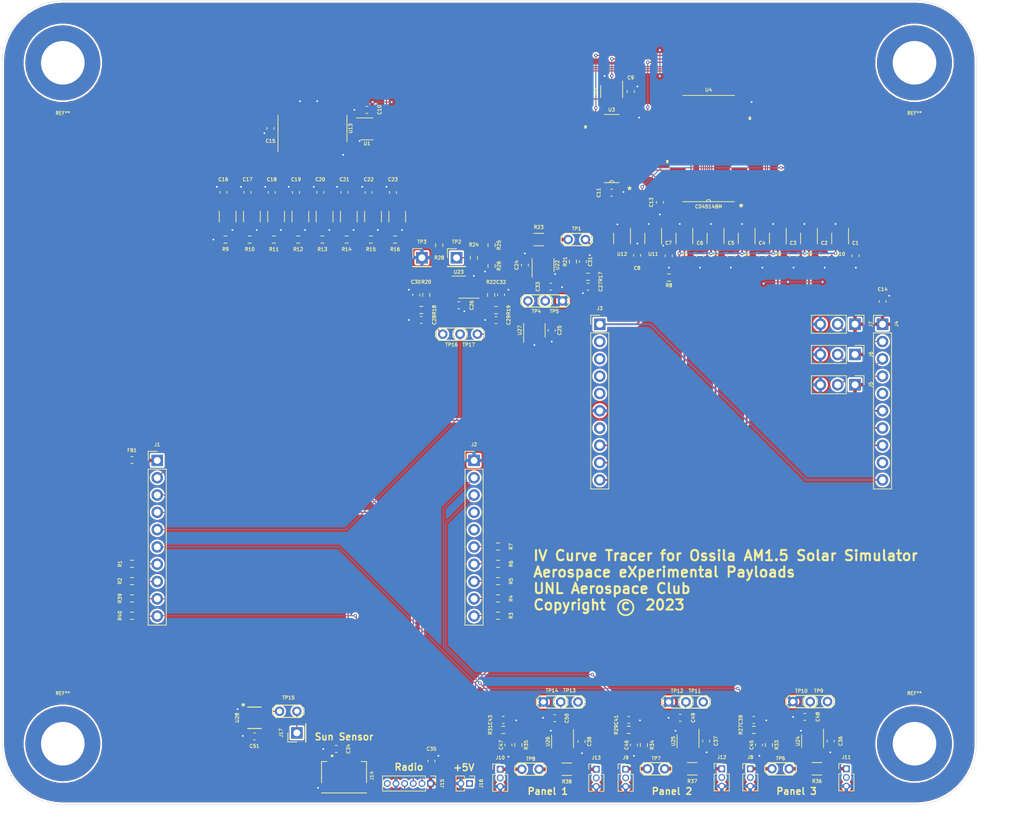
<source format=kicad_pcb>
(kicad_pcb (version 20171130) (host pcbnew "(5.1.10)-1")
  (title_block (title "IV Curve Tracer for Ossila AM1.5 Solar Simulator") (date 2023-07-08) (rev A) (company "Aerospace eXperimental Payloads | UNL Aerospace Club") (comment 1 "Copyright (c) 2023") (comment 2 "Designer: WSA") (comment 3 "Reviewer: WSA") (comment 4 "Approved: WSA"))
  (layers (0 F.Cu signal) (31 B.Cu signal) (34 B.Paste user) (35 F.Paste user) (36 B.SilkS user) (37 F.SilkS user) (38 B.Mask user) (39 F.Mask user) (44 Edge.Cuts user))
  (net 0 "")
  (net 1 GND)
  (net 2 +3V3)
  (net 3 READ_CURRENT)
  (net 4 READ_VOLTAGE)
  (net 5 "Net-(C31-Pad1)")
  (net 6 "Net-(C32-Pad1)")
  (net 7 "Net-(C33-Pad1)")
  (net 8 PANEL_1)
  (net 9 PANEL_2)
  (net 10 PANEL_3)
  (net 11 "Net-(C45-Pad1)")
  (net 12 "Net-(C46-Pad1)")
  (net 13 "Net-(C47-Pad1)")
  (net 14 "Net-(C48-Pad1)")
  (net 15 "Net-(C49-Pad1)")
  (net 16 "Net-(C50-Pad1)")
  (net 17 "Net-(FB1-Pad2)")
  (net 18 SDA)
  (net 19 SCL)
  (net 20 "Net-(J1-Pad8)")
  (net 21 "Net-(J1-Pad7)")
  (net 22 TX)
  (net 23 RX)
  (net 24 "Net-(J2-Pad7)")
  (net 25 "Net-(J2-Pad6)")
  (net 26 "Net-(J2-Pad5)")
  (net 27 "Net-(J2-Pad4)")
  (net 28 "Net-(J3-Pad10)")
  (net 29 "Net-(J3-Pad9)")
  (net 30 "/Perovskite Switches/SDA")
  (net 31 "/Perovskite Switches/SCL")
  (net 32 "Net-(J3-Pad2)")
  (net 33 "Net-(J3-Pad1)")
  (net 34 A0)
  (net 35 A1)
  (net 36 A2)
  (net 37 "Net-(J4-Pad6)")
  (net 38 "Net-(J4-Pad5)")
  (net 39 "Net-(J8-Pad2)")
  (net 40 "Net-(J8-Pad1)")
  (net 41 "Net-(J9-Pad2)")
  (net 42 "Net-(J9-Pad1)")
  (net 43 "Net-(J10-Pad2)")
  (net 44 "Net-(J10-Pad1)")
  (net 45 "Net-(J11-Pad2)")
  (net 46 "Net-(J11-Pad1)")
  (net 47 "Net-(J12-Pad2)")
  (net 48 "Net-(J12-Pad1)")
  (net 49 "Net-(J13-Pad2)")
  (net 50 "Net-(J13-Pad1)")
  (net 51 "Net-(J15-Pad6)")
  (net 52 BUSY)
  (net 53 +5V)
  (net 54 ~LADDER_RESET)
  (net 55 LADDER_CLOCK)
  (net 56 RESET_PANEL_SWITCH)
  (net 57 REVERSE_BIAS)
  (net 58 10-19_CLOCK)
  (net 59 ENABLE_PANEL_SWITCH)
  (net 60 "Net-(R8-Pad2)")
  (net 61 "Net-(R10-Pad2)")
  (net 62 "Net-(R10-Pad1)")
  (net 63 "Net-(R11-Pad1)")
  (net 64 "Net-(R12-Pad1)")
  (net 65 "Net-(R13-Pad1)")
  (net 66 "Net-(R14-Pad1)")
  (net 67 "Net-(R15-Pad1)")
  (net 68 "/Curve Tracer/LADDER_VOLTAGE")
  (net 69 "Net-(R21-Pad2)")
  (net 70 "Net-(R22-Pad2)")
  (net 71 "Net-(R23-Pad2)")
  (net 72 "Net-(R24-Pad2)")
  (net 73 "Net-(R24-Pad1)")
  (net 74 "Net-(R33-Pad2)")
  (net 75 "Net-(R34-Pad2)")
  (net 76 "Net-(R35-Pad2)")
  (net 77 "Net-(R36-Pad2)")
  (net 78 "Net-(R37-Pad2)")
  (net 79 "Net-(R38-Pad2)")
  (net 80 "/Curve Tracer/PANEL_VOLTAGE")
  (net 81 "Net-(TP4-Pad2)")
  (net 82 "Net-(TP9-Pad2)")
  (net 83 "Net-(TP11-Pad2)")
  (net 84 "Net-(TP13-Pad2)")
  (net 85 "/Resistor Ladder/LADDER_LATCH")
  (net 86 "Net-(U1-Pad1)")
  (net 87 "Net-(U2-Pad4)")
  (net 88 "Net-(U2-Pad1)")
  (net 89 "Net-(U3-Pad14)")
  (net 90 "Net-(U3-Pad13)")
  (net 91 "Net-(U3-Pad12)")
  (net 92 "Net-(U3-Pad11)")
  (net 93 "Net-(U3-Pad6)")
  (net 94 "Net-(U3-Pad5)")
  (net 95 "Net-(U3-Pad4)")
  (net 96 "Net-(U3-Pad3)")
  (net 97 "Net-(U3-Pad2)")
  (net 98 "Net-(U3-Pad1)")
  (net 99 "Net-(U4-Pad20)")
  (net 100 "Net-(U4-Pad19)")
  (net 101 "Net-(U4-Pad18)")
  (net 102 "Net-(U4-Pad17)")
  (net 103 "Net-(U4-Pad16)")
  (net 104 "Net-(U4-Pad15)")
  (net 105 "Net-(U4-Pad14)")
  (net 106 "Net-(U4-Pad13)")
  (net 107 "Net-(U4-Pad11)")
  (net 108 "Net-(U4-Pad10)")
  (net 109 "Net-(U4-Pad9)")
  (net 110 "Net-(U4-Pad8)")
  (net 111 "Net-(U4-Pad7)")
  (net 112 "Net-(U10-Pad1)")
  (net 113 "Net-(U4-Pad5)")
  (net 114 "Net-(U4-Pad4)")
  (net 115 "Net-(U10-Pad6)")
  (net 116 "Net-(U13-Pad15)")
  (net 117 "Net-(U13-Pad9)")
  (net 118 "Net-(U13-Pad7)")
  (net 119 "Net-(U13-Pad6)")
  (net 120 "Net-(U13-Pad5)")
  (net 121 "Net-(U13-Pad4)")
  (net 122 "Net-(U13-Pad3)")
  (net 123 "Net-(U13-Pad2)")
  (net 124 "Net-(U13-Pad1)")
  (net 125 "Net-(U14-Pad5)")
  (net 126 "Net-(U15-Pad5)")
  (net 127 "Net-(U16-Pad5)")
  (net 128 "Net-(U17-Pad5)")
  (net 129 "Net-(U18-Pad5)")
  (net 130 "Net-(U19-Pad5)")
  (net 131 "Net-(U20-Pad5)")
  (net 132 "Net-(U21-Pad5)")
  (net 133 "Net-(U22-Pad6)")
  (net 134 "Net-(U24-Pad6)")
  (net 135 "Net-(U25-Pad6)")
  (net 136 "Net-(U26-Pad6)")
  (net 137 "Net-(J2-Pad10)")
  (net 138 "Net-(J2-Pad9)")
  (net 139 "Net-(J2-Pad8)")
  (net 140 "Net-(J4-Pad9)")
  (net 141 "Net-(J4-Pad8)")
  (net 142 "Net-(J4-Pad7)")
  (net 143 "Net-(J17-Pad1)")
  (net 144 "Net-(TP15-Pad1)")
  (net 145 "Net-(C28-Pad1)")
  (net 146 "Net-(C29-Pad1)")
  (net 147 "Net-(C30-Pad1)")
  (net 148 "Net-(R20-Pad2)")
  (net 149 "Net-(R28-Pad1)")
  (net 150 "Net-(J3-Pad8)")
  (net 151 "Net-(J3-Pad7)")
  (net 152 "Net-(J3-Pad5)")
  (module Resistor_SMD:R_0603_1608Metric (layer F.Cu) (at 175.3235 73.787)
    (fp_text reference R8 (at 0 1.143) (layer F.SilkS) (effects (font (size 0.5 0.5) (thickness 0.1))))
    (fp_text value 100)
    (pad 2 smd roundrect (at 0.825 0) (size 0.8 0.95) (layers F.Cu F.Paste F.Mask) (net 60 "Net-(R8-Pad2)"))
    (pad 1 smd roundrect (at -0.825 0) (size 0.8 0.95) (layers F.Cu F.Paste F.Mask) (net 33 "Net-(J3-Pad1)"))
  )
  (module MountingHole:MountingHole_6.4mm_M6_DIN965_Pad (layer F.Cu) (at 86.36 42.24 180)
    (fp_text reference REF** (at 0 -7.4) (layer F.SilkS) (effects (font (size 0.5 0.5) (thickness 0.1))))
    (fp_text value MountingHole_6.4mm_M6_DIN965_Pad)
    (pad 1 thru_hole circle (at 0 0 180) (size 11 11) (drill 6.4) (layers *.Cu *.Mask))
  )
  (module MountingHole:MountingHole_6.4mm_M6_DIN965_Pad (layer F.Cu) (at 211.36 42.24 180)
    (fp_text reference REF** (at 0 -7.4) (layer F.SilkS) (effects (font (size 0.5 0.5) (thickness 0.1))))
    (fp_text value MountingHole_6.4mm_M6_DIN965_Pad)
    (pad 1 thru_hole circle (at 0 0 180) (size 11 11) (drill 6.4) (layers *.Cu *.Mask))
  )
  (module MountingHole:MountingHole_6.4mm_M6_DIN965_Pad (layer F.Cu) (at 211.36 142.24)
    (fp_text reference REF** (at 0 -7.4) (layer F.SilkS) (effects (font (size 0.5 0.5) (thickness 0.1))))
    (fp_text value MountingHole_6.4mm_M6_DIN965_Pad)
    (pad 1 thru_hole circle (at 0 0) (size 11 11) (drill 6.4) (layers *.Cu *.Mask))
  )
  (module MountingHole:MountingHole_6.4mm_M6_DIN965_Pad (layer F.Cu) (at 86.36 142.24)
    (fp_text reference REF** (at 0 -7.4) (layer F.SilkS) (effects (font (size 0.5 0.5) (thickness 0.1))))
    (fp_text value MountingHole_6.4mm_M6_DIN965_Pad)
    (pad 1 thru_hole circle (at 0 0) (size 11 11) (drill 6.4) (layers *.Cu *.Mask))
  )
  (module Capacitor_SMD:C_0603_1608Metric (layer F.Cu) (at 131.0005 49.149 180)
    (fp_text reference C10 (at -1.8415 0 90) (layer F.SilkS) (effects (font (size 0.5 0.5) (thickness 0.1))))
    (fp_text value 0.1u)
    (pad 2 smd roundrect (at 0.775 0 180) (size 0.9 0.95) (layers F.Cu F.Paste F.Mask) (net 1 GND))
    (pad 1 smd roundrect (at -0.775 0 180) (size 0.9 0.95) (layers F.Cu F.Paste F.Mask) (net 2 +3V3))
  )
  (module Package_TO_SOT_SMD:SOT-23-5 (layer F.Cu) (at 166.9161 46.4566 270)
    (fp_text reference U2 (at 0 2.286 90) (layer F.SilkS) (effects (font (size 0.5 0.5) (thickness 0.1))))
    (fp_text value SN74LVC1G14DRL)
    (pad 5 smd rect (at 1.1 -0.95 270) (size 1.06 0.65) (layers F.Cu F.Paste F.Mask) (net 2 +3V3))
    (pad 4 smd rect (at 1.1 0.95 270) (size 1.06 0.65) (layers F.Cu F.Paste F.Mask) (net 87 "Net-(U2-Pad4)"))
    (pad 3 smd rect (at -1.1 0.95 270) (size 1.06 0.65) (layers F.Cu F.Paste F.Mask) (net 1 GND))
    (pad 2 smd rect (at -1.1 0 270) (size 1.06 0.65) (layers F.Cu F.Paste F.Mask) (net 59 ENABLE_PANEL_SWITCH))
    (pad 1 smd rect (at -1.1 -0.95 270) (size 1.06 0.65) (layers F.Cu F.Paste F.Mask) (net 88 "Net-(U2-Pad1)"))
  )
  (module Package_TO_SOT_SMD:SOT-23-5 (layer F.Cu) (at 131.0005 51.943)
    (fp_text reference U1 (at 0 2.159) (layer F.SilkS) (effects (font (size 0.5 0.5) (thickness 0.1))))
    (fp_text value SN74LVC1G14DRL)
    (pad 5 smd rect (at 1.1 -0.95) (size 1.06 0.65) (layers F.Cu F.Paste F.Mask) (net 2 +3V3))
    (pad 4 smd rect (at 1.1 0.95) (size 1.06 0.65) (layers F.Cu F.Paste F.Mask) (net 85 "/Resistor Ladder/LADDER_LATCH"))
    (pad 3 smd rect (at -1.1 0.95) (size 1.06 0.65) (layers F.Cu F.Paste F.Mask) (net 1 GND))
    (pad 2 smd rect (at -1.1 0) (size 1.06 0.65) (layers F.Cu F.Paste F.Mask) (net 55 LADDER_CLOCK))
    (pad 1 smd rect (at -1.1 -0.95) (size 1.06 0.65) (layers F.Cu F.Paste F.Mask) (net 86 "Net-(U1-Pad1)"))
  )
  (module Package_SO:VSSOP-8_3.0x3.0mm_P0.65mm (layer F.Cu) (at 144.4625 75.184 180)
    (fp_text reference U23 (at 0 2.2225) (layer F.SilkS) (effects (font (size 0.5 0.5) (thickness 0.1))))
    (fp_text value OPA2387)
    (pad 8 smd rect (at 2.2 -0.975 90) (size 0.45 1.45) (layers F.Cu F.Paste F.Mask) (net 2 +3V3))
    (pad 7 smd rect (at 2.2 -0.325 90) (size 0.45 1.45) (layers F.Cu F.Paste F.Mask) (net 148 "Net-(R20-Pad2)"))
    (pad 6 smd rect (at 2.2 0.325 90) (size 0.45 1.45) (layers F.Cu F.Paste F.Mask) (net 148 "Net-(R20-Pad2)"))
    (pad 5 smd rect (at 2.2 0.975 90) (size 0.45 1.45) (layers F.Cu F.Paste F.Mask) (net 149 "Net-(R28-Pad1)"))
    (pad 4 smd rect (at -2.2 0.975 90) (size 0.45 1.45) (layers F.Cu F.Paste F.Mask) (net 1 GND))
    (pad 3 smd rect (at -2.2 0.325 90) (size 0.45 1.45) (layers F.Cu F.Paste F.Mask) (net 73 "Net-(R24-Pad1)"))
    (pad 2 smd rect (at -2.2 -0.325 90) (size 0.45 1.45) (layers F.Cu F.Paste F.Mask) (net 70 "Net-(R22-Pad2)"))
    (pad 1 smd rect (at -2.2 -0.975 90) (size 0.45 1.45) (layers F.Cu F.Paste F.Mask) (net 70 "Net-(R22-Pad2)"))
  )
  (module TestPoint:TestPoint_2Pads_Pitch2.54mm_Drill0.8mm (layer F.Cu) (at 147.2057 82.0928 180)
    (fp_text reference TP17 (at 1.27 -1.5494) (layer F.SilkS) (effects (font (size 0.5 0.5) (thickness 0.1))))
    (fp_text value "Current Test")
    (pad 2 thru_hole circle (at 2.54 0 180) (size 1.4 1.4) (drill 0.8) (layers *.Cu *.Mask) (net 4 READ_VOLTAGE))
    (pad 1 thru_hole circle (at 0 0 180) (size 1.4 1.4) (drill 0.8) (layers *.Cu *.Mask) (net 146 "Net-(C29-Pad1)"))
  )
  (module TestPoint:TestPoint_2Pads_Pitch2.54mm_Drill0.8mm (layer F.Cu) (at 142.1257 82.0928)
    (fp_text reference TP16 (at 1.3 1.5494) (layer F.SilkS) (effects (font (size 0.5 0.5) (thickness 0.1))))
    (fp_text value "Current Test")
    (pad 2 thru_hole circle (at 2.54 0) (size 1.4 1.4) (drill 0.8) (layers *.Cu *.Mask) (net 4 READ_VOLTAGE))
    (pad 1 thru_hole circle (at 0 0) (size 1.4 1.4) (drill 0.8) (layers *.Cu *.Mask) (net 145 "Net-(C28-Pad1)"))
  )
  (module Resistor_SMD:R_0603_1608Metric (layer F.Cu) (at 141.605 69.0245 90)
    (fp_text reference R28 (at -1.8415 0 180) (layer F.SilkS) (effects (font (size 0.5 0.5) (thickness 0.1))))
    (fp_text value 470)
    (pad 2 smd roundrect (at 0.825 0 90) (size 0.8 0.95) (layers F.Cu F.Paste F.Mask) (net 68 "/Curve Tracer/LADDER_VOLTAGE"))
    (pad 1 smd roundrect (at -0.825 0 90) (size 0.8 0.95) (layers F.Cu F.Paste F.Mask) (net 149 "Net-(R28-Pad1)"))
  )
  (module Resistor_SMD:R_0603_1608Metric (layer F.Cu) (at 139.7 76.327 90)
    (fp_text reference R20 (at 1.905 0 180) (layer F.SilkS) (effects (font (size 0.5 0.5) (thickness 0.1))))
    (fp_text value 10k)
    (pad 2 smd roundrect (at 0.825 0 90) (size 0.8 0.95) (layers F.Cu F.Paste F.Mask) (net 148 "Net-(R20-Pad2)"))
    (pad 1 smd roundrect (at -0.825 0 90) (size 0.8 0.95) (layers F.Cu F.Paste F.Mask) (net 147 "Net-(C30-Pad1)"))
  )
  (module Resistor_SMD:R_0603_1608Metric (layer F.Cu) (at 138.9761 78.5495 180)
    (fp_text reference R18 (at -1.905 0 90) (layer F.SilkS) (effects (font (size 0.5 0.5) (thickness 0.1))))
    (fp_text value 470)
    (pad 2 smd roundrect (at 0.825 0 180) (size 0.8 0.95) (layers F.Cu F.Paste F.Mask) (net 147 "Net-(C30-Pad1)"))
    (pad 1 smd roundrect (at -0.825 0 180) (size 0.8 0.95) (layers F.Cu F.Paste F.Mask) (net 145 "Net-(C28-Pad1)"))
  )
  (module Capacitor_SMD:C_0603_1608Metric (layer F.Cu) (at 138.2395 76.327 90)
    (fp_text reference C30 (at 1.905 -0.0635 180) (layer F.SilkS) (effects (font (size 0.5 0.5) (thickness 0.1))))
    (fp_text value 10u)
    (pad 2 smd roundrect (at 0.775 0 90) (size 0.9 0.95) (layers F.Cu F.Paste F.Mask) (net 1 GND))
    (pad 1 smd roundrect (at -0.775 0 90) (size 0.9 0.95) (layers F.Cu F.Paste F.Mask) (net 147 "Net-(C30-Pad1)"))
  )
  (module Capacitor_SMD:C_0603_1608Metric (layer F.Cu) (at 138.9761 80.01 180)
    (fp_text reference C28 (at -1.905 0 90) (layer F.SilkS) (effects (font (size 0.5 0.5) (thickness 0.1))))
    (fp_text value 10n)
    (pad 2 smd roundrect (at 0.775 0 180) (size 0.9 0.95) (layers F.Cu F.Paste F.Mask) (net 1 GND))
    (pad 1 smd roundrect (at -0.775 0 180) (size 0.9 0.95) (layers F.Cu F.Paste F.Mask) (net 145 "Net-(C28-Pad1)"))
  )
  (module ul_LT6654AHS6-3-3-TRMPBF:LT6654AHS6-3.3-TRMPBF (layer F.Cu) (at 114.4905 138.43)
    (fp_text reference U28 (at -2.54 0 270) (layer F.SilkS) (effects (font (size 0.5 0.5) (thickness 0.1))))
    (fp_text value LT6654AHS6-3.3 hide)
    (fp_text user * (at -1.651 -1.5875) (layer F.SilkS))
    (pad 6 smd rect (at 1.31445 -0.950001) (size 0.8763 0.508) (layers F.Cu F.Paste F.Mask) (net 144 "Net-(TP15-Pad1)"))
    (pad 5 smd rect (at 1.31445 0) (size 0.8763 0.508) (layers F.Cu F.Paste F.Mask))
    (pad 4 smd rect (at 1.31445 0.950001) (size 0.8763 0.508) (layers F.Cu F.Paste F.Mask) (net 2 +3V3))
    (pad 3 smd rect (at -1.31445 0.950001) (size 0.8763 0.508) (layers F.Cu F.Paste F.Mask))
    (pad 2 smd rect (at -1.31445 0) (size 0.8763 0.508) (layers F.Cu F.Paste F.Mask) (net 1 GND))
    (pad 1 smd rect (at -1.31445 -0.950001) (size 0.8763 0.508) (layers F.Cu F.Paste F.Mask) (net 1 GND))
  )
  (module ul_LT6654AMPS6-1-25-TRMPBF:LT6654AMPS6-1.25-TRMPBF (layer F.Cu) (at 155.575 81.534 90)
    (fp_text reference U27 (at 0 -2.159 90) (layer F.SilkS) (effects (font (size 0.5 0.5) (thickness 0.1))))
    (fp_text value LT6654AMPS6-1.25)
    (pad 6 smd rect (at 1.31445 -0.950001 90) (size 0.8763 0.508) (layers F.Cu F.Paste F.Mask) (net 81 "Net-(TP4-Pad2)"))
    (pad 5 smd rect (at 1.31445 0 90) (size 0.8763 0.508) (layers F.Cu F.Paste F.Mask))
    (pad 4 smd rect (at 1.31445 0.950001 90) (size 0.8763 0.508) (layers F.Cu F.Paste F.Mask) (net 2 +3V3))
    (pad 3 smd rect (at -1.31445 0.950001 90) (size 0.8763 0.508) (layers F.Cu F.Paste F.Mask))
    (pad 2 smd rect (at -1.31445 0 90) (size 0.8763 0.508) (layers F.Cu F.Paste F.Mask) (net 1 GND))
    (pad 1 smd rect (at -1.31445 -0.950001 90) (size 0.8763 0.508) (layers F.Cu F.Paste F.Mask) (net 1 GND))
  )
  (module TestPoint:TestPoint_2Pads_Pitch2.54mm_Drill0.8mm (layer F.Cu) (at 118.1735 137.4775)
    (fp_text reference TP15 (at 1.3 -2) (layer F.SilkS) (effects (font (size 0.5 0.5) (thickness 0.1))))
    (fp_text value "Current Test")
    (pad 2 thru_hole circle (at 2.54 0) (size 1.4 1.4) (drill 0.8) (layers *.Cu *.Mask) (net 143 "Net-(J17-Pad1)"))
    (pad 1 thru_hole circle (at 0 0) (size 1.4 1.4) (drill 0.8) (layers *.Cu *.Mask) (net 144 "Net-(TP15-Pad1)"))
  )
  (module Connector_PinHeader_2.54mm:PinHeader_1x01_P2.54mm_Vertical (layer F.Cu) (at 120.7135 140.6525 90)
    (fp_text reference J17 (at 0 -2.33 90) (layer F.SilkS) (effects (font (size 0.5 0.5) (thickness 0.1))))
    (fp_text value Conn_01x01_Male)
    (pad 1 thru_hole rect (at 0 0 90) (size 1.7 1.7) (drill 1) (layers *.Cu *.Mask) (net 143 "Net-(J17-Pad1)"))
  )
  (module Capacitor_SMD:C_0603_1608Metric (layer F.Cu) (at 114.4905 141.1605 180)
    (fp_text reference C51 (at 0 -1.43) (layer F.SilkS) (effects (font (size 0.5 0.5) (thickness 0.1))))
    (fp_text value 0.1u)
    (pad 2 smd roundrect (at 0.775 0 180) (size 0.9 0.95) (layers F.Cu F.Paste F.Mask) (net 1 GND))
    (pad 1 smd roundrect (at -0.775 0 180) (size 0.9 0.95) (layers F.Cu F.Paste F.Mask) (net 2 +3V3))
  )
  (module ul_INA190A4IDDFR:INA190A4IDDFR (layer F.Cu) (at 159.7025 141.9225 270)
    (fp_text reference U26 (at 0 2.159 90) (layer F.SilkS) (effects (font (size 0.5 0.5) (thickness 0.1))))
    (fp_text value INA190A4IDDFR)
    (pad 8 smd rect (at 1.32715 -0.974999 270) (size 1.0033 0.4572) (layers F.Cu F.Paste F.Mask) (net 50 "Net-(J13-Pad1)"))
    (pad 7 smd rect (at 1.32715 -0.325001 270) (size 1.0033 0.4572) (layers F.Cu F.Paste F.Mask) (net 79 "Net-(R38-Pad2)"))
    (pad 6 smd rect (at 1.32715 0.325001 270) (size 1.0033 0.4572) (layers F.Cu F.Paste F.Mask) (net 136 "Net-(U26-Pad6)"))
    (pad 5 smd rect (at 1.32715 0.974999 270) (size 1.0033 0.4572) (layers F.Cu F.Paste F.Mask) (net 76 "Net-(R35-Pad2)"))
    (pad 4 smd rect (at -1.32715 0.974999 270) (size 1.0033 0.4572) (layers F.Cu F.Paste F.Mask) (net 1 GND))
    (pad 3 smd rect (at -1.32715 0.325001 270) (size 1.0033 0.4572) (layers F.Cu F.Paste F.Mask) (net 16 "Net-(C50-Pad1)"))
    (pad 2 smd rect (at -1.32715 -0.325001 270) (size 1.0033 0.4572) (layers F.Cu F.Paste F.Mask) (net 2 +3V3))
    (pad 1 smd rect (at -1.32715 -0.974999 270) (size 1.0033 0.4572) (layers F.Cu F.Paste F.Mask) (net 2 +3V3))
  )
  (module ul_INA190A4IDDFR:INA190A4IDDFR (layer F.Cu) (at 178.1175 141.859 270)
    (fp_text reference U25 (at 0 2.159 90) (layer F.SilkS) (effects (font (size 0.5 0.5) (thickness 0.1))))
    (fp_text value INA190A4IDDFR)
    (pad 8 smd rect (at 1.32715 -0.974999 270) (size 1.0033 0.4572) (layers F.Cu F.Paste F.Mask) (net 48 "Net-(J12-Pad1)"))
    (pad 7 smd rect (at 1.32715 -0.325001 270) (size 1.0033 0.4572) (layers F.Cu F.Paste F.Mask) (net 78 "Net-(R37-Pad2)"))
    (pad 6 smd rect (at 1.32715 0.325001 270) (size 1.0033 0.4572) (layers F.Cu F.Paste F.Mask) (net 135 "Net-(U25-Pad6)"))
    (pad 5 smd rect (at 1.32715 0.974999 270) (size 1.0033 0.4572) (layers F.Cu F.Paste F.Mask) (net 75 "Net-(R34-Pad2)"))
    (pad 4 smd rect (at -1.32715 0.974999 270) (size 1.0033 0.4572) (layers F.Cu F.Paste F.Mask) (net 1 GND))
    (pad 3 smd rect (at -1.32715 0.325001 270) (size 1.0033 0.4572) (layers F.Cu F.Paste F.Mask) (net 15 "Net-(C49-Pad1)"))
    (pad 2 smd rect (at -1.32715 -0.325001 270) (size 1.0033 0.4572) (layers F.Cu F.Paste F.Mask) (net 2 +3V3))
    (pad 1 smd rect (at -1.32715 -0.974999 270) (size 1.0033 0.4572) (layers F.Cu F.Paste F.Mask) (net 2 +3V3))
  )
  (module ul_INA190A4IDDFR:INA190A4IDDFR (layer F.Cu) (at 196.4055 141.859 270)
    (fp_text reference U24 (at 0 2.159 90) (layer F.SilkS) (effects (font (size 0.5 0.5) (thickness 0.1))))
    (fp_text value INA190A4IDDFR)
    (pad 8 smd rect (at 1.32715 -0.974999 270) (size 1.0033 0.4572) (layers F.Cu F.Paste F.Mask) (net 46 "Net-(J11-Pad1)"))
    (pad 7 smd rect (at 1.32715 -0.325001 270) (size 1.0033 0.4572) (layers F.Cu F.Paste F.Mask) (net 77 "Net-(R36-Pad2)"))
    (pad 6 smd rect (at 1.32715 0.325001 270) (size 1.0033 0.4572) (layers F.Cu F.Paste F.Mask) (net 134 "Net-(U24-Pad6)"))
    (pad 5 smd rect (at 1.32715 0.974999 270) (size 1.0033 0.4572) (layers F.Cu F.Paste F.Mask) (net 74 "Net-(R33-Pad2)"))
    (pad 4 smd rect (at -1.32715 0.974999 270) (size 1.0033 0.4572) (layers F.Cu F.Paste F.Mask) (net 1 GND))
    (pad 3 smd rect (at -1.32715 0.325001 270) (size 1.0033 0.4572) (layers F.Cu F.Paste F.Mask) (net 14 "Net-(C48-Pad1)"))
    (pad 2 smd rect (at -1.32715 -0.325001 270) (size 1.0033 0.4572) (layers F.Cu F.Paste F.Mask) (net 2 +3V3))
    (pad 1 smd rect (at -1.32715 -0.974999 270) (size 1.0033 0.4572) (layers F.Cu F.Paste F.Mask) (net 2 +3V3))
  )
  (module ul_INA190A4IDDFR:INA190A4IDDFR (layer F.Cu) (at 156.845 71.9455 90)
    (fp_text reference U22 (at 0 2.0955 90) (layer F.SilkS) (effects (font (size 0.5 0.5) (thickness 0.1))))
    (fp_text value INA190A4IDDFR)
    (pad 8 smd rect (at 1.32715 -0.974999 90) (size 1.0033 0.4572) (layers F.Cu F.Paste F.Mask) (net 68 "/Curve Tracer/LADDER_VOLTAGE"))
    (pad 7 smd rect (at 1.32715 -0.325001 90) (size 1.0033 0.4572) (layers F.Cu F.Paste F.Mask) (net 71 "Net-(R23-Pad2)"))
    (pad 6 smd rect (at 1.32715 0.325001 90) (size 1.0033 0.4572) (layers F.Cu F.Paste F.Mask) (net 133 "Net-(U22-Pad6)"))
    (pad 5 smd rect (at 1.32715 0.974999 90) (size 1.0033 0.4572) (layers F.Cu F.Paste F.Mask) (net 69 "Net-(R21-Pad2)"))
    (pad 4 smd rect (at -1.32715 0.974999 90) (size 1.0033 0.4572) (layers F.Cu F.Paste F.Mask) (net 1 GND))
    (pad 3 smd rect (at -1.32715 0.325001 90) (size 1.0033 0.4572) (layers F.Cu F.Paste F.Mask) (net 7 "Net-(C33-Pad1)"))
    (pad 2 smd rect (at -1.32715 -0.325001 90) (size 1.0033 0.4572) (layers F.Cu F.Paste F.Mask) (net 2 +3V3))
    (pad 1 smd rect (at -1.32715 -0.974999 90) (size 1.0033 0.4572) (layers F.Cu F.Paste F.Mask) (net 2 +3V3))
  )
  (module ul_ADG841YKSZ-500RL7:ADG841YKSZ-500RL7 (layer F.Cu) (at 135.4455 64.8335 90)
    (fp_text reference U21 hide)
    (fp_text value ADG841YKSZ-500RL7 hide)
    (pad 6 smd rect (at 1.11125 -0.649999 90) (size 0.8763 0.3556) (layers F.Cu F.Paste F.Mask) (net 2 +3V3))
    (pad 5 smd rect (at 1.11125 0 90) (size 0.8763 0.3556) (layers F.Cu F.Paste F.Mask) (net 132 "Net-(U21-Pad5)"))
    (pad 4 smd rect (at 1.11125 0.649999 90) (size 0.8763 0.3556) (layers F.Cu F.Paste F.Mask) (net 118 "Net-(U13-Pad7)"))
    (pad 3 smd rect (at -1.11125 0.649999 90) (size 0.8763 0.3556) (layers F.Cu F.Paste F.Mask) (net 1 GND))
    (pad 2 smd rect (at -1.11125 0 90) (size 0.8763 0.3556) (layers F.Cu F.Paste F.Mask) (net 68 "/Curve Tracer/LADDER_VOLTAGE"))
    (pad 1 smd rect (at -1.11125 -0.649999 90) (size 0.8763 0.3556) (layers F.Cu F.Paste F.Mask) (net 67 "Net-(R15-Pad1)"))
  )
  (module ul_ADG841YKSZ-500RL7:ADG841YKSZ-500RL7 (layer F.Cu) (at 131.8895 64.8335 90)
    (fp_text reference U20 hide)
    (fp_text value ADG841YKSZ-500RL7 hide)
    (pad 6 smd rect (at 1.11125 -0.649999 90) (size 0.8763 0.3556) (layers F.Cu F.Paste F.Mask) (net 2 +3V3))
    (pad 5 smd rect (at 1.11125 0 90) (size 0.8763 0.3556) (layers F.Cu F.Paste F.Mask) (net 131 "Net-(U20-Pad5)"))
    (pad 4 smd rect (at 1.11125 0.649999 90) (size 0.8763 0.3556) (layers F.Cu F.Paste F.Mask) (net 119 "Net-(U13-Pad6)"))
    (pad 3 smd rect (at -1.11125 0.649999 90) (size 0.8763 0.3556) (layers F.Cu F.Paste F.Mask) (net 1 GND))
    (pad 2 smd rect (at -1.11125 0 90) (size 0.8763 0.3556) (layers F.Cu F.Paste F.Mask) (net 67 "Net-(R15-Pad1)"))
    (pad 1 smd rect (at -1.11125 -0.649999 90) (size 0.8763 0.3556) (layers F.Cu F.Paste F.Mask) (net 66 "Net-(R14-Pad1)"))
  )
  (module ul_ADG841YKSZ-500RL7:ADG841YKSZ-500RL7 (layer F.Cu) (at 128.3335 64.8335 90)
    (fp_text reference U19 hide)
    (fp_text value ADG841YKSZ-500RL7 hide)
    (pad 6 smd rect (at 1.11125 -0.649999 90) (size 0.8763 0.3556) (layers F.Cu F.Paste F.Mask) (net 2 +3V3))
    (pad 5 smd rect (at 1.11125 0 90) (size 0.8763 0.3556) (layers F.Cu F.Paste F.Mask) (net 130 "Net-(U19-Pad5)"))
    (pad 4 smd rect (at 1.11125 0.649999 90) (size 0.8763 0.3556) (layers F.Cu F.Paste F.Mask) (net 120 "Net-(U13-Pad5)"))
    (pad 3 smd rect (at -1.11125 0.649999 90) (size 0.8763 0.3556) (layers F.Cu F.Paste F.Mask) (net 1 GND))
    (pad 2 smd rect (at -1.11125 0 90) (size 0.8763 0.3556) (layers F.Cu F.Paste F.Mask) (net 66 "Net-(R14-Pad1)"))
    (pad 1 smd rect (at -1.11125 -0.649999 90) (size 0.8763 0.3556) (layers F.Cu F.Paste F.Mask) (net 65 "Net-(R13-Pad1)"))
  )
  (module ul_ADG841YKSZ-500RL7:ADG841YKSZ-500RL7 (layer F.Cu) (at 124.7775 64.8335 90)
    (fp_text reference U18 hide)
    (fp_text value ADG841YKSZ-500RL7 hide)
    (pad 6 smd rect (at 1.11125 -0.649999 90) (size 0.8763 0.3556) (layers F.Cu F.Paste F.Mask) (net 2 +3V3))
    (pad 5 smd rect (at 1.11125 0 90) (size 0.8763 0.3556) (layers F.Cu F.Paste F.Mask) (net 129 "Net-(U18-Pad5)"))
    (pad 4 smd rect (at 1.11125 0.649999 90) (size 0.8763 0.3556) (layers F.Cu F.Paste F.Mask) (net 121 "Net-(U13-Pad4)"))
    (pad 3 smd rect (at -1.11125 0.649999 90) (size 0.8763 0.3556) (layers F.Cu F.Paste F.Mask) (net 1 GND))
    (pad 2 smd rect (at -1.11125 0 90) (size 0.8763 0.3556) (layers F.Cu F.Paste F.Mask) (net 65 "Net-(R13-Pad1)"))
    (pad 1 smd rect (at -1.11125 -0.649999 90) (size 0.8763 0.3556) (layers F.Cu F.Paste F.Mask) (net 64 "Net-(R12-Pad1)"))
  )
  (module ul_ADG841YKSZ-500RL7:ADG841YKSZ-500RL7 (layer F.Cu) (at 121.2215 64.8335 90)
    (fp_text reference U17 hide)
    (fp_text value ADG841YKSZ-500RL7 hide)
    (pad 6 smd rect (at 1.11125 -0.649999 90) (size 0.8763 0.3556) (layers F.Cu F.Paste F.Mask) (net 2 +3V3))
    (pad 5 smd rect (at 1.11125 0 90) (size 0.8763 0.3556) (layers F.Cu F.Paste F.Mask) (net 128 "Net-(U17-Pad5)"))
    (pad 4 smd rect (at 1.11125 0.649999 90) (size 0.8763 0.3556) (layers F.Cu F.Paste F.Mask) (net 122 "Net-(U13-Pad3)"))
    (pad 3 smd rect (at -1.11125 0.649999 90) (size 0.8763 0.3556) (layers F.Cu F.Paste F.Mask) (net 1 GND))
    (pad 2 smd rect (at -1.11125 0 90) (size 0.8763 0.3556) (layers F.Cu F.Paste F.Mask) (net 64 "Net-(R12-Pad1)"))
    (pad 1 smd rect (at -1.11125 -0.649999 90) (size 0.8763 0.3556) (layers F.Cu F.Paste F.Mask) (net 63 "Net-(R11-Pad1)"))
  )
  (module ul_ADG841YKSZ-500RL7:ADG841YKSZ-500RL7 (layer F.Cu) (at 117.6655 64.8335 90)
    (fp_text reference U16 hide)
    (fp_text value ADG841YKSZ-500RL7 hide)
    (pad 6 smd rect (at 1.11125 -0.649999 90) (size 0.8763 0.3556) (layers F.Cu F.Paste F.Mask) (net 2 +3V3))
    (pad 5 smd rect (at 1.11125 0 90) (size 0.8763 0.3556) (layers F.Cu F.Paste F.Mask) (net 127 "Net-(U16-Pad5)"))
    (pad 4 smd rect (at 1.11125 0.649999 90) (size 0.8763 0.3556) (layers F.Cu F.Paste F.Mask) (net 123 "Net-(U13-Pad2)"))
    (pad 3 smd rect (at -1.11125 0.649999 90) (size 0.8763 0.3556) (layers F.Cu F.Paste F.Mask) (net 1 GND))
    (pad 2 smd rect (at -1.11125 0 90) (size 0.8763 0.3556) (layers F.Cu F.Paste F.Mask) (net 63 "Net-(R11-Pad1)"))
    (pad 1 smd rect (at -1.11125 -0.649999 90) (size 0.8763 0.3556) (layers F.Cu F.Paste F.Mask) (net 62 "Net-(R10-Pad1)"))
  )
  (module ul_ADG841YKSZ-500RL7:ADG841YKSZ-500RL7 (layer F.Cu) (at 114.1095 64.8335 90)
    (fp_text reference U15)
    (fp_text value ADG841YKSZ-500RL7 hide)
    (pad 6 smd rect (at 1.11125 -0.649999 90) (size 0.8763 0.3556) (layers F.Cu F.Paste F.Mask) (net 2 +3V3))
    (pad 5 smd rect (at 1.11125 0 90) (size 0.8763 0.3556) (layers F.Cu F.Paste F.Mask) (net 126 "Net-(U15-Pad5)"))
    (pad 4 smd rect (at 1.11125 0.649999 90) (size 0.8763 0.3556) (layers F.Cu F.Paste F.Mask) (net 124 "Net-(U13-Pad1)"))
    (pad 3 smd rect (at -1.11125 0.649999 90) (size 0.8763 0.3556) (layers F.Cu F.Paste F.Mask) (net 1 GND))
    (pad 2 smd rect (at -1.11125 0 90) (size 0.8763 0.3556) (layers F.Cu F.Paste F.Mask) (net 62 "Net-(R10-Pad1)"))
    (pad 1 smd rect (at -1.11125 -0.649999 90) (size 0.8763 0.3556) (layers F.Cu F.Paste F.Mask) (net 61 "Net-(R10-Pad2)"))
  )
  (module ul_ADG841YKSZ-500RL7:ADG841YKSZ-500RL7 (layer F.Cu) (at 110.5535 64.8335 90)
    (fp_text reference U14 hide)
    (fp_text value ADG841YKSZ-500RL7 hide)
    (pad 6 smd rect (at 1.11125 -0.649999 90) (size 0.8763 0.3556) (layers F.Cu F.Paste F.Mask) (net 2 +3V3))
    (pad 5 smd rect (at 1.11125 0 90) (size 0.8763 0.3556) (layers F.Cu F.Paste F.Mask) (net 125 "Net-(U14-Pad5)"))
    (pad 4 smd rect (at 1.11125 0.649999 90) (size 0.8763 0.3556) (layers F.Cu F.Paste F.Mask) (net 116 "Net-(U13-Pad15)"))
    (pad 3 smd rect (at -1.11125 0.649999 90) (size 0.8763 0.3556) (layers F.Cu F.Paste F.Mask) (net 1 GND))
    (pad 2 smd rect (at -1.11125 0 90) (size 0.8763 0.3556) (layers F.Cu F.Paste F.Mask) (net 61 "Net-(R10-Pad2)"))
    (pad 1 smd rect (at -1.11125 -0.649999 90) (size 0.8763 0.3556) (layers F.Cu F.Paste F.Mask) (net 1 GND))
  )
  (module Package_SO:SOIC-16_3.9x9.9mm_P1.27mm (layer F.Cu) (at 122.9995 51.8795 90)
    (fp_text reference U13 (at 0 5.588 90) (layer F.SilkS) (effects (font (size 0.5 0.5) (thickness 0.1))))
    (fp_text value 74HC590)
    (pad 16 smd roundrect (at 2.475 -4.445 90) (size 1.95 0.6) (layers F.Cu F.Paste F.Mask) (net 2 +3V3))
    (pad 15 smd roundrect (at 2.475 -3.175 90) (size 1.95 0.6) (layers F.Cu F.Paste F.Mask) (net 116 "Net-(U13-Pad15)"))
    (pad 14 smd roundrect (at 2.475 -1.905 90) (size 1.95 0.6) (layers F.Cu F.Paste F.Mask) (net 1 GND))
    (pad 13 smd roundrect (at 2.475 -0.635 90) (size 1.95 0.6) (layers F.Cu F.Paste F.Mask) (net 85 "/Resistor Ladder/LADDER_LATCH"))
    (pad 12 smd roundrect (at 2.475 0.635 90) (size 1.95 0.6) (layers F.Cu F.Paste F.Mask) (net 1 GND))
    (pad 11 smd roundrect (at 2.475 1.905 90) (size 1.95 0.6) (layers F.Cu F.Paste F.Mask) (net 55 LADDER_CLOCK))
    (pad 10 smd roundrect (at 2.475 3.175 90) (size 1.95 0.6) (layers F.Cu F.Paste F.Mask) (net 54 ~LADDER_RESET))
    (pad 9 smd roundrect (at 2.475 4.445 90) (size 1.95 0.6) (layers F.Cu F.Paste F.Mask) (net 117 "Net-(U13-Pad9)"))
    (pad 8 smd roundrect (at -2.475 4.445 90) (size 1.95 0.6) (layers F.Cu F.Paste F.Mask) (net 1 GND))
    (pad 7 smd roundrect (at -2.475 3.175 90) (size 1.95 0.6) (layers F.Cu F.Paste F.Mask) (net 118 "Net-(U13-Pad7)"))
    (pad 6 smd roundrect (at -2.475 1.905 90) (size 1.95 0.6) (layers F.Cu F.Paste F.Mask) (net 119 "Net-(U13-Pad6)"))
    (pad 5 smd roundrect (at -2.475 0.635 90) (size 1.95 0.6) (layers F.Cu F.Paste F.Mask) (net 120 "Net-(U13-Pad5)"))
    (pad 4 smd roundrect (at -2.475 -0.635 90) (size 1.95 0.6) (layers F.Cu F.Paste F.Mask) (net 121 "Net-(U13-Pad4)"))
    (pad 3 smd roundrect (at -2.475 -1.905 90) (size 1.95 0.6) (layers F.Cu F.Paste F.Mask) (net 122 "Net-(U13-Pad3)"))
    (pad 2 smd roundrect (at -2.475 -3.175 90) (size 1.95 0.6) (layers F.Cu F.Paste F.Mask) (net 123 "Net-(U13-Pad2)"))
    (pad 1 smd roundrect (at -2.475 -4.445 90) (size 1.95 0.6) (layers F.Cu F.Paste F.Mask) (net 124 "Net-(U13-Pad1)"))
  )
  (module ul_ADG839YKSZ-REEL7:ADG839YKSZ-REEL7 (layer F.Cu) (at 168.4401 68.0466 270)
    (fp_text reference U12 (at 2.286 0 180) (layer F.SilkS) (effects (font (size 0.5 0.5) (thickness 0.1))))
    (fp_text value ADG839YKSZ-REEL7 hide)
    (pad 6 smd rect (at 1.11125 -0.649999 270) (size 0.8763 0.3556) (layers F.Cu F.Paste F.Mask) (net 80 "/Curve Tracer/PANEL_VOLTAGE"))
    (pad 5 smd rect (at 1.11125 0 270) (size 0.8763 0.3556) (layers F.Cu F.Paste F.Mask) (net 115 "Net-(U10-Pad6)"))
    (pad 4 smd rect (at 1.11125 0.649999 270) (size 0.8763 0.3556) (layers F.Cu F.Paste F.Mask) (net 1 GND))
    (pad 3 smd rect (at -1.11125 0.649999 270) (size 0.8763 0.3556) (layers F.Cu F.Paste F.Mask) (net 1 GND))
    (pad 2 smd rect (at -1.11125 0 270) (size 0.8763 0.3556) (layers F.Cu F.Paste F.Mask) (net 2 +3V3))
    (pad 1 smd rect (at -1.11125 -0.649999 270) (size 0.8763 0.3556) (layers F.Cu F.Paste F.Mask) (net 57 REVERSE_BIAS))
  )
  (module ul_ADG839YKSZ-REEL7:ADG839YKSZ-REEL7 (layer F.Cu) (at 173.0121 68.0466 270)
    (fp_text reference U11 (at 2.286 0 180) (layer F.SilkS) (effects (font (size 0.5 0.5) (thickness 0.1))))
    (fp_text value ADG839YKSZ-REEL7 hide)
    (pad 6 smd rect (at 1.11125 -0.649999 270) (size 0.8763 0.3556) (layers F.Cu F.Paste F.Mask) (net 1 GND))
    (pad 5 smd rect (at 1.11125 0 270) (size 0.8763 0.3556) (layers F.Cu F.Paste F.Mask) (net 33 "Net-(J3-Pad1)"))
    (pad 4 smd rect (at 1.11125 0.649999 270) (size 0.8763 0.3556) (layers F.Cu F.Paste F.Mask) (net 80 "/Curve Tracer/PANEL_VOLTAGE"))
    (pad 3 smd rect (at -1.11125 0.649999 270) (size 0.8763 0.3556) (layers F.Cu F.Paste F.Mask) (net 1 GND))
    (pad 2 smd rect (at -1.11125 0 270) (size 0.8763 0.3556) (layers F.Cu F.Paste F.Mask) (net 2 +3V3))
    (pad 1 smd rect (at -1.11125 -0.649999 270) (size 0.8763 0.3556) (layers F.Cu F.Paste F.Mask) (net 57 REVERSE_BIAS))
  )
  (module ul_ADG839YKSZ-REEL7:ADG839YKSZ-REEL7 (layer F.Cu) (at 200.4441 68.0466 270)
    (fp_text reference U10 (at 2.286 0 180) (layer F.SilkS) (effects (font (size 0.5 0.5) (thickness 0.1))))
    (fp_text value ADG839YKSZ-REEL7 hide)
    (pad 6 smd rect (at 1.11125 -0.649999 270) (size 0.8763 0.3556) (layers F.Cu F.Paste F.Mask) (net 115 "Net-(U10-Pad6)"))
    (pad 5 smd rect (at 1.11125 0 270) (size 0.8763 0.3556) (layers F.Cu F.Paste F.Mask) (net 37 "Net-(J4-Pad6)"))
    (pad 4 smd rect (at 1.11125 0.649999 270) (size 0.8763 0.3556) (layers F.Cu F.Paste F.Mask) (net 60 "Net-(R8-Pad2)"))
    (pad 3 smd rect (at -1.11125 0.649999 270) (size 0.8763 0.3556) (layers F.Cu F.Paste F.Mask) (net 1 GND))
    (pad 2 smd rect (at -1.11125 0 270) (size 0.8763 0.3556) (layers F.Cu F.Paste F.Mask) (net 2 +3V3))
    (pad 1 smd rect (at -1.11125 -0.649999 270) (size 0.8763 0.3556) (layers F.Cu F.Paste F.Mask) (net 112 "Net-(U10-Pad1)"))
  )
  (module ul_ADG839YKSZ-REEL7:ADG839YKSZ-REEL7 (layer F.Cu) (at 195.8721 68.0466 270)
    (fp_text reference U9 (at 2.286 0 180) (layer F.SilkS) (effects (font (size 0.5 0.5) (thickness 0.1))))
    (fp_text value ADG839YKSZ-REEL7 hide)
    (pad 6 smd rect (at 1.11125 -0.649999 270) (size 0.8763 0.3556) (layers F.Cu F.Paste F.Mask) (net 115 "Net-(U10-Pad6)"))
    (pad 5 smd rect (at 1.11125 0 270) (size 0.8763 0.3556) (layers F.Cu F.Paste F.Mask) (net 142 "Net-(J4-Pad7)"))
    (pad 4 smd rect (at 1.11125 0.649999 270) (size 0.8763 0.3556) (layers F.Cu F.Paste F.Mask) (net 60 "Net-(R8-Pad2)"))
    (pad 3 smd rect (at -1.11125 0.649999 270) (size 0.8763 0.3556) (layers F.Cu F.Paste F.Mask) (net 1 GND))
    (pad 2 smd rect (at -1.11125 0 270) (size 0.8763 0.3556) (layers F.Cu F.Paste F.Mask) (net 2 +3V3))
    (pad 1 smd rect (at -1.11125 -0.649999 270) (size 0.8763 0.3556) (layers F.Cu F.Paste F.Mask) (net 111 "Net-(U4-Pad7)"))
  )
  (module ul_ADG839YKSZ-REEL7:ADG839YKSZ-REEL7 (layer F.Cu) (at 191.3001 68.0466 270)
    (fp_text reference U8 (at 2.286 0 180) (layer F.SilkS) (effects (font (size 0.5 0.5) (thickness 0.1))))
    (fp_text value ADG839YKSZ-REEL7 hide)
    (pad 6 smd rect (at 1.11125 -0.649999 270) (size 0.8763 0.3556) (layers F.Cu F.Paste F.Mask) (net 115 "Net-(U10-Pad6)"))
    (pad 5 smd rect (at 1.11125 0 270) (size 0.8763 0.3556) (layers F.Cu F.Paste F.Mask) (net 141 "Net-(J4-Pad8)"))
    (pad 4 smd rect (at 1.11125 0.649999 270) (size 0.8763 0.3556) (layers F.Cu F.Paste F.Mask) (net 60 "Net-(R8-Pad2)"))
    (pad 3 smd rect (at -1.11125 0.649999 270) (size 0.8763 0.3556) (layers F.Cu F.Paste F.Mask) (net 1 GND))
    (pad 2 smd rect (at -1.11125 0 270) (size 0.8763 0.3556) (layers F.Cu F.Paste F.Mask) (net 2 +3V3))
    (pad 1 smd rect (at -1.11125 -0.649999 270) (size 0.8763 0.3556) (layers F.Cu F.Paste F.Mask) (net 110 "Net-(U4-Pad8)"))
  )
  (module ul_ADG839YKSZ-REEL7:ADG839YKSZ-REEL7 (layer F.Cu) (at 182.1561 68.0466 270)
    (fp_text reference U7 (at 2.286 0 180) (layer F.SilkS) (effects (font (size 0.5 0.5) (thickness 0.1))))
    (fp_text value ADG839YKSZ-REEL7 hide)
    (pad 6 smd rect (at 1.11125 -0.649999 270) (size 0.8763 0.3556) (layers F.Cu F.Paste F.Mask) (net 115 "Net-(U10-Pad6)"))
    (pad 5 smd rect (at 1.11125 0 270) (size 0.8763 0.3556) (layers F.Cu F.Paste F.Mask) (net 29 "Net-(J3-Pad9)"))
    (pad 4 smd rect (at 1.11125 0.649999 270) (size 0.8763 0.3556) (layers F.Cu F.Paste F.Mask) (net 60 "Net-(R8-Pad2)"))
    (pad 3 smd rect (at -1.11125 0.649999 270) (size 0.8763 0.3556) (layers F.Cu F.Paste F.Mask) (net 1 GND))
    (pad 2 smd rect (at -1.11125 0 270) (size 0.8763 0.3556) (layers F.Cu F.Paste F.Mask) (net 2 +3V3))
    (pad 1 smd rect (at -1.11125 -0.649999 270) (size 0.8763 0.3556) (layers F.Cu F.Paste F.Mask) (net 108 "Net-(U4-Pad10)"))
  )
  (module ul_ADG839YKSZ-REEL7:ADG839YKSZ-REEL7 (layer F.Cu) (at 186.7281 68.0466 270)
    (fp_text reference U6 (at 2.286 0 180) (layer F.SilkS) (effects (font (size 0.5 0.5) (thickness 0.1))))
    (fp_text value ADG839YKSZ-REEL7 hide)
    (pad 6 smd rect (at 1.11125 -0.649999 270) (size 0.8763 0.3556) (layers F.Cu F.Paste F.Mask) (net 115 "Net-(U10-Pad6)"))
    (pad 5 smd rect (at 1.11125 0 270) (size 0.8763 0.3556) (layers F.Cu F.Paste F.Mask) (net 28 "Net-(J3-Pad10)"))
    (pad 4 smd rect (at 1.11125 0.649999 270) (size 0.8763 0.3556) (layers F.Cu F.Paste F.Mask) (net 60 "Net-(R8-Pad2)"))
    (pad 3 smd rect (at -1.11125 0.649999 270) (size 0.8763 0.3556) (layers F.Cu F.Paste F.Mask) (net 1 GND))
    (pad 2 smd rect (at -1.11125 0 270) (size 0.8763 0.3556) (layers F.Cu F.Paste F.Mask) (net 2 +3V3))
    (pad 1 smd rect (at -1.11125 -0.649999 270) (size 0.8763 0.3556) (layers F.Cu F.Paste F.Mask) (net 109 "Net-(U4-Pad9)"))
  )
  (module ul_ADG839YKSZ-REEL7:ADG839YKSZ-REEL7 (layer F.Cu) (at 177.5841 68.0466 270)
    (fp_text reference U5 (at 2.286 0 180) (layer F.SilkS) (effects (font (size 0.5 0.5) (thickness 0.1))))
    (fp_text value ADG839YKSZ-REEL7 hide)
    (pad 6 smd rect (at 1.11125 -0.649999 270) (size 0.8763 0.3556) (layers F.Cu F.Paste F.Mask) (net 115 "Net-(U10-Pad6)"))
    (pad 5 smd rect (at 1.11125 0 270) (size 0.8763 0.3556) (layers F.Cu F.Paste F.Mask) (net 150 "Net-(J3-Pad8)"))
    (pad 4 smd rect (at 1.11125 0.649999 270) (size 0.8763 0.3556) (layers F.Cu F.Paste F.Mask) (net 60 "Net-(R8-Pad2)"))
    (pad 3 smd rect (at -1.11125 0.649999 270) (size 0.8763 0.3556) (layers F.Cu F.Paste F.Mask) (net 1 GND))
    (pad 2 smd rect (at -1.11125 0 270) (size 0.8763 0.3556) (layers F.Cu F.Paste F.Mask) (net 2 +3V3))
    (pad 1 smd rect (at -1.11125 -0.649999 270) (size 0.8763 0.3556) (layers F.Cu F.Paste F.Mask) (net 107 "Net-(U4-Pad11)"))
  )
  (module ul_CD4514BM:CD4514BM (layer F.Cu) (at 181.1401 54.8386 180)
    (fp_text reference U4 (at 0 8.6238) (layer F.SilkS) (effects (font (size 0.5 0.5) (thickness 0.1))))
    (fp_text value CD4514BM (at 0 -8.5212) (layer F.SilkS) (effects (font (size 0.5 0.5) (thickness 0.1))))
    (fp_text user * (at -4.7752 -8.6868) (layer F.SilkS))
    (fp_text user * (at -4.7752 -8.6868) (layer F.SilkS))
    (pad 24 smd rect (at 4.5212 -6.985 180) (size 2.3114 0.5588) (layers F.Cu F.Paste F.Mask) (net 2 +3V3))
    (pad 23 smd rect (at 4.5212 -5.715 180) (size 2.3114 0.5588) (layers F.Cu F.Paste F.Mask) (net 87 "Net-(U2-Pad4)"))
    (pad 22 smd rect (at 4.5212 -4.445 180) (size 2.3114 0.5588) (layers F.Cu F.Paste F.Mask) (net 89 "Net-(U3-Pad14)"))
    (pad 21 smd rect (at 4.5212 -3.175 180) (size 2.3114 0.5588) (layers F.Cu F.Paste F.Mask) (net 90 "Net-(U3-Pad13)"))
    (pad 20 smd rect (at 4.5212 -1.905 180) (size 2.3114 0.5588) (layers F.Cu F.Paste F.Mask) (net 99 "Net-(U4-Pad20)"))
    (pad 19 smd rect (at 4.5212 -0.635 180) (size 2.3114 0.5588) (layers F.Cu F.Paste F.Mask) (net 100 "Net-(U4-Pad19)"))
    (pad 18 smd rect (at 4.5212 0.635 180) (size 2.3114 0.5588) (layers F.Cu F.Paste F.Mask) (net 101 "Net-(U4-Pad18)"))
    (pad 17 smd rect (at 4.5212 1.905 180) (size 2.3114 0.5588) (layers F.Cu F.Paste F.Mask) (net 102 "Net-(U4-Pad17)"))
    (pad 16 smd rect (at 4.5212 3.175 180) (size 2.3114 0.5588) (layers F.Cu F.Paste F.Mask) (net 103 "Net-(U4-Pad16)"))
    (pad 15 smd rect (at 4.5212 4.445 180) (size 2.3114 0.5588) (layers F.Cu F.Paste F.Mask) (net 104 "Net-(U4-Pad15)"))
    (pad 14 smd rect (at 4.5212 5.715 180) (size 2.3114 0.5588) (layers F.Cu F.Paste F.Mask) (net 105 "Net-(U4-Pad14)"))
    (pad 13 smd rect (at 4.5212 6.985 180) (size 2.3114 0.5588) (layers F.Cu F.Paste F.Mask) (net 106 "Net-(U4-Pad13)"))
    (pad 12 smd rect (at -4.5212 6.985 180) (size 2.3114 0.5588) (layers F.Cu F.Paste F.Mask) (net 1 GND))
    (pad 11 smd rect (at -4.5212 5.715 180) (size 2.3114 0.5588) (layers F.Cu F.Paste F.Mask) (net 107 "Net-(U4-Pad11)"))
    (pad 10 smd rect (at -4.5212 4.445 180) (size 2.3114 0.5588) (layers F.Cu F.Paste F.Mask) (net 108 "Net-(U4-Pad10)"))
    (pad 9 smd rect (at -4.5212 3.175 180) (size 2.3114 0.5588) (layers F.Cu F.Paste F.Mask) (net 109 "Net-(U4-Pad9)"))
    (pad 8 smd rect (at -4.5212 1.905 180) (size 2.3114 0.5588) (layers F.Cu F.Paste F.Mask) (net 110 "Net-(U4-Pad8)"))
    (pad 7 smd rect (at -4.5212 0.635 180) (size 2.3114 0.5588) (layers F.Cu F.Paste F.Mask) (net 111 "Net-(U4-Pad7)"))
    (pad 6 smd rect (at -4.5212 -0.635 180) (size 2.3114 0.5588) (layers F.Cu F.Paste F.Mask) (net 112 "Net-(U10-Pad1)"))
    (pad 5 smd rect (at -4.5212 -1.905 180) (size 2.3114 0.5588) (layers F.Cu F.Paste F.Mask) (net 113 "Net-(U4-Pad5)"))
    (pad 4 smd rect (at -4.5212 -3.175 180) (size 2.3114 0.5588) (layers F.Cu F.Paste F.Mask) (net 114 "Net-(U4-Pad4)"))
    (pad 3 smd rect (at -4.5212 -4.445 180) (size 2.3114 0.5588) (layers F.Cu F.Paste F.Mask) (net 91 "Net-(U3-Pad12)"))
    (pad 2 smd rect (at -4.5212 -5.715 180) (size 2.3114 0.5588) (layers F.Cu F.Paste F.Mask) (net 92 "Net-(U3-Pad11)"))
    (pad 1 smd rect (at -4.5212 -6.985 180) (size 2.3114 0.5588) (layers F.Cu F.Paste F.Mask) (net 2 +3V3))
  )
  (module ul_CD4518BM96:CD4518BM96 (layer F.Cu) (at 166.9161 54.8386 180)
    (fp_text reference U3 (at 0 5.7028) (layer F.SilkS) (effects (font (size 0.5 0.5) (thickness 0.1))))
    (fp_text value CD4518BM96 hide)
    (fp_text user * (at -2.6162 -6.1468) (layer F.SilkS))
    (fp_text user * (at -2.6162 -6.1468) (layer F.SilkS))
    (pad 16 smd rect (at 2.3622 -4.445 180) (size 2.1844 0.5588) (layers F.Cu F.Paste F.Mask) (net 2 +3V3))
    (pad 15 smd rect (at 2.3622 -3.175 180) (size 2.1844 0.5588) (layers F.Cu F.Paste F.Mask) (net 56 RESET_PANEL_SWITCH))
    (pad 14 smd rect (at 2.3622 -1.905 180) (size 2.1844 0.5588) (layers F.Cu F.Paste F.Mask) (net 89 "Net-(U3-Pad14)"))
    (pad 13 smd rect (at 2.3622 -0.635 180) (size 2.1844 0.5588) (layers F.Cu F.Paste F.Mask) (net 90 "Net-(U3-Pad13)"))
    (pad 12 smd rect (at 2.3622 0.635 180) (size 2.1844 0.5588) (layers F.Cu F.Paste F.Mask) (net 91 "Net-(U3-Pad12)"))
    (pad 11 smd rect (at 2.3622 1.905 180) (size 2.1844 0.5588) (layers F.Cu F.Paste F.Mask) (net 92 "Net-(U3-Pad11)"))
    (pad 10 smd rect (at 2.3622 3.175 180) (size 2.1844 0.5588) (layers F.Cu F.Paste F.Mask) (net 59 ENABLE_PANEL_SWITCH))
    (pad 9 smd rect (at 2.3622 4.445 180) (size 2.1844 0.5588) (layers F.Cu F.Paste F.Mask) (net 58 10-19_CLOCK))
    (pad 8 smd rect (at -2.3622 4.445 180) (size 2.1844 0.5588) (layers F.Cu F.Paste F.Mask) (net 1 GND))
    (pad 7 smd rect (at -2.3622 3.175 180) (size 2.1844 0.5588) (layers F.Cu F.Paste F.Mask) (net 56 RESET_PANEL_SWITCH))
    (pad 6 smd rect (at -2.3622 1.905 180) (size 2.1844 0.5588) (layers F.Cu F.Paste F.Mask) (net 93 "Net-(U3-Pad6)"))
    (pad 5 smd rect (at -2.3622 0.635 180) (size 2.1844 0.5588) (layers F.Cu F.Paste F.Mask) (net 94 "Net-(U3-Pad5)"))
    (pad 4 smd rect (at -2.3622 -0.635 180) (size 2.1844 0.5588) (layers F.Cu F.Paste F.Mask) (net 95 "Net-(U3-Pad4)"))
    (pad 3 smd rect (at -2.3622 -1.905 180) (size 2.1844 0.5588) (layers F.Cu F.Paste F.Mask) (net 96 "Net-(U3-Pad3)"))
    (pad 2 smd rect (at -2.3622 -3.175 180) (size 2.1844 0.5588) (layers F.Cu F.Paste F.Mask) (net 97 "Net-(U3-Pad2)"))
    (pad 1 smd rect (at -2.3622 -4.445 180) (size 2.1844 0.5588) (layers F.Cu F.Paste F.Mask) (net 98 "Net-(U3-Pad1)"))
  )
  (module TestPoint:TestPoint_2Pads_Pitch2.54mm_Drill0.8mm (layer F.Cu) (at 159.4371 136.1071 180)
    (fp_text reference TP14 (at 1.3 1.6776) (layer F.SilkS) (effects (font (size 0.5 0.5) (thickness 0.1))))
    (fp_text value "Current Test")
    (pad 2 thru_hole circle (at 2.54 0 180) (size 1.4 1.4) (drill 0.8) (layers *.Cu *.Mask) (net 1 GND))
    (pad 1 thru_hole circle (at 0 0 180) (size 1.4 1.4) (drill 0.8) (layers *.Cu *.Mask) (net 16 "Net-(C50-Pad1)"))
  )
  (module TestPoint:TestPoint_2Pads_Pitch2.54mm_Drill0.8mm (layer F.Cu) (at 159.4371 136.1071)
    (fp_text reference TP13 (at 1.2814 -1.6776) (layer F.SilkS) (effects (font (size 0.5 0.5) (thickness 0.1))))
    (fp_text value "Current Test")
    (pad 2 thru_hole circle (at 2.54 0) (size 1.4 1.4) (drill 0.8) (layers *.Cu *.Mask) (net 84 "Net-(TP13-Pad2)"))
    (pad 1 thru_hole circle (at 0 0) (size 1.4 1.4) (drill 0.8) (layers *.Cu *.Mask) (net 16 "Net-(C50-Pad1)"))
  )
  (module TestPoint:TestPoint_2Pads_Pitch2.54mm_Drill0.8mm (layer F.Cu) (at 177.8149 136.1074 180)
    (fp_text reference TP12 (at 1.3 1.6144) (layer F.SilkS) (effects (font (size 0.5 0.5) (thickness 0.1))))
    (fp_text value "Current Test")
    (pad 2 thru_hole circle (at 2.54 0 180) (size 1.4 1.4) (drill 0.8) (layers *.Cu *.Mask) (net 1 GND))
    (pad 1 thru_hole circle (at 0 0 180) (size 1.4 1.4) (drill 0.8) (layers *.Cu *.Mask) (net 15 "Net-(C49-Pad1)"))
  )
  (module TestPoint:TestPoint_2Pads_Pitch2.54mm_Drill0.8mm (layer F.Cu) (at 177.8149 136.1074)
    (fp_text reference TP11 (at 1.3 -1.6144) (layer F.SilkS) (effects (font (size 0.5 0.5) (thickness 0.1))))
    (fp_text value "Current Test")
    (pad 2 thru_hole circle (at 2.54 0) (size 1.4 1.4) (drill 0.8) (layers *.Cu *.Mask) (net 83 "Net-(TP11-Pad2)"))
    (pad 1 thru_hole circle (at 0 0) (size 1.4 1.4) (drill 0.8) (layers *.Cu *.Mask) (net 15 "Net-(C49-Pad1)"))
  )
  (module TestPoint:TestPoint_2Pads_Pitch2.54mm_Drill0.8mm (layer F.Cu) (at 196.0541 136.0536 180)
    (fp_text reference TP10 (at 1.3 1.5606) (layer F.SilkS) (effects (font (size 0.5 0.5) (thickness 0.1))))
    (fp_text value "Current Test")
    (pad 2 thru_hole circle (at 2.54 0 180) (size 1.4 1.4) (drill 0.8) (layers *.Cu *.Mask) (net 1 GND))
    (pad 1 thru_hole circle (at 0 0 180) (size 1.4 1.4) (drill 0.8) (layers *.Cu *.Mask) (net 14 "Net-(C48-Pad1)"))
  )
  (module TestPoint:TestPoint_2Pads_Pitch2.54mm_Drill0.8mm (layer F.Cu) (at 196.0541 136.0536)
    (fp_text reference TP9 (at 1.2404 -1.5606) (layer F.SilkS) (effects (font (size 0.5 0.5) (thickness 0.1))))
    (fp_text value "Current Test")
    (pad 2 thru_hole circle (at 2.54 0) (size 1.4 1.4) (drill 0.8) (layers *.Cu *.Mask) (net 82 "Net-(TP9-Pad2)"))
    (pad 1 thru_hole circle (at 0 0) (size 1.4 1.4) (drill 0.8) (layers *.Cu *.Mask) (net 14 "Net-(C48-Pad1)"))
  )
  (module TestPoint:TestPoint_2Pads_Pitch2.54mm_Drill0.8mm (layer F.Cu) (at 153.7335 145.9865)
    (fp_text reference TP8 (at 1.3 -1.524) (layer F.SilkS) (effects (font (size 0.5 0.5) (thickness 0.1))))
    (fp_text value "Current Test")
    (pad 2 thru_hole circle (at 2.54 0) (size 1.4 1.4) (drill 0.8) (layers *.Cu *.Mask) (net 79 "Net-(R38-Pad2)"))
    (pad 1 thru_hole circle (at 0 0) (size 1.4 1.4) (drill 0.8) (layers *.Cu *.Mask) (net 44 "Net-(J10-Pad1)"))
  )
  (module TestPoint:TestPoint_2Pads_Pitch2.54mm_Drill0.8mm (layer F.Cu) (at 172.1485 145.923)
    (fp_text reference TP7 (at 1.3 -1.524) (layer F.SilkS) (effects (font (size 0.5 0.5) (thickness 0.1))))
    (fp_text value "Current Test")
    (pad 2 thru_hole circle (at 2.54 0) (size 1.4 1.4) (drill 0.8) (layers *.Cu *.Mask) (net 78 "Net-(R37-Pad2)"))
    (pad 1 thru_hole circle (at 0 0) (size 1.4 1.4) (drill 0.8) (layers *.Cu *.Mask) (net 42 "Net-(J9-Pad1)"))
  )
  (module TestPoint:TestPoint_2Pads_Pitch2.54mm_Drill0.8mm (layer F.Cu) (at 190.4365 145.923)
    (fp_text reference TP6 (at 1.27 -1.524) (layer F.SilkS) (effects (font (size 0.5 0.5) (thickness 0.1))))
    (fp_text value "Current Test")
    (pad 2 thru_hole circle (at 2.54 0) (size 1.4 1.4) (drill 0.8) (layers *.Cu *.Mask) (net 77 "Net-(R36-Pad2)"))
    (pad 1 thru_hole circle (at 0 0) (size 1.4 1.4) (drill 0.8) (layers *.Cu *.Mask) (net 40 "Net-(J8-Pad1)"))
  )
  (module TestPoint:TestPoint_2Pads_Pitch2.54mm_Drill0.8mm (layer F.Cu) (at 157.1625 77.216)
    (fp_text reference TP5 (at 1.3335 1.524) (layer F.SilkS) (effects (font (size 0.5 0.5) (thickness 0.1))))
    (fp_text value "Current Test")
    (pad 2 thru_hole circle (at 2.54 0) (size 1.4 1.4) (drill 0.8) (layers *.Cu *.Mask) (net 1 GND))
    (pad 1 thru_hole circle (at 0 0) (size 1.4 1.4) (drill 0.8) (layers *.Cu *.Mask) (net 7 "Net-(C33-Pad1)"))
  )
  (module TestPoint:TestPoint_2Pads_Pitch2.54mm_Drill0.8mm (layer F.Cu) (at 157.1625 77.216 180)
    (fp_text reference TP4 (at 1.3 -1.524) (layer F.SilkS) (effects (font (size 0.5 0.5) (thickness 0.1))))
    (fp_text value "Current Test")
    (pad 2 thru_hole circle (at 2.54 0 180) (size 1.4 1.4) (drill 0.8) (layers *.Cu *.Mask) (net 81 "Net-(TP4-Pad2)"))
    (pad 1 thru_hole circle (at 0 0 180) (size 1.4 1.4) (drill 0.8) (layers *.Cu *.Mask) (net 7 "Net-(C33-Pad1)"))
  )
  (module Connector_PinHeader_2.54mm:PinHeader_1x01_P2.54mm_Vertical (layer F.Cu) (at 139.065 70.866)
    (fp_text reference TP3 (at 0 -2.33) (layer F.SilkS) (effects (font (size 0.5 0.5) (thickness 0.1))))
    (fp_text value "Voltage Test-")
    (pad 1 thru_hole rect (at 0 0) (size 1.7 1.7) (drill 1) (layers *.Cu *.Mask) (net 1 GND))
  )
  (module Connector_PinHeader_2.54mm:PinHeader_1x01_P2.54mm_Vertical (layer F.Cu) (at 144.145 70.866)
    (fp_text reference TP2 (at 0 -2.33) (layer F.SilkS) (effects (font (size 0.5 0.5) (thickness 0.1))))
    (fp_text value "Voltage Test+")
    (pad 1 thru_hole rect (at 0 0) (size 1.7 1.7) (drill 1) (layers *.Cu *.Mask) (net 72 "Net-(R24-Pad2)"))
  )
  (module TestPoint:TestPoint_2Pads_Pitch2.54mm_Drill0.8mm (layer F.Cu) (at 163.068 68.199 180)
    (fp_text reference TP1 (at 1.3 1.5875) (layer F.SilkS) (effects (font (size 0.5 0.5) (thickness 0.1))))
    (fp_text value "Current Test")
    (pad 2 thru_hole circle (at 2.54 0 180) (size 1.4 1.4) (drill 0.8) (layers *.Cu *.Mask) (net 71 "Net-(R23-Pad2)"))
    (pad 1 thru_hole circle (at 0 0 180) (size 1.4 1.4) (drill 0.8) (layers *.Cu *.Mask) (net 80 "/Curve Tracer/PANEL_VOLTAGE"))
  )
  (module Resistor_SMD:R_0603_1608Metric (layer F.Cu) (at 96.52 123.444 180)
    (fp_text reference R40 (at 1.778 0 90) (layer F.SilkS) (effects (font (size 0.5 0.5) (thickness 0.1))))
    (fp_text value 4k7)
    (pad 2 smd roundrect (at 0.825 0 180) (size 0.8 0.95) (layers F.Cu F.Paste F.Mask) (net 2 +3V3))
    (pad 1 smd roundrect (at -0.825 0 180) (size 0.8 0.95) (layers F.Cu F.Paste F.Mask) (net 18 SDA))
  )
  (module Resistor_SMD:R_0603_1608Metric (layer F.Cu) (at 96.52 120.904 180)
    (fp_text reference R39 (at 1.778 0 90) (layer F.SilkS) (effects (font (size 0.5 0.5) (thickness 0.1))))
    (fp_text value 4k7)
    (pad 2 smd roundrect (at 0.825 0 180) (size 0.8 0.95) (layers F.Cu F.Paste F.Mask) (net 2 +3V3))
    (pad 1 smd roundrect (at -0.825 0 180) (size 0.8 0.95) (layers F.Cu F.Paste F.Mask) (net 19 SCL))
  )
  (module Resistor_SMD:R_1206_3216Metric (layer F.Cu) (at 160.3375 145.9865 180)
    (fp_text reference R38 (at 0 -1.82) (layer F.SilkS) (effects (font (size 0.5 0.5) (thickness 0.1))))
    (fp_text value 510m)
    (pad 2 smd roundrect (at 1.4625 0 180) (size 1.125 1.75) (layers F.Cu F.Paste F.Mask) (roundrect_rratio 0.2222204444444444) (net 79 "Net-(R38-Pad2)"))
    (pad 1 smd roundrect (at -1.4625 0 180) (size 1.125 1.75) (layers F.Cu F.Paste F.Mask) (roundrect_rratio 0.2222204444444444) (net 50 "Net-(J13-Pad1)"))
  )
  (module Resistor_SMD:R_1206_3216Metric (layer F.Cu) (at 178.7525 145.923 180)
    (fp_text reference R37 (at 0 -1.82) (layer F.SilkS) (effects (font (size 0.5 0.5) (thickness 0.1))))
    (fp_text value 510m)
    (pad 2 smd roundrect (at 1.4625 0 180) (size 1.125 1.75) (layers F.Cu F.Paste F.Mask) (roundrect_rratio 0.2222204444444444) (net 78 "Net-(R37-Pad2)"))
    (pad 1 smd roundrect (at -1.4625 0 180) (size 1.125 1.75) (layers F.Cu F.Paste F.Mask) (roundrect_rratio 0.2222204444444444) (net 48 "Net-(J12-Pad1)"))
  )
  (module Resistor_SMD:R_1206_3216Metric (layer F.Cu) (at 197.0405 145.923 180)
    (fp_text reference R36 (at 0 -1.82) (layer F.SilkS) (effects (font (size 0.5 0.5) (thickness 0.1))))
    (fp_text value 510m)
    (pad 2 smd roundrect (at 1.4625 0 180) (size 1.125 1.75) (layers F.Cu F.Paste F.Mask) (roundrect_rratio 0.2222204444444444) (net 77 "Net-(R36-Pad2)"))
    (pad 1 smd roundrect (at -1.4625 0 180) (size 1.125 1.75) (layers F.Cu F.Paste F.Mask) (roundrect_rratio 0.2222204444444444) (net 46 "Net-(J11-Pad1)"))
  )
  (module Resistor_SMD:R_0603_1608Metric (layer F.Cu) (at 153.2255 142.4305 270)
    (fp_text reference R35 (at 0 -1.143 90) (layer F.SilkS) (effects (font (size 0.5 0.5) (thickness 0.1))))
    (fp_text value 10k)
    (pad 2 smd roundrect (at 0.825 0 270) (size 0.8 0.95) (layers F.Cu F.Paste F.Mask) (net 76 "Net-(R35-Pad2)"))
    (pad 1 smd roundrect (at -0.825 0 270) (size 0.8 0.95) (layers F.Cu F.Paste F.Mask) (net 13 "Net-(C47-Pad1)"))
  )
  (module Resistor_SMD:R_0603_1608Metric (layer F.Cu) (at 171.6405 142.4305 270)
    (fp_text reference R34 (at 0 -1.2065 90) (layer F.SilkS) (effects (font (size 0.5 0.5) (thickness 0.1))))
    (fp_text value 10k)
    (pad 2 smd roundrect (at 0.825 0 270) (size 0.8 0.95) (layers F.Cu F.Paste F.Mask) (net 75 "Net-(R34-Pad2)"))
    (pad 1 smd roundrect (at -0.825 0 270) (size 0.8 0.95) (layers F.Cu F.Paste F.Mask) (net 12 "Net-(C46-Pad1)"))
  )
  (module Resistor_SMD:R_0603_1608Metric (layer F.Cu) (at 189.992 142.4305 270)
    (fp_text reference R33 (at 0 -1.143 90) (layer F.SilkS) (effects (font (size 0.5 0.5) (thickness 0.1))))
    (fp_text value 10k)
    (pad 2 smd roundrect (at 0.825 0 270) (size 0.8 0.95) (layers F.Cu F.Paste F.Mask) (net 74 "Net-(R33-Pad2)"))
    (pad 1 smd roundrect (at -0.825 0 270) (size 0.8 0.95) (layers F.Cu F.Paste F.Mask) (net 11 "Net-(C45-Pad1)"))
  )
  (module Resistor_SMD:R_0603_1608Metric (layer F.Cu) (at 151.003 140.208)
    (fp_text reference R31 (at -1.905 0 90) (layer F.SilkS) (effects (font (size 0.5 0.5) (thickness 0.1))))
    (fp_text value 470)
    (pad 2 smd roundrect (at 0.825 0) (size 0.8 0.95) (layers F.Cu F.Paste F.Mask) (net 13 "Net-(C47-Pad1)"))
    (pad 1 smd roundrect (at -0.825 0) (size 0.8 0.95) (layers F.Cu F.Paste F.Mask) (net 10 PANEL_3))
  )
  (module Resistor_SMD:R_0603_1608Metric (layer F.Cu) (at 169.418 140.208)
    (fp_text reference R29 (at -1.8415 0 90) (layer F.SilkS) (effects (font (size 0.5 0.5) (thickness 0.1))))
    (fp_text value 470)
    (pad 2 smd roundrect (at 0.825 0) (size 0.8 0.95) (layers F.Cu F.Paste F.Mask) (net 12 "Net-(C46-Pad1)"))
    (pad 1 smd roundrect (at -0.825 0) (size 0.8 0.95) (layers F.Cu F.Paste F.Mask) (net 9 PANEL_2))
  )
  (module Resistor_SMD:R_0603_1608Metric (layer F.Cu) (at 187.7695 140.208)
    (fp_text reference R27 (at -1.905 0 90) (layer F.SilkS) (effects (font (size 0.5 0.5) (thickness 0.1))))
    (fp_text value 470)
    (pad 2 smd roundrect (at 0.825 0) (size 0.8 0.95) (layers F.Cu F.Paste F.Mask) (net 11 "Net-(C45-Pad1)"))
    (pad 1 smd roundrect (at -0.825 0) (size 0.8 0.95) (layers F.Cu F.Paste F.Mask) (net 8 PANEL_1))
  )
  (module Resistor_SMD:R_0603_1608Metric (layer F.Cu) (at 149.2885 72.0725 90)
    (fp_text reference R26 (at 0 1.0795 90) (layer F.SilkS) (effects (font (size 0.5 0.5) (thickness 0.1))))
    (fp_text value 10M)
    (pad 2 smd roundrect (at 0.825 0 90) (size 0.8 0.95) (layers F.Cu F.Paste F.Mask) (net 72 "Net-(R24-Pad2)"))
    (pad 1 smd roundrect (at -0.825 0 90) (size 0.8 0.95) (layers F.Cu F.Paste F.Mask) (net 1 GND))
  )
  (module Resistor_SMD:R_0603_1608Metric (layer F.Cu) (at 149.2885 69.0245 90)
    (fp_text reference R25 (at 0 1.0795 90) (layer F.SilkS) (effects (font (size 0.5 0.5) (thickness 0.1))))
    (fp_text value 10M)
    (pad 2 smd roundrect (at 0.825 0 90) (size 0.8 0.95) (layers F.Cu F.Paste F.Mask) (net 68 "/Curve Tracer/LADDER_VOLTAGE"))
    (pad 1 smd roundrect (at -0.825 0 90) (size 0.8 0.95) (layers F.Cu F.Paste F.Mask) (net 72 "Net-(R24-Pad2)"))
  )
  (module Resistor_SMD:R_0603_1608Metric (layer F.Cu) (at 146.685 70.866 90)
    (fp_text reference R24 (at 1.905 0 180) (layer F.SilkS) (effects (font (size 0.5 0.5) (thickness 0.1))))
    (fp_text value 470)
    (pad 2 smd roundrect (at 0.825 0 90) (size 0.8 0.95) (layers F.Cu F.Paste F.Mask) (net 72 "Net-(R24-Pad2)"))
    (pad 1 smd roundrect (at -0.825 0 90) (size 0.8 0.95) (layers F.Cu F.Paste F.Mask) (net 73 "Net-(R24-Pad1)"))
  )
  (module Resistor_SMD:R_1206_3216Metric (layer F.Cu) (at 156.21 68.199)
    (fp_text reference R23 (at 0 -1.82) (layer F.SilkS) (effects (font (size 0.5 0.5) (thickness 0.1))))
    (fp_text value 510m)
    (pad 2 smd roundrect (at 1.4625 0) (size 1.125 1.75) (layers F.Cu F.Paste F.Mask) (roundrect_rratio 0.2222204444444444) (net 71 "Net-(R23-Pad2)"))
    (pad 1 smd roundrect (at -1.4625 0) (size 1.125 1.75) (layers F.Cu F.Paste F.Mask) (roundrect_rratio 0.2222204444444444) (net 68 "/Curve Tracer/LADDER_VOLTAGE"))
  )
  (module Resistor_SMD:R_0603_1608Metric (layer F.Cu) (at 149.225 76.327 90)
    (fp_text reference R22 (at 1.8796 -0.0127 180) (layer F.SilkS) (effects (font (size 0.5 0.5) (thickness 0.1))))
    (fp_text value 10k)
    (pad 2 smd roundrect (at 0.825 0 90) (size 0.8 0.95) (layers F.Cu F.Paste F.Mask) (net 70 "Net-(R22-Pad2)"))
    (pad 1 smd roundrect (at -0.825 0 90) (size 0.8 0.95) (layers F.Cu F.Paste F.Mask) (net 6 "Net-(C32-Pad1)"))
  )
  (module Resistor_SMD:R_0603_1608Metric (layer F.Cu) (at 161.2265 71.437 90)
    (fp_text reference R21 (at 0 -1.143 90) (layer F.SilkS) (effects (font (size 0.5 0.5) (thickness 0.1))))
    (fp_text value 10k)
    (pad 2 smd roundrect (at 0.825 0 90) (size 0.8 0.95) (layers F.Cu F.Paste F.Mask) (net 69 "Net-(R21-Pad2)"))
    (pad 1 smd roundrect (at -0.825 0 90) (size 0.8 0.95) (layers F.Cu F.Paste F.Mask) (net 5 "Net-(C31-Pad1)"))
  )
  (module Resistor_SMD:R_0603_1608Metric (layer F.Cu) (at 149.9489 78.5622 180)
    (fp_text reference R19 (at -1.8288 0 90) (layer F.SilkS) (effects (font (size 0.5 0.5) (thickness 0.1))))
    (fp_text value 470)
    (pad 2 smd roundrect (at 0.825 0 180) (size 0.8 0.95) (layers F.Cu F.Paste F.Mask) (net 6 "Net-(C32-Pad1)"))
    (pad 1 smd roundrect (at -0.825 0 180) (size 0.8 0.95) (layers F.Cu F.Paste F.Mask) (net 146 "Net-(C29-Pad1)"))
  )
  (module Resistor_SMD:R_0603_1608Metric (layer F.Cu) (at 163.449 73.66 180)
    (fp_text reference R17 (at -1.8415 0 90) (layer F.SilkS) (effects (font (size 0.5 0.5) (thickness 0.1))))
    (fp_text value 470)
    (pad 2 smd roundrect (at 0.825 0 180) (size 0.8 0.95) (layers F.Cu F.Paste F.Mask) (net 5 "Net-(C31-Pad1)"))
    (pad 1 smd roundrect (at -0.825 0 180) (size 0.8 0.95) (layers F.Cu F.Paste F.Mask) (net 3 READ_CURRENT))
  )
  (module Resistor_SMD:R_0603_1608Metric (layer F.Cu) (at 135.128 68.199 180)
    (fp_text reference R16 (at 0 -1.43) (layer F.SilkS) (effects (font (size 0.5 0.5) (thickness 0.1))))
    (fp_text value 16000)
    (pad 2 smd roundrect (at 0.825 0 180) (size 0.8 0.95) (layers F.Cu F.Paste F.Mask) (net 67 "Net-(R15-Pad1)"))
    (pad 1 smd roundrect (at -0.825 0 180) (size 0.8 0.95) (layers F.Cu F.Paste F.Mask) (net 68 "/Curve Tracer/LADDER_VOLTAGE"))
  )
  (module Resistor_SMD:R_0603_1608Metric (layer F.Cu) (at 131.572 68.199 180)
    (fp_text reference R15 (at 0 -1.43) (layer F.SilkS) (effects (font (size 0.5 0.5) (thickness 0.1))))
    (fp_text value 8000)
    (pad 2 smd roundrect (at 0.825 0 180) (size 0.8 0.95) (layers F.Cu F.Paste F.Mask) (net 66 "Net-(R14-Pad1)"))
    (pad 1 smd roundrect (at -0.825 0 180) (size 0.8 0.95) (layers F.Cu F.Paste F.Mask) (net 67 "Net-(R15-Pad1)"))
  )
  (module Resistor_SMD:R_0603_1608Metric (layer F.Cu) (at 128.016 68.199 180)
    (fp_text reference R14 (at 0 -1.43) (layer F.SilkS) (effects (font (size 0.5 0.5) (thickness 0.1))))
    (fp_text value 4000)
    (pad 2 smd roundrect (at 0.825 0 180) (size 0.8 0.95) (layers F.Cu F.Paste F.Mask) (net 65 "Net-(R13-Pad1)"))
    (pad 1 smd roundrect (at -0.825 0 180) (size 0.8 0.95) (layers F.Cu F.Paste F.Mask) (net 66 "Net-(R14-Pad1)"))
  )
  (module Resistor_SMD:R_0603_1608Metric (layer F.Cu) (at 124.46 68.199 180)
    (fp_text reference R13 (at 0 -1.43) (layer F.SilkS) (effects (font (size 0.5 0.5) (thickness 0.1))))
    (fp_text value 2000)
    (pad 2 smd roundrect (at 0.825 0 180) (size 0.8 0.95) (layers F.Cu F.Paste F.Mask) (net 64 "Net-(R12-Pad1)"))
    (pad 1 smd roundrect (at -0.825 0 180) (size 0.8 0.95) (layers F.Cu F.Paste F.Mask) (net 65 "Net-(R13-Pad1)"))
  )
  (module Resistor_SMD:R_0603_1608Metric (layer F.Cu) (at 120.904 68.199 180)
    (fp_text reference R12 (at 0 -1.43) (layer F.SilkS) (effects (font (size 0.5 0.5) (thickness 0.1))))
    (fp_text value 1000)
    (pad 2 smd roundrect (at 0.825 0 180) (size 0.8 0.95) (layers F.Cu F.Paste F.Mask) (net 63 "Net-(R11-Pad1)"))
    (pad 1 smd roundrect (at -0.825 0 180) (size 0.8 0.95) (layers F.Cu F.Paste F.Mask) (net 64 "Net-(R12-Pad1)"))
  )
  (module Resistor_SMD:R_0603_1608Metric (layer F.Cu) (at 117.348 68.199 180)
    (fp_text reference R11 (at 0 -1.43) (layer F.SilkS) (effects (font (size 0.5 0.5) (thickness 0.1))))
    (fp_text value 500)
    (pad 2 smd roundrect (at 0.825 0 180) (size 0.8 0.95) (layers F.Cu F.Paste F.Mask) (net 62 "Net-(R10-Pad1)"))
    (pad 1 smd roundrect (at -0.825 0 180) (size 0.8 0.95) (layers F.Cu F.Paste F.Mask) (net 63 "Net-(R11-Pad1)"))
  )
  (module Resistor_SMD:R_0603_1608Metric (layer F.Cu) (at 113.792 68.199 180)
    (fp_text reference R10 (at 0 -1.43) (layer F.SilkS) (effects (font (size 0.5 0.5) (thickness 0.1))))
    (fp_text value 250)
    (pad 2 smd roundrect (at 0.825 0 180) (size 0.8 0.95) (layers F.Cu F.Paste F.Mask) (net 61 "Net-(R10-Pad2)"))
    (pad 1 smd roundrect (at -0.825 0 180) (size 0.8 0.95) (layers F.Cu F.Paste F.Mask) (net 62 "Net-(R10-Pad1)"))
  )
  (module Resistor_SMD:R_0603_1608Metric (layer F.Cu) (at 110.236 68.199 180)
    (fp_text reference R9 (at 0 -1.43) (layer F.SilkS) (effects (font (size 0.5 0.5) (thickness 0.1))))
    (fp_text value 50)
    (pad 2 smd roundrect (at 0.825 0 180) (size 0.8 0.95) (layers F.Cu F.Paste F.Mask) (net 1 GND))
    (pad 1 smd roundrect (at -0.825 0 180) (size 0.8 0.95) (layers F.Cu F.Paste F.Mask) (net 61 "Net-(R10-Pad2)"))
  )
  (module Resistor_SMD:R_0603_1608Metric (layer F.Cu) (at 150.241 113.284 180)
    (fp_text reference R7 (at -1.905 0 90) (layer F.SilkS) (effects (font (size 0.5 0.5) (thickness 0.1))))
    (fp_text value 100)
    (pad 2 smd roundrect (at 0.825 0 180) (size 0.8 0.95) (layers F.Cu F.Paste F.Mask) (net 25 "Net-(J2-Pad6)"))
    (pad 1 smd roundrect (at -0.825 0 180) (size 0.8 0.95) (layers F.Cu F.Paste F.Mask) (net 57 REVERSE_BIAS))
  )
  (module Resistor_SMD:R_0603_1608Metric (layer F.Cu) (at 150.241 115.824 180)
    (fp_text reference R6 (at -1.905 0 90) (layer F.SilkS) (effects (font (size 0.5 0.5) (thickness 0.1))))
    (fp_text value 100)
    (pad 2 smd roundrect (at 0.825 0 180) (size 0.8 0.95) (layers F.Cu F.Paste F.Mask) (net 24 "Net-(J2-Pad7)"))
    (pad 1 smd roundrect (at -0.825 0 180) (size 0.8 0.95) (layers F.Cu F.Paste F.Mask) (net 56 RESET_PANEL_SWITCH))
  )
  (module Resistor_SMD:R_0603_1608Metric (layer F.Cu) (at 150.241 118.364 180)
    (fp_text reference R5 (at -1.905 0 90) (layer F.SilkS) (effects (font (size 0.5 0.5) (thickness 0.1))))
    (fp_text value 100)
    (pad 2 smd roundrect (at 0.825 0 180) (size 0.8 0.95) (layers F.Cu F.Paste F.Mask) (net 139 "Net-(J2-Pad8)"))
    (pad 1 smd roundrect (at -0.825 0 180) (size 0.8 0.95) (layers F.Cu F.Paste F.Mask) (net 59 ENABLE_PANEL_SWITCH))
  )
  (module Resistor_SMD:R_0603_1608Metric (layer F.Cu) (at 150.241 120.904)
    (fp_text reference R4 (at 1.905 0 90) (layer F.SilkS) (effects (font (size 0.5 0.5) (thickness 0.1))))
    (fp_text value 100)
    (pad 2 smd roundrect (at 0.825 0) (size 0.8 0.95) (layers F.Cu F.Paste F.Mask) (net 58 10-19_CLOCK))
    (pad 1 smd roundrect (at -0.825 0) (size 0.8 0.95) (layers F.Cu F.Paste F.Mask) (net 138 "Net-(J2-Pad9)"))
  )
  (module Resistor_SMD:R_0603_1608Metric (layer F.Cu) (at 150.241 123.444)
    (fp_text reference R3 (at 1.905 0 90) (layer F.SilkS) (effects (font (size 0.5 0.5) (thickness 0.1))))
    (fp_text value 100)
    (pad 2 smd roundrect (at 0.825 0) (size 0.8 0.95) (layers F.Cu F.Paste F.Mask) (net 52 BUSY))
    (pad 1 smd roundrect (at -0.825 0) (size 0.8 0.95) (layers F.Cu F.Paste F.Mask) (net 137 "Net-(J2-Pad10)"))
  )
  (module Resistor_SMD:R_0603_1608Metric (layer F.Cu) (at 96.52 118.364 180)
    (fp_text reference R2 (at 1.778 0 90) (layer F.SilkS) (effects (font (size 0.5 0.5) (thickness 0.1))))
    (fp_text value 100)
    (pad 2 smd roundrect (at 0.825 0 180) (size 0.8 0.95) (layers F.Cu F.Paste F.Mask) (net 55 LADDER_CLOCK))
    (pad 1 smd roundrect (at -0.825 0 180) (size 0.8 0.95) (layers F.Cu F.Paste F.Mask) (net 20 "Net-(J1-Pad8)"))
  )
  (module Resistor_SMD:R_0603_1608Metric (layer F.Cu) (at 96.52 115.824 180)
    (fp_text reference R1 (at 1.778 0 90) (layer F.SilkS) (effects (font (size 0.5 0.5) (thickness 0.1))))
    (fp_text value 100)
    (pad 2 smd roundrect (at 0.825 0 180) (size 0.8 0.95) (layers F.Cu F.Paste F.Mask) (net 54 ~LADDER_RESET))
    (pad 1 smd roundrect (at -0.825 0 180) (size 0.8 0.95) (layers F.Cu F.Paste F.Mask) (net 21 "Net-(J1-Pad7)"))
  )
  (module Connector_PinHeader_1.27mm:PinHeader_1x02_P1.27mm_Vertical (layer F.Cu) (at 146.05 148.082 270)
    (fp_text reference J16 (at 0 -1.695 90) (layer F.SilkS) (effects (font (size 0.5 0.5) (thickness 0.1))))
    (fp_text value Power)
    (pad 2 thru_hole oval (at 0 1.27 270) (size 1 1) (drill 0.65) (layers *.Cu *.Mask) (net 1 GND))
    (pad 1 thru_hole rect (at 0 0 270) (size 1 1) (drill 0.65) (layers *.Cu *.Mask) (net 53 +5V))
  )
  (module Connector_PinHeader_1.27mm:PinHeader_1x06_P1.27mm_Vertical (layer F.Cu) (at 140.335 148.082 270)
    (fp_text reference J15 (at 0 -1.695 90) (layer F.SilkS) (effects (font (size 0.5 0.5) (thickness 0.1))))
    (fp_text value Radio)
    (pad 6 thru_hole oval (at 0 6.35 270) (size 1 1) (drill 0.65) (layers *.Cu *.Mask) (net 51 "Net-(J15-Pad6)"))
    (pad 5 thru_hole oval (at 0 5.08 270) (size 1 1) (drill 0.65) (layers *.Cu *.Mask) (net 1 GND))
    (pad 4 thru_hole oval (at 0 3.81 270) (size 1 1) (drill 0.65) (layers *.Cu *.Mask) (net 52 BUSY))
    (pad 3 thru_hole oval (at 0 2.54 270) (size 1 1) (drill 0.65) (layers *.Cu *.Mask) (net 22 TX))
    (pad 2 thru_hole oval (at 0 1.27 270) (size 1 1) (drill 0.65) (layers *.Cu *.Mask) (net 23 RX))
    (pad 1 thru_hole rect (at 0 0 270) (size 1 1) (drill 0.65) (layers *.Cu *.Mask) (net 2 +3V3))
  )
  (module 0781710004:MOLEX_0781710004 (layer F.Cu) (at 127.635 144.9705)
    (fp_text reference J14 (at 4.064 1.9685 90) (layer F.SilkS) (effects (font (size 0.5 0.5) (thickness 0.1))))
    (fp_text value 0781710004)
    (pad 1 smd rect (at -1.8 0) (size 0.6 0.85) (layers F.Cu F.Paste F.Mask) (net 1 GND))
    (pad S2 smd rect (at -2.95 3.775) (size 0.7 0.8) (layers F.Cu F.Paste F.Mask) (net 1 GND))
    (pad S1 smd rect (at 2.95 3.775) (size 0.7 0.8) (layers F.Cu F.Paste F.Mask) (net 1 GND))
    (pad 2 smd rect (at -0.6 0) (size 0.6 0.85) (layers F.Cu F.Paste F.Mask) (net 2 +3V3))
    (pad 3 smd rect (at 0.6 0) (size 0.6 0.85) (layers F.Cu F.Paste F.Mask) (net 19 SCL))
    (pad 4 smd rect (at 1.8 0) (size 0.6 0.85) (layers F.Cu F.Paste F.Mask) (net 18 SDA))
  )
  (module Connector_PinHeader_1.27mm:PinHeader_1x03_P1.27mm_Vertical (layer F.Cu) (at 164.6555 145.9865)
    (fp_text reference J13 (at 0 -1.695) (layer F.SilkS) (effects (font (size 0.5 0.5) (thickness 0.1))))
    (fp_text value Conn_01x03_Male)
    (pad 3 thru_hole oval (at 0 2.54) (size 1 1) (drill 0.65) (layers *.Cu *.Mask) (net 1 GND))
    (pad 2 thru_hole oval (at 0 1.27) (size 1 1) (drill 0.65) (layers *.Cu *.Mask) (net 49 "Net-(J13-Pad2)"))
    (pad 1 thru_hole rect (at 0 0) (size 1 1) (drill 0.65) (layers *.Cu *.Mask) (net 50 "Net-(J13-Pad1)"))
  )
  (module Connector_PinHeader_1.27mm:PinHeader_1x03_P1.27mm_Vertical (layer F.Cu) (at 183.0705 145.923)
    (fp_text reference J12 (at 0 -1.695) (layer F.SilkS) (effects (font (size 0.5 0.5) (thickness 0.1))))
    (fp_text value Conn_01x03_Male)
    (pad 3 thru_hole oval (at 0 2.54) (size 1 1) (drill 0.65) (layers *.Cu *.Mask) (net 1 GND))
    (pad 2 thru_hole oval (at 0 1.27) (size 1 1) (drill 0.65) (layers *.Cu *.Mask) (net 47 "Net-(J12-Pad2)"))
    (pad 1 thru_hole rect (at 0 0) (size 1 1) (drill 0.65) (layers *.Cu *.Mask) (net 48 "Net-(J12-Pad1)"))
  )
  (module Connector_PinHeader_1.27mm:PinHeader_1x03_P1.27mm_Vertical (layer F.Cu) (at 201.3585 145.923)
    (fp_text reference J11 (at 0 -1.695) (layer F.SilkS) (effects (font (size 0.5 0.5) (thickness 0.1))))
    (fp_text value Conn_01x03_Male)
    (pad 3 thru_hole oval (at 0 2.54) (size 1 1) (drill 0.65) (layers *.Cu *.Mask) (net 1 GND))
    (pad 2 thru_hole oval (at 0 1.27) (size 1 1) (drill 0.65) (layers *.Cu *.Mask) (net 45 "Net-(J11-Pad2)"))
    (pad 1 thru_hole rect (at 0 0) (size 1 1) (drill 0.65) (layers *.Cu *.Mask) (net 46 "Net-(J11-Pad1)"))
  )
  (module Connector_PinHeader_1.27mm:PinHeader_1x03_P1.27mm_Vertical (layer F.Cu) (at 150.5585 145.9865)
    (fp_text reference J10 (at 0 -1.695) (layer F.SilkS) (effects (font (size 0.5 0.5) (thickness 0.1))))
    (fp_text value "Panel 3")
    (pad 3 thru_hole oval (at 0 2.54) (size 1 1) (drill 0.65) (layers *.Cu *.Mask) (net 1 GND))
    (pad 2 thru_hole oval (at 0 1.27) (size 1 1) (drill 0.65) (layers *.Cu *.Mask) (net 43 "Net-(J10-Pad2)"))
    (pad 1 thru_hole rect (at 0 0) (size 1 1) (drill 0.65) (layers *.Cu *.Mask) (net 44 "Net-(J10-Pad1)"))
  )
  (module Connector_PinHeader_1.27mm:PinHeader_1x03_P1.27mm_Vertical (layer F.Cu) (at 168.9735 145.9824)
    (fp_text reference J9 (at 0 -1.695) (layer F.SilkS) (effects (font (size 0.5 0.5) (thickness 0.1))))
    (fp_text value "Panel 2")
    (pad 3 thru_hole oval (at 0 2.54) (size 1 1) (drill 0.65) (layers *.Cu *.Mask) (net 1 GND))
    (pad 2 thru_hole oval (at 0 1.27) (size 1 1) (drill 0.65) (layers *.Cu *.Mask) (net 41 "Net-(J9-Pad2)"))
    (pad 1 thru_hole rect (at 0 0) (size 1 1) (drill 0.65) (layers *.Cu *.Mask) (net 42 "Net-(J9-Pad1)"))
  )
  (module Connector_PinHeader_1.27mm:PinHeader_1x03_P1.27mm_Vertical (layer F.Cu) (at 187.2615 145.923)
    (fp_text reference J8 (at 0 -1.695) (layer F.SilkS) (effects (font (size 0.5 0.5) (thickness 0.1))))
    (fp_text value "Panel 1")
    (pad 3 thru_hole oval (at 0 2.54) (size 1 1) (drill 0.65) (layers *.Cu *.Mask) (net 1 GND))
    (pad 2 thru_hole oval (at 0 1.27) (size 1 1) (drill 0.65) (layers *.Cu *.Mask) (net 39 "Net-(J8-Pad2)"))
    (pad 1 thru_hole rect (at 0 0) (size 1 1) (drill 0.65) (layers *.Cu *.Mask) (net 40 "Net-(J8-Pad1)"))
  )
  (module Connector_PinHeader_2.54mm:PinHeader_1x03_P2.54mm_Vertical (layer F.Cu) (at 202.6285 80.6323 270)
    (fp_text reference J7 (at 0 -2.33 90) (layer F.SilkS) (effects (font (size 0.5 0.5) (thickness 0.1))))
    (fp_text value "A0 Select")
    (pad 3 thru_hole oval (at 0 5.08 270) (size 1.7 1.7) (drill 1) (layers *.Cu *.Mask) (net 1 GND))
    (pad 2 thru_hole oval (at 0 2.54 270) (size 1.7 1.7) (drill 1) (layers *.Cu *.Mask) (net 34 A0))
    (pad 1 thru_hole rect (at 0 0 270) (size 1.7 1.7) (drill 1) (layers *.Cu *.Mask) (net 2 +3V3))
  )
  (module Connector_PinHeader_2.54mm:PinHeader_1x03_P2.54mm_Vertical (layer F.Cu) (at 202.6285 85.0773 270)
    (fp_text reference J6 (at 0 -2.33 90) (layer F.SilkS) (effects (font (size 0.5 0.5) (thickness 0.1))))
    (fp_text value "A1 Select")
    (pad 3 thru_hole oval (at 0 5.08 270) (size 1.7 1.7) (drill 1) (layers *.Cu *.Mask) (net 1 GND))
    (pad 2 thru_hole oval (at 0 2.54 270) (size 1.7 1.7) (drill 1) (layers *.Cu *.Mask) (net 35 A1))
    (pad 1 thru_hole rect (at 0 0 270) (size 1.7 1.7) (drill 1) (layers *.Cu *.Mask) (net 2 +3V3))
  )
  (module Connector_PinHeader_2.54mm:PinHeader_1x03_P2.54mm_Vertical (layer F.Cu) (at 202.6285 89.5223 270)
    (fp_text reference J5 (at 0 -2.33 90) (layer F.SilkS) (effects (font (size 0.5 0.5) (thickness 0.1))))
    (fp_text value "A2 Select")
    (pad 3 thru_hole oval (at 0 5.08 270) (size 1.7 1.7) (drill 1) (layers *.Cu *.Mask) (net 1 GND))
    (pad 2 thru_hole oval (at 0 2.54 270) (size 1.7 1.7) (drill 1) (layers *.Cu *.Mask) (net 36 A2))
    (pad 1 thru_hole rect (at 0 0 270) (size 1.7 1.7) (drill 1) (layers *.Cu *.Mask) (net 2 +3V3))
  )
  (module Connector_PinHeader_2.54mm:PinHeader_1x10_P2.54mm_Vertical (layer F.Cu) (at 206.666 80.6415)
    (fp_text reference J4 (at 2.0585 -0.06 270) (layer F.SilkS) (effects (font (size 0.5 0.5) (thickness 0.1))))
    (fp_text value Conn_01x10_Female)
    (pad 10 thru_hole oval (at 0 22.86) (size 1.7 1.7) (drill 1) (layers *.Cu *.Mask) (net 33 "Net-(J3-Pad1)"))
    (pad 9 thru_hole oval (at 0 20.32) (size 1.7 1.7) (drill 1) (layers *.Cu *.Mask) (net 140 "Net-(J4-Pad9)"))
    (pad 8 thru_hole oval (at 0 17.78) (size 1.7 1.7) (drill 1) (layers *.Cu *.Mask) (net 141 "Net-(J4-Pad8)"))
    (pad 7 thru_hole oval (at 0 15.24) (size 1.7 1.7) (drill 1) (layers *.Cu *.Mask) (net 142 "Net-(J4-Pad7)"))
    (pad 6 thru_hole oval (at 0 12.7) (size 1.7 1.7) (drill 1) (layers *.Cu *.Mask) (net 37 "Net-(J4-Pad6)"))
    (pad 5 thru_hole oval (at 0 10.16) (size 1.7 1.7) (drill 1) (layers *.Cu *.Mask) (net 38 "Net-(J4-Pad5)"))
    (pad 4 thru_hole oval (at 0 7.62) (size 1.7 1.7) (drill 1) (layers *.Cu *.Mask) (net 36 A2))
    (pad 3 thru_hole oval (at 0 5.08) (size 1.7 1.7) (drill 1) (layers *.Cu *.Mask) (net 35 A1))
    (pad 2 thru_hole oval (at 0 2.54) (size 1.7 1.7) (drill 1) (layers *.Cu *.Mask) (net 34 A0))
    (pad 1 thru_hole rect (at 0 0) (size 1.7 1.7) (drill 1) (layers *.Cu *.Mask) (net 2 +3V3))
  )
  (module Connector_PinHeader_2.54mm:PinHeader_1x10_P2.54mm_Vertical (layer F.Cu) (at 165.166 80.6415)
    (fp_text reference J3 (at 0 -2.33) (layer F.SilkS) (effects (font (size 0.5 0.5) (thickness 0.1))))
    (fp_text value Conn_01x10_Female)
    (pad 10 thru_hole oval (at 0 22.86) (size 1.7 1.7) (drill 1) (layers *.Cu *.Mask) (net 28 "Net-(J3-Pad10)"))
    (pad 9 thru_hole oval (at 0 20.32) (size 1.7 1.7) (drill 1) (layers *.Cu *.Mask) (net 29 "Net-(J3-Pad9)"))
    (pad 8 thru_hole oval (at 0 17.78) (size 1.7 1.7) (drill 1) (layers *.Cu *.Mask) (net 150 "Net-(J3-Pad8)"))
    (pad 7 thru_hole oval (at 0 15.24) (size 1.7 1.7) (drill 1) (layers *.Cu *.Mask) (net 151 "Net-(J3-Pad7)"))
    (pad 6 thru_hole oval (at 0 12.7) (size 1.7 1.7) (drill 1) (layers *.Cu *.Mask) (net 1 GND))
    (pad 5 thru_hole oval (at 0 10.16) (size 1.7 1.7) (drill 1) (layers *.Cu *.Mask) (net 152 "Net-(J3-Pad5)"))
    (pad 4 thru_hole oval (at 0 7.62) (size 1.7 1.7) (drill 1) (layers *.Cu *.Mask) (net 31 "/Perovskite Switches/SCL"))
    (pad 3 thru_hole oval (at 0 5.08) (size 1.7 1.7) (drill 1) (layers *.Cu *.Mask) (net 30 "/Perovskite Switches/SDA"))
    (pad 2 thru_hole oval (at 0 2.54) (size 1.7 1.7) (drill 1) (layers *.Cu *.Mask) (net 32 "Net-(J3-Pad2)"))
    (pad 1 thru_hole rect (at 0 0) (size 1.7 1.7) (drill 1) (layers *.Cu *.Mask) (net 33 "Net-(J3-Pad1)"))
  )
  (module Connector_PinHeader_2.54mm:PinHeader_1x10_P2.54mm_Vertical (layer F.Cu) (at 146.7182 100.6386)
    (fp_text reference J2 (at 0 -2.33) (layer F.SilkS) (effects (font (size 0.5 0.5) (thickness 0.1))))
    (fp_text value Conn_01x10_Female)
    (pad 10 thru_hole oval (at 0 22.86) (size 1.7 1.7) (drill 1) (layers *.Cu *.Mask) (net 137 "Net-(J2-Pad10)"))
    (pad 9 thru_hole oval (at 0 20.32) (size 1.7 1.7) (drill 1) (layers *.Cu *.Mask) (net 138 "Net-(J2-Pad9)"))
    (pad 8 thru_hole oval (at 0 17.78) (size 1.7 1.7) (drill 1) (layers *.Cu *.Mask) (net 139 "Net-(J2-Pad8)"))
    (pad 7 thru_hole oval (at 0 15.24) (size 1.7 1.7) (drill 1) (layers *.Cu *.Mask) (net 24 "Net-(J2-Pad7)"))
    (pad 6 thru_hole oval (at 0 12.7) (size 1.7 1.7) (drill 1) (layers *.Cu *.Mask) (net 25 "Net-(J2-Pad6)"))
    (pad 5 thru_hole oval (at 0 10.16) (size 1.7 1.7) (drill 1) (layers *.Cu *.Mask) (net 26 "Net-(J2-Pad5)"))
    (pad 4 thru_hole oval (at 0 7.62) (size 1.7 1.7) (drill 1) (layers *.Cu *.Mask) (net 27 "Net-(J2-Pad4)"))
    (pad 3 thru_hole oval (at 0 5.08) (size 1.7 1.7) (drill 1) (layers *.Cu *.Mask) (net 9 PANEL_2))
    (pad 2 thru_hole oval (at 0 2.54) (size 1.7 1.7) (drill 1) (layers *.Cu *.Mask) (net 10 PANEL_3))
    (pad 1 thru_hole rect (at 0 0) (size 1.7 1.7) (drill 1) (layers *.Cu *.Mask) (net 1 GND))
  )
  (module Connector_PinHeader_2.54mm:PinHeader_1x10_P2.54mm_Vertical (layer F.Cu) (at 100.2182 100.6386)
    (fp_text reference J1 (at 0 -2.33) (layer F.SilkS) (effects (font (size 0.5 0.5) (thickness 0.1))))
    (fp_text value Conn_01x10_Female)
    (pad 10 thru_hole oval (at 0 22.86) (size 1.7 1.7) (drill 1) (layers *.Cu *.Mask) (net 18 SDA))
    (pad 9 thru_hole oval (at 0 20.32) (size 1.7 1.7) (drill 1) (layers *.Cu *.Mask) (net 19 SCL))
    (pad 8 thru_hole oval (at 0 17.78) (size 1.7 1.7) (drill 1) (layers *.Cu *.Mask) (net 20 "Net-(J1-Pad8)"))
    (pad 7 thru_hole oval (at 0 15.24) (size 1.7 1.7) (drill 1) (layers *.Cu *.Mask) (net 21 "Net-(J1-Pad7)"))
    (pad 6 thru_hole oval (at 0 12.7) (size 1.7 1.7) (drill 1) (layers *.Cu *.Mask) (net 8 PANEL_1))
    (pad 5 thru_hole oval (at 0 10.16) (size 1.7 1.7) (drill 1) (layers *.Cu *.Mask) (net 4 READ_VOLTAGE))
    (pad 4 thru_hole oval (at 0 7.62) (size 1.7 1.7) (drill 1) (layers *.Cu *.Mask) (net 22 TX))
    (pad 3 thru_hole oval (at 0 5.08) (size 1.7 1.7) (drill 1) (layers *.Cu *.Mask) (net 23 RX))
    (pad 2 thru_hole oval (at 0 2.54) (size 1.7 1.7) (drill 1) (layers *.Cu *.Mask) (net 3 READ_CURRENT))
    (pad 1 thru_hole rect (at 0 0) (size 1.7 1.7) (drill 1) (layers *.Cu *.Mask) (net 17 "Net-(FB1-Pad2)"))
  )
  (module Inductor_SMD:L_0603_1608Metric (layer F.Cu) (at 96.52 100.584)
    (fp_text reference FB1 (at 0 -1.43) (layer F.SilkS) (effects (font (size 0.5 0.5) (thickness 0.1))))
    (fp_text value Ferrite_Bead)
    (pad 2 smd roundrect (at 0.7875 0) (size 0.875 0.95) (layers F.Cu F.Paste F.Mask) (net 17 "Net-(FB1-Pad2)"))
    (pad 1 smd roundrect (at -0.7875 0) (size 0.875 0.95) (layers F.Cu F.Paste F.Mask) (net 2 +3V3))
  )
  (module Capacitor_SMD:C_0603_1608Metric (layer F.Cu) (at 158.5595 138.4935 180)
    (fp_text reference C50 (at -1.778 0 270) (layer F.SilkS) (effects (font (size 0.5 0.5) (thickness 0.1))))
    (fp_text value 1u)
    (pad 2 smd roundrect (at 0.775 0 180) (size 0.9 0.95) (layers F.Cu F.Paste F.Mask) (net 1 GND))
    (pad 1 smd roundrect (at -0.775 0 180) (size 0.9 0.95) (layers F.Cu F.Paste F.Mask) (net 16 "Net-(C50-Pad1)"))
  )
  (module Capacitor_SMD:C_0603_1608Metric (layer F.Cu) (at 176.9745 138.43 180)
    (fp_text reference C49 (at -1.905 0 270) (layer F.SilkS) (effects (font (size 0.5 0.5) (thickness 0.1))))
    (fp_text value 1u)
    (pad 2 smd roundrect (at 0.775 0 180) (size 0.9 0.95) (layers F.Cu F.Paste F.Mask) (net 1 GND))
    (pad 1 smd roundrect (at -0.775 0 180) (size 0.9 0.95) (layers F.Cu F.Paste F.Mask) (net 15 "Net-(C49-Pad1)"))
  )
  (module Capacitor_SMD:C_0603_1608Metric (layer F.Cu) (at 195.2625 138.303 180)
    (fp_text reference C48 (at -1.905 0 270) (layer F.SilkS) (effects (font (size 0.5 0.5) (thickness 0.1))))
    (fp_text value 1u)
    (pad 2 smd roundrect (at 0.775 0 180) (size 0.9 0.95) (layers F.Cu F.Paste F.Mask) (net 1 GND))
    (pad 1 smd roundrect (at -0.775 0 180) (size 0.9 0.95) (layers F.Cu F.Paste F.Mask) (net 14 "Net-(C48-Pad1)"))
  )
  (module Capacitor_SMD:C_0603_1608Metric (layer F.Cu) (at 151.765 142.4305 270)
    (fp_text reference C47 (at 0 1.0795 90) (layer F.SilkS) (effects (font (size 0.5 0.5) (thickness 0.1))))
    (fp_text value 10u)
    (pad 2 smd roundrect (at 0.775 0 270) (size 0.9 0.95) (layers F.Cu F.Paste F.Mask) (net 1 GND))
    (pad 1 smd roundrect (at -0.775 0 270) (size 0.9 0.95) (layers F.Cu F.Paste F.Mask) (net 13 "Net-(C47-Pad1)"))
  )
  (module Capacitor_SMD:C_0603_1608Metric (layer F.Cu) (at 170.18 142.4305 270)
    (fp_text reference C46 (at 0 1.0795 90) (layer F.SilkS) (effects (font (size 0.5 0.5) (thickness 0.1))))
    (fp_text value 10u)
    (pad 2 smd roundrect (at 0.775 0 270) (size 0.9 0.95) (layers F.Cu F.Paste F.Mask) (net 1 GND))
    (pad 1 smd roundrect (at -0.775 0 270) (size 0.9 0.95) (layers F.Cu F.Paste F.Mask) (net 12 "Net-(C46-Pad1)"))
  )
  (module Capacitor_SMD:C_0603_1608Metric (layer F.Cu) (at 188.5315 142.4305 270)
    (fp_text reference C45 (at 0 1.0795 90) (layer F.SilkS) (effects (font (size 0.5 0.5) (thickness 0.1))))
    (fp_text value 10u)
    (pad 2 smd roundrect (at 0.775 0 270) (size 0.9 0.95) (layers F.Cu F.Paste F.Mask) (net 1 GND))
    (pad 1 smd roundrect (at -0.775 0 270) (size 0.9 0.95) (layers F.Cu F.Paste F.Mask) (net 11 "Net-(C45-Pad1)"))
  )
  (module Capacitor_SMD:C_0603_1608Metric (layer F.Cu) (at 151.003 138.7475)
    (fp_text reference C43 (at -1.905 0 90) (layer F.SilkS) (effects (font (size 0.5 0.5) (thickness 0.1))))
    (fp_text value 10n)
    (pad 2 smd roundrect (at 0.775 0) (size 0.9 0.95) (layers F.Cu F.Paste F.Mask) (net 1 GND))
    (pad 1 smd roundrect (at -0.775 0) (size 0.9 0.95) (layers F.Cu F.Paste F.Mask) (net 10 PANEL_3))
  )
  (module Capacitor_SMD:C_0603_1608Metric (layer F.Cu) (at 169.418 138.7475)
    (fp_text reference C41 (at -1.8415 0 90) (layer F.SilkS) (effects (font (size 0.5 0.5) (thickness 0.1))))
    (fp_text value 10n)
    (pad 2 smd roundrect (at 0.775 0) (size 0.9 0.95) (layers F.Cu F.Paste F.Mask) (net 1 GND))
    (pad 1 smd roundrect (at -0.775 0) (size 0.9 0.95) (layers F.Cu F.Paste F.Mask) (net 9 PANEL_2))
  )
  (module Capacitor_SMD:C_0603_1608Metric (layer F.Cu) (at 187.7695 138.7475)
    (fp_text reference C39 (at -1.905 0 90) (layer F.SilkS) (effects (font (size 0.5 0.5) (thickness 0.1))))
    (fp_text value 10n)
    (pad 2 smd roundrect (at 0.775 0) (size 0.9 0.95) (layers F.Cu F.Paste F.Mask) (net 1 GND))
    (pad 1 smd roundrect (at -0.775 0) (size 0.9 0.95) (layers F.Cu F.Paste F.Mask) (net 8 PANEL_1))
  )
  (module Capacitor_SMD:C_0603_1608Metric (layer F.Cu) (at 162.4965 141.9225 270)
    (fp_text reference C38 (at 0 -1.143 90) (layer F.SilkS) (effects (font (size 0.5 0.5) (thickness 0.1))))
    (fp_text value 1u)
    (pad 2 smd roundrect (at 0.775 0 270) (size 0.9 0.95) (layers F.Cu F.Paste F.Mask) (net 1 GND))
    (pad 1 smd roundrect (at -0.775 0 270) (size 0.9 0.95) (layers F.Cu F.Paste F.Mask) (net 2 +3V3))
  )
  (module Capacitor_SMD:C_0603_1608Metric (layer F.Cu) (at 180.7845 141.859 270)
    (fp_text reference C37 (at 0 -1.43 90) (layer F.SilkS) (effects (font (size 0.5 0.5) (thickness 0.1))))
    (fp_text value 1u)
    (pad 2 smd roundrect (at 0.775 0 270) (size 0.9 0.95) (layers F.Cu F.Paste F.Mask) (net 1 GND))
    (pad 1 smd roundrect (at -0.775 0 270) (size 0.9 0.95) (layers F.Cu F.Paste F.Mask) (net 2 +3V3))
  )
  (module Capacitor_SMD:C_0603_1608Metric (layer F.Cu) (at 199.0725 141.859 270)
    (fp_text reference C36 (at 0 -1.43 90) (layer F.SilkS) (effects (font (size 0.5 0.5) (thickness 0.1))))
    (fp_text value 1u)
    (pad 2 smd roundrect (at 0.775 0 270) (size 0.9 0.95) (layers F.Cu F.Paste F.Mask) (net 1 GND))
    (pad 1 smd roundrect (at -0.775 0 270) (size 0.9 0.95) (layers F.Cu F.Paste F.Mask) (net 2 +3V3))
  )
  (module Capacitor_SMD:C_0603_1608Metric (layer F.Cu) (at 140.462 144.78 90)
    (fp_text reference C35 (at 1.778 0 180) (layer F.SilkS) (effects (font (size 0.5 0.5) (thickness 0.1))))
    (fp_text value 1u)
    (pad 2 smd roundrect (at 0.775 0 90) (size 0.9 0.95) (layers F.Cu F.Paste F.Mask) (net 1 GND))
    (pad 1 smd roundrect (at -0.775 0 90) (size 0.9 0.95) (layers F.Cu F.Paste F.Mask) (net 2 +3V3))
  )
  (module Capacitor_SMD:C_0603_1608Metric (layer F.Cu) (at 126.479 143.002 180)
    (fp_text reference C34 (at -1.791 0 90) (layer F.SilkS) (effects (font (size 0.5 0.5) (thickness 0.1))))
    (fp_text value 1u)
    (pad 2 smd roundrect (at 0.775 0 180) (size 0.9 0.95) (layers F.Cu F.Paste F.Mask) (net 1 GND))
    (pad 1 smd roundrect (at -0.775 0 180) (size 0.9 0.95) (layers F.Cu F.Paste F.Mask) (net 2 +3V3))
  )
  (module Capacitor_SMD:C_0603_1608Metric (layer F.Cu) (at 157.988 75.1205)
    (fp_text reference C33 (at -1.905 0 90) (layer F.SilkS) (effects (font (size 0.5 0.5) (thickness 0.1))))
    (fp_text value 1u)
    (pad 2 smd roundrect (at 0.775 0) (size 0.9 0.95) (layers F.Cu F.Paste F.Mask) (net 1 GND))
    (pad 1 smd roundrect (at -0.775 0) (size 0.9 0.95) (layers F.Cu F.Paste F.Mask) (net 7 "Net-(C33-Pad1)"))
  )
  (module Capacitor_SMD:C_0603_1608Metric (layer F.Cu) (at 150.6855 76.327 90)
    (fp_text reference C32 (at 1.8796 0 180) (layer F.SilkS) (effects (font (size 0.5 0.5) (thickness 0.1))))
    (fp_text value 10u)
    (pad 2 smd roundrect (at 0.775 0 90) (size 0.9 0.95) (layers F.Cu F.Paste F.Mask) (net 1 GND))
    (pad 1 smd roundrect (at -0.775 0 90) (size 0.9 0.95) (layers F.Cu F.Paste F.Mask) (net 6 "Net-(C32-Pad1)"))
  )
  (module Capacitor_SMD:C_0603_1608Metric (layer F.Cu) (at 162.687 71.4375 90)
    (fp_text reference C31 (at 0 1.0795 90) (layer F.SilkS) (effects (font (size 0.5 0.5) (thickness 0.1))))
    (fp_text value 10u)
    (pad 2 smd roundrect (at 0.775 0 90) (size 0.9 0.95) (layers F.Cu F.Paste F.Mask) (net 1 GND))
    (pad 1 smd roundrect (at -0.775 0 90) (size 0.9 0.95) (layers F.Cu F.Paste F.Mask) (net 5 "Net-(C31-Pad1)"))
  )
  (module Capacitor_SMD:C_0603_1608Metric (layer F.Cu) (at 149.9489 80.0354 180)
    (fp_text reference C29 (at -1.8288 0 90) (layer F.SilkS) (effects (font (size 0.5 0.5) (thickness 0.1))))
    (fp_text value 10n)
    (pad 2 smd roundrect (at 0.775 0 180) (size 0.9 0.95) (layers F.Cu F.Paste F.Mask) (net 1 GND))
    (pad 1 smd roundrect (at -0.775 0 180) (size 0.9 0.95) (layers F.Cu F.Paste F.Mask) (net 146 "Net-(C29-Pad1)"))
  )
  (module Capacitor_SMD:C_0603_1608Metric (layer F.Cu) (at 163.449 75.1205 180)
    (fp_text reference C27 (at -1.8415 0 90) (layer F.SilkS) (effects (font (size 0.5 0.5) (thickness 0.1))))
    (fp_text value 10n)
    (pad 2 smd roundrect (at 0.775 0 180) (size 0.9 0.95) (layers F.Cu F.Paste F.Mask) (net 1 GND))
    (pad 1 smd roundrect (at -0.775 0 180) (size 0.9 0.95) (layers F.Cu F.Paste F.Mask) (net 3 READ_CURRENT))
  )
  (module Capacitor_SMD:C_0603_1608Metric (layer F.Cu) (at 144.4625 77.851)
    (fp_text reference C26 (at 1.905 0 90) (layer F.SilkS) (effects (font (size 0.5 0.5) (thickness 0.1))))
    (fp_text value 0.1u)
    (pad 2 smd roundrect (at 0.775 0) (size 0.9 0.95) (layers F.Cu F.Paste F.Mask) (net 1 GND))
    (pad 1 smd roundrect (at -0.775 0) (size 0.9 0.95) (layers F.Cu F.Paste F.Mask) (net 2 +3V3))
  )
  (module Capacitor_SMD:C_0603_1608Metric (layer F.Cu) (at 158.115 81.534 270)
    (fp_text reference C25 (at 0 -1.143 90) (layer F.SilkS) (effects (font (size 0.5 0.5) (thickness 0.1))))
    (fp_text value 1u)
    (pad 2 smd roundrect (at 0.775 0 270) (size 0.9 0.95) (layers F.Cu F.Paste F.Mask) (net 1 GND))
    (pad 1 smd roundrect (at -0.775 0 270) (size 0.9 0.95) (layers F.Cu F.Paste F.Mask) (net 2 +3V3))
  )
  (module Capacitor_SMD:C_0603_1608Metric (layer F.Cu) (at 154.178 71.9455 90)
    (fp_text reference C24 (at 0 -1.2065 90) (layer F.SilkS) (effects (font (size 0.5 0.5) (thickness 0.1))))
    (fp_text value 0.1u)
    (pad 2 smd roundrect (at 0.775 0 90) (size 0.9 0.95) (layers F.Cu F.Paste F.Mask) (net 1 GND))
    (pad 1 smd roundrect (at -0.775 0 90) (size 0.9 0.95) (layers F.Cu F.Paste F.Mask) (net 2 +3V3))
  )
  (module Capacitor_SMD:C_0603_1608Metric (layer F.Cu) (at 134.8105 61.2775 90)
    (fp_text reference C23 (at 1.905 0 180) (layer F.SilkS) (effects (font (size 0.5 0.5) (thickness 0.1))))
    (fp_text value 0.1u)
    (pad 2 smd roundrect (at 0.775 0 90) (size 0.9 0.95) (layers F.Cu F.Paste F.Mask) (net 1 GND))
    (pad 1 smd roundrect (at -0.775 0 90) (size 0.9 0.95) (layers F.Cu F.Paste F.Mask) (net 2 +3V3))
  )
  (module Capacitor_SMD:C_0603_1608Metric (layer F.Cu) (at 131.2545 61.2775 90)
    (fp_text reference C22 (at 1.905 0 180) (layer F.SilkS) (effects (font (size 0.5 0.5) (thickness 0.1))))
    (fp_text value 0.1u)
    (pad 2 smd roundrect (at 0.775 0 90) (size 0.9 0.95) (layers F.Cu F.Paste F.Mask) (net 1 GND))
    (pad 1 smd roundrect (at -0.775 0 90) (size 0.9 0.95) (layers F.Cu F.Paste F.Mask) (net 2 +3V3))
  )
  (module Capacitor_SMD:C_0603_1608Metric (layer F.Cu) (at 127.6985 61.2645 90)
    (fp_text reference C21 (at 1.892 0 180) (layer F.SilkS) (effects (font (size 0.5 0.5) (thickness 0.1))))
    (fp_text value 0.1u)
    (pad 2 smd roundrect (at 0.775 0 90) (size 0.9 0.95) (layers F.Cu F.Paste F.Mask) (net 1 GND))
    (pad 1 smd roundrect (at -0.775 0 90) (size 0.9 0.95) (layers F.Cu F.Paste F.Mask) (net 2 +3V3))
  )
  (module Capacitor_SMD:C_0603_1608Metric (layer F.Cu) (at 124.1425 61.2645 90)
    (fp_text reference C20 (at 1.892 0 180) (layer F.SilkS) (effects (font (size 0.5 0.5) (thickness 0.1))))
    (fp_text value 0.1u)
    (pad 2 smd roundrect (at 0.775 0 90) (size 0.9 0.95) (layers F.Cu F.Paste F.Mask) (net 1 GND))
    (pad 1 smd roundrect (at -0.775 0 90) (size 0.9 0.95) (layers F.Cu F.Paste F.Mask) (net 2 +3V3))
  )
  (module Capacitor_SMD:C_0603_1608Metric (layer F.Cu) (at 120.5865 61.2645 90)
    (fp_text reference C19 (at 1.892 0 180) (layer F.SilkS) (effects (font (size 0.5 0.5) (thickness 0.1))))
    (fp_text value 0.1u)
    (pad 2 smd roundrect (at 0.775 0 90) (size 0.9 0.95) (layers F.Cu F.Paste F.Mask) (net 1 GND))
    (pad 1 smd roundrect (at -0.775 0 90) (size 0.9 0.95) (layers F.Cu F.Paste F.Mask) (net 2 +3V3))
  )
  (module Capacitor_SMD:C_0603_1608Metric (layer F.Cu) (at 117.0305 61.2645 90)
    (fp_text reference C18 (at 1.892 0 180) (layer F.SilkS) (effects (font (size 0.5 0.5) (thickness 0.1))))
    (fp_text value 0.1u)
    (pad 2 smd roundrect (at 0.775 0 90) (size 0.9 0.95) (layers F.Cu F.Paste F.Mask) (net 1 GND))
    (pad 1 smd roundrect (at -0.775 0 90) (size 0.9 0.95) (layers F.Cu F.Paste F.Mask) (net 2 +3V3))
  )
  (module Capacitor_SMD:C_0603_1608Metric (layer F.Cu) (at 113.4745 61.2645 90)
    (fp_text reference C17 (at 1.892 0 180) (layer F.SilkS) (effects (font (size 0.5 0.5) (thickness 0.1))))
    (fp_text value 0.1u)
    (pad 2 smd roundrect (at 0.775 0 90) (size 0.9 0.95) (layers F.Cu F.Paste F.Mask) (net 1 GND))
    (pad 1 smd roundrect (at -0.775 0 90) (size 0.9 0.95) (layers F.Cu F.Paste F.Mask) (net 2 +3V3))
  )
  (module Capacitor_SMD:C_0603_1608Metric (layer F.Cu) (at 109.9185 61.2645 90)
    (fp_text reference C16 (at 1.892 0 180) (layer F.SilkS) (effects (font (size 0.5 0.5) (thickness 0.1))))
    (fp_text value 0.1u)
    (pad 2 smd roundrect (at 0.775 0 90) (size 0.9 0.95) (layers F.Cu F.Paste F.Mask) (net 1 GND))
    (pad 1 smd roundrect (at -0.775 0 90) (size 0.9 0.95) (layers F.Cu F.Paste F.Mask) (net 2 +3V3))
  )
  (module Capacitor_SMD:C_0603_1608Metric (layer F.Cu) (at 116.84 51.8795 270)
    (fp_text reference C15 (at 1.8415 0 180) (layer F.SilkS) (effects (font (size 0.5 0.5) (thickness 0.1))))
    (fp_text value 0.1u)
    (pad 2 smd roundrect (at 0.775 0 270) (size 0.9 0.95) (layers F.Cu F.Paste F.Mask) (net 1 GND))
    (pad 1 smd roundrect (at -0.775 0 270) (size 0.9 0.95) (layers F.Cu F.Paste F.Mask) (net 2 +3V3))
  )
  (module Capacitor_SMD:C_0603_1608Metric (layer F.Cu) (at 206.6925 77.2795 90)
    (fp_text reference C14 (at 1.778 0) (layer F.SilkS) (effects (font (size 0.5 0.5) (thickness 0.1))))
    (fp_text value 0.1u)
    (pad 2 smd roundrect (at 0.775 0 90) (size 0.9 0.95) (layers F.Cu F.Paste F.Mask) (net 1 GND))
    (pad 1 smd roundrect (at -0.775 0 90) (size 0.9 0.95) (layers F.Cu F.Paste F.Mask) (net 2 +3V3))
  )
  (module Capacitor_SMD:C_0603_1608Metric (layer F.Cu) (at 173.99 62.738 270)
    (fp_text reference C13 (at 0 1.27 90) (layer F.SilkS) (effects (font (size 0.5 0.5) (thickness 0.1))))
    (fp_text value 0.1u)
    (pad 2 smd roundrect (at 0.775 0 270) (size 0.9 0.95) (layers F.Cu F.Paste F.Mask) (net 1 GND))
    (pad 1 smd roundrect (at -0.775 0 270) (size 0.9 0.95) (layers F.Cu F.Paste F.Mask) (net 2 +3V3))
  )
  (module Capacitor_SMD:C_0603_1608Metric (layer F.Cu) (at 166.9161 61.3156)
    (fp_text reference C11 (at -1.905 0 90) (layer F.SilkS) (effects (font (size 0.5 0.5) (thickness 0.1))))
    (fp_text value 0.1u)
    (pad 2 smd roundrect (at 0.775 0) (size 0.9 0.95) (layers F.Cu F.Paste F.Mask) (net 1 GND))
    (pad 1 smd roundrect (at -0.775 0) (size 0.9 0.95) (layers F.Cu F.Paste F.Mask) (net 2 +3V3))
  )
  (module Capacitor_SMD:C_0603_1608Metric (layer F.Cu) (at 169.7101 46.4566 90)
    (fp_text reference C9 (at 2.032 0 180) (layer F.SilkS) (effects (font (size 0.5 0.5) (thickness 0.1))))
    (fp_text value 0.1u)
    (pad 2 smd roundrect (at 0.775 0 90) (size 0.9 0.95) (layers F.Cu F.Paste F.Mask) (net 1 GND))
    (pad 1 smd roundrect (at -0.775 0 90) (size 0.9 0.95) (layers F.Cu F.Paste F.Mask) (net 2 +3V3))
  )
  (module Capacitor_SMD:C_0603_1608Metric (layer F.Cu) (at 170.6499 70.5104 90)
    (fp_text reference C8 (at -1.8796 0 180) (layer F.SilkS) (effects (font (size 0.5 0.5) (thickness 0.1))))
    (fp_text value 0.1u)
    (pad 2 smd roundrect (at 0.775 0 90) (size 0.9 0.95) (layers F.Cu F.Paste F.Mask) (net 1 GND))
    (pad 1 smd roundrect (at -0.775 0 90) (size 0.9 0.95) (layers F.Cu F.Paste F.Mask) (net 2 +3V3))
  )
  (module Capacitor_SMD:C_0603_1608Metric (layer F.Cu) (at 175.2981 70.5866 270)
    (fp_text reference C7 (at -1.8796 0.0381 180) (layer F.SilkS) (effects (font (size 0.5 0.5) (thickness 0.1))))
    (fp_text value 0.1u)
    (pad 2 smd roundrect (at 0.775 0 270) (size 0.9 0.95) (layers F.Cu F.Paste F.Mask) (net 1 GND))
    (pad 1 smd roundrect (at -0.775 0 270) (size 0.9 0.95) (layers F.Cu F.Paste F.Mask) (net 2 +3V3))
  )
  (module Capacitor_SMD:C_0603_1608Metric (layer F.Cu) (at 179.8701 70.5866 270)
    (fp_text reference C6 (at -1.8796 0 180) (layer F.SilkS) (effects (font (size 0.5 0.5) (thickness 0.1))))
    (fp_text value 0.1u)
    (pad 2 smd roundrect (at 0.775 0 270) (size 0.9 0.95) (layers F.Cu F.Paste F.Mask) (net 1 GND))
    (pad 1 smd roundrect (at -0.775 0 270) (size 0.9 0.95) (layers F.Cu F.Paste F.Mask) (net 2 +3V3))
  )
  (module Capacitor_SMD:C_0603_1608Metric (layer F.Cu) (at 184.4421 70.5866 270)
    (fp_text reference C5 (at -1.8796 0 180) (layer F.SilkS) (effects (font (size 0.5 0.5) (thickness 0.1))))
    (fp_text value 0.1u)
    (pad 2 smd roundrect (at 0.775 0 270) (size 0.9 0.95) (layers F.Cu F.Paste F.Mask) (net 1 GND))
    (pad 1 smd roundrect (at -0.775 0 270) (size 0.9 0.95) (layers F.Cu F.Paste F.Mask) (net 2 +3V3))
  )
  (module Capacitor_SMD:C_0603_1608Metric (layer F.Cu) (at 189.0141 70.5866 270)
    (fp_text reference C4 (at -1.8796 0.0381 180) (layer F.SilkS) (effects (font (size 0.5 0.5) (thickness 0.1))))
    (fp_text value 0.1u)
    (pad 2 smd roundrect (at 0.775 0 270) (size 0.9 0.95) (layers F.Cu F.Paste F.Mask) (net 1 GND))
    (pad 1 smd roundrect (at -0.775 0 270) (size 0.9 0.95) (layers F.Cu F.Paste F.Mask) (net 2 +3V3))
  )
  (module Capacitor_SMD:C_0603_1608Metric (layer F.Cu) (at 193.5861 70.5866 270)
    (fp_text reference C3 (at -1.8796 0.0381 180) (layer F.SilkS) (effects (font (size 0.5 0.5) (thickness 0.1))))
    (fp_text value 0.1u)
    (pad 2 smd roundrect (at 0.775 0 270) (size 0.9 0.95) (layers F.Cu F.Paste F.Mask) (net 1 GND))
    (pad 1 smd roundrect (at -0.775 0 270) (size 0.9 0.95) (layers F.Cu F.Paste F.Mask) (net 2 +3V3))
  )
  (module Capacitor_SMD:C_0603_1608Metric (layer F.Cu) (at 198.1581 70.5866 270)
    (fp_text reference C2 (at -1.8796 0.0381 180) (layer F.SilkS) (effects (font (size 0.5 0.5) (thickness 0.1))))
    (fp_text value 0.1u)
    (pad 2 smd roundrect (at 0.775 0 270) (size 0.9 0.95) (layers F.Cu F.Paste F.Mask) (net 1 GND))
    (pad 1 smd roundrect (at -0.775 0 270) (size 0.9 0.95) (layers F.Cu F.Paste F.Mask) (net 2 +3V3))
  )
  (module Capacitor_SMD:C_0603_1608Metric (layer F.Cu) (at 202.7301 70.5866 270)
    (fp_text reference C1 (at -1.8796 0.0381 180) (layer F.SilkS) (effects (font (size 0.5 0.5) (thickness 0.1))))
    (fp_text value 0.1u)
    (pad 2 smd roundrect (at 0.775 0 270) (size 0.9 0.95) (layers F.Cu F.Paste F.Mask) (net 1 GND))
    (pad 1 smd roundrect (at -0.775 0 270) (size 0.9 0.95) (layers F.Cu F.Paste F.Mask) (net 2 +3V3))
  )
  (gr_circle (center 168.9735 122.2375) (end 170.109423 122.2375) (layer F.SilkS) (width 0.25))
  (gr_text "IV Curve Tracer for Ossila AM1.5 Solar Simulator\nAerospace eXperimental Payloads \nUNL Aerospace Club\nCopyright  c  2023" (at 155.2575 118.237) (layer F.SilkS) (effects (font (size 1.5 1.5) (thickness 0.3)) (justify left)))
  (gr_text "Sun Sensor" (at 127.635 141.224) (layer F.SilkS) (effects (font (size 1 1) (thickness 0.2))))
  (gr_text +5V (at 145.2245 145.7325) (layer F.SilkS) (effects (font (size 1 1) (thickness 0.2))))
  (gr_text Radio (at 137.16 145.669) (layer F.SilkS) (effects (font (size 1 1) (thickness 0.2))))
  (gr_text "Panel 3" (at 194.056 149.225) (layer F.SilkS) (effects (font (size 1 1) (thickness 0.2))))
  (gr_text "Panel 2" (at 175.768 149.225) (layer F.SilkS) (effects (font (size 1 1) (thickness 0.2))))
  (gr_text "Panel 1" (at 157.5435 149.225) (layer F.SilkS) (effects (font (size 1 1) (thickness 0.2))))
  (gr_arc (start 211.56 142.24) (end 211.56 151.13) (angle -90) (layer Edge.Cuts) (width 0.05))
  (gr_arc (start 86.36 42.04) (end 86.36 33.15) (angle -90) (layer Edge.Cuts) (width 0.05))
  (gr_arc (start 211.56 42.04) (end 220.45 42.04) (angle -90) (layer Edge.Cuts) (width 0.05))
  (gr_arc (start 86.36 142.24) (end 77.47 142.24) (angle -90) (layer Edge.Cuts) (width 0.05))
  (gr_line (start 220.45 142.24) (end 220.45 42.04) (layer Edge.Cuts) (width 0.05))
  (gr_line (start 86.36 33.15) (end 211.56 33.15) (layer Edge.Cuts) (width 0.05))
  (gr_line (start 86.36 151.13) (end 211.56 151.13) (layer Edge.Cuts) (width 0.05))
  (gr_line (start 77.47 142.24) (end 77.47 42.04) (layer Edge.Cuts) (width 0.05))
  (segment (start 109.903501 67.706499) (end 109.411 68.199) (width 0.1524) (layer F.Cu) (net 1))
  (segment (start 109.903501 65.94475) (end 109.903501 67.706499) (width 0.1524) (layer F.Cu) (net 1))
  (via (at 111.252 66.802) (size 0.508) (drill 0.254) (layers F.Cu B.Cu) (net 1))
  (segment (start 111.203499 66.753499) (end 111.252 66.802) (width 0.1524) (layer F.Cu) (net 1))
  (segment (start 111.203499 65.94475) (end 111.203499 66.753499) (width 0.1524) (layer F.Cu) (net 1))
  (via (at 114.808 66.802) (size 0.508) (drill 0.254) (layers F.Cu B.Cu) (net 1))
  (segment (start 114.759499 66.753499) (end 114.808 66.802) (width 0.1524) (layer F.Cu) (net 1))
  (segment (start 114.759499 65.94475) (end 114.759499 66.753499) (width 0.1524) (layer F.Cu) (net 1))
  (via (at 118.364 66.802) (size 0.508) (drill 0.254) (layers F.Cu B.Cu) (net 1))
  (segment (start 118.315499 66.753499) (end 118.364 66.802) (width 0.1524) (layer F.Cu) (net 1))
  (segment (start 118.315499 65.94475) (end 118.315499 66.753499) (width 0.1524) (layer F.Cu) (net 1))
  (via (at 121.92 66.802) (size 0.508) (drill 0.254) (layers F.Cu B.Cu) (net 1))
  (segment (start 121.871499 66.753499) (end 121.92 66.802) (width 0.1524) (layer F.Cu) (net 1))
  (segment (start 121.871499 65.94475) (end 121.871499 66.753499) (width 0.1524) (layer F.Cu) (net 1))
  (via (at 125.476 66.802) (size 0.508) (drill 0.254) (layers F.Cu B.Cu) (net 1))
  (segment (start 125.427499 66.753499) (end 125.476 66.802) (width 0.1524) (layer F.Cu) (net 1))
  (segment (start 125.427499 65.94475) (end 125.427499 66.753499) (width 0.1524) (layer F.Cu) (net 1))
  (via (at 129.032 66.802) (size 0.508) (drill 0.254) (layers F.Cu B.Cu) (net 1))
  (segment (start 128.983499 66.753499) (end 129.032 66.802) (width 0.1524) (layer F.Cu) (net 1))
  (segment (start 128.983499 65.94475) (end 128.983499 66.753499) (width 0.1524) (layer F.Cu) (net 1))
  (via (at 132.588 66.802) (size 0.508) (drill 0.254) (layers F.Cu B.Cu) (net 1))
  (segment (start 132.539499 66.753499) (end 132.588 66.802) (width 0.1524) (layer F.Cu) (net 1))
  (segment (start 132.539499 65.94475) (end 132.539499 66.753499) (width 0.1524) (layer F.Cu) (net 1))
  (via (at 136.144 66.802) (size 0.508) (drill 0.254) (layers F.Cu B.Cu) (net 1))
  (segment (start 136.095499 66.753499) (end 136.144 66.802) (width 0.1524) (layer F.Cu) (net 1))
  (segment (start 136.095499 65.94475) (end 136.095499 66.753499) (width 0.1524) (layer F.Cu) (net 1))
  (via (at 108.458 68.199) (size 0.508) (drill 0.254) (layers F.Cu B.Cu) (net 1))
  (segment (start 109.411 68.199) (end 108.458 68.199) (width 0.1524) (layer F.Cu) (net 1))
  (segment (start 109.0035 60.4895) (end 108.966 60.452) (width 0.1524) (layer F.Cu) (net 1))
  (via (at 108.966 60.452) (size 0.508) (drill 0.254) (layers F.Cu B.Cu) (net 1))
  (segment (start 109.9185 60.4895) (end 109.0035 60.4895) (width 0.1524) (layer F.Cu) (net 1))
  (via (at 112.522 60.452) (size 0.508) (drill 0.254) (layers F.Cu B.Cu) (net 1))
  (segment (start 112.5595 60.4895) (end 112.522 60.452) (width 0.1524) (layer F.Cu) (net 1))
  (segment (start 113.4745 60.4895) (end 112.5595 60.4895) (width 0.1524) (layer F.Cu) (net 1))
  (via (at 116.078 60.452) (size 0.508) (drill 0.254) (layers F.Cu B.Cu) (net 1))
  (segment (start 116.1155 60.4895) (end 116.078 60.452) (width 0.1524) (layer F.Cu) (net 1))
  (segment (start 117.0305 60.4895) (end 116.1155 60.4895) (width 0.1524) (layer F.Cu) (net 1))
  (via (at 119.507 60.452) (size 0.508) (drill 0.254) (layers F.Cu B.Cu) (net 1))
  (segment (start 119.5445 60.4895) (end 119.507 60.452) (width 0.1524) (layer F.Cu) (net 1))
  (segment (start 120.5865 60.4895) (end 119.5445 60.4895) (width 0.1524) (layer F.Cu) (net 1))
  (via (at 123.19 60.452) (size 0.508) (drill 0.254) (layers F.Cu B.Cu) (net 1))
  (segment (start 123.2275 60.4895) (end 123.19 60.452) (width 0.1524) (layer F.Cu) (net 1))
  (segment (start 124.1425 60.4895) (end 123.2275 60.4895) (width 0.1524) (layer F.Cu) (net 1))
  (via (at 126.619 60.452) (size 0.508) (drill 0.254) (layers F.Cu B.Cu) (net 1))
  (segment (start 126.6565 60.4895) (end 126.619 60.452) (width 0.1524) (layer F.Cu) (net 1))
  (segment (start 127.6985 60.4895) (end 126.6565 60.4895) (width 0.1524) (layer F.Cu) (net 1))
  (via (at 130.302 60.452) (size 0.508) (drill 0.254) (layers F.Cu B.Cu) (net 1))
  (segment (start 130.3525 60.5025) (end 130.302 60.452) (width 0.1524) (layer F.Cu) (net 1))
  (segment (start 131.2545 60.5025) (end 130.3525 60.5025) (width 0.1524) (layer F.Cu) (net 1))
  (segment (start 133.9085 60.5025) (end 133.858 60.452) (width 0.1524) (layer F.Cu) (net 1))
  (via (at 133.858 60.452) (size 0.508) (drill 0.254) (layers F.Cu B.Cu) (net 1))
  (segment (start 134.8105 60.5025) (end 133.9085 60.5025) (width 0.1524) (layer F.Cu) (net 1))
  (via (at 121.158 47.879) (size 0.508) (drill 0.254) (layers F.Cu B.Cu) (net 1))
  (segment (start 121.0945 47.9425) (end 121.158 47.879) (width 0.1524) (layer F.Cu) (net 1))
  (segment (start 121.0945 49.4045) (end 121.0945 47.9425) (width 0.1524) (layer F.Cu) (net 1))
  (via (at 123.698 47.879) (size 0.508) (drill 0.254) (layers F.Cu B.Cu) (net 1))
  (segment (start 123.6345 47.9425) (end 123.698 47.879) (width 0.1524) (layer F.Cu) (net 1))
  (segment (start 123.6345 49.4045) (end 123.6345 47.9425) (width 0.1524) (layer F.Cu) (net 1))
  (via (at 115.951 52.578) (size 0.508) (drill 0.254) (layers F.Cu B.Cu) (net 1))
  (segment (start 116.0275 52.6545) (end 115.951 52.578) (width 0.1524) (layer F.Cu) (net 1))
  (segment (start 116.84 52.6545) (end 116.0275 52.6545) (width 0.1524) (layer F.Cu) (net 1))
  (via (at 127.508 55.753) (size 0.508) (drill 0.254) (layers F.Cu B.Cu) (net 1))
  (segment (start 127.4445 55.6895) (end 127.508 55.753) (width 0.1524) (layer F.Cu) (net 1))
  (segment (start 127.4445 54.3545) (end 127.4445 55.6895) (width 0.1524) (layer F.Cu) (net 1))
  (via (at 129.921 53.721) (size 0.508) (drill 0.254) (layers F.Cu B.Cu) (net 1))
  (segment (start 129.9005 53.7005) (end 129.921 53.721) (width 0.1524) (layer F.Cu) (net 1))
  (segment (start 129.9005 52.893) (end 129.9005 53.7005) (width 0.1524) (layer F.Cu) (net 1))
  (via (at 129.159 49.149) (size 0.508) (drill 0.254) (layers F.Cu B.Cu) (net 1))
  (segment (start 130.2255 49.149) (end 129.159 49.149) (width 0.1524) (layer F.Cu) (net 1))
  (via (at 146.685 73.533) (size 0.508) (drill 0.254) (layers F.Cu B.Cu) (net 1))
  (segment (start 146.6625 73.5555) (end 146.685 73.533) (width 0.1524) (layer F.Cu) (net 1))
  (segment (start 146.6625 74.209) (end 146.6625 73.5555) (width 0.1524) (layer F.Cu) (net 1))
  (via (at 148.336 72.898) (size 0.508) (drill 0.254) (layers F.Cu B.Cu) (net 1))
  (segment (start 148.3365 72.8975) (end 148.336 72.898) (width 0.1524) (layer F.Cu) (net 1))
  (segment (start 149.2885 72.8975) (end 148.3365 72.8975) (width 0.1524) (layer F.Cu) (net 1))
  (via (at 151.765 75.565) (size 0.508) (drill 0.254) (layers F.Cu B.Cu) (net 1))
  (segment (start 151.752 75.552) (end 151.765 75.565) (width 0.1524) (layer F.Cu) (net 1))
  (segment (start 150.6855 75.552) (end 151.752 75.552) (width 0.1524) (layer F.Cu) (net 1))
  (via (at 145.288 78.74) (size 0.508) (drill 0.254) (layers F.Cu B.Cu) (net 1))
  (segment (start 145.2375 78.6895) (end 145.288 78.74) (width 0.1524) (layer F.Cu) (net 1))
  (segment (start 145.2375 77.851) (end 145.2375 78.6895) (width 0.1524) (layer F.Cu) (net 1))
  (via (at 148.336 80.01) (size 0.508) (drill 0.254) (layers F.Cu B.Cu) (net 1))
  (segment (start 148.3614 80.0354) (end 148.336 80.01) (width 0.1524) (layer F.Cu) (net 1))
  (segment (start 149.1739 80.0354) (end 148.3614 80.0354) (width 0.1524) (layer F.Cu) (net 1))
  (via (at 137.16 80.01) (size 0.508) (drill 0.254) (layers F.Cu B.Cu) (net 1))
  (segment (start 138.2011 80.01) (end 137.16 80.01) (width 0.1524) (layer F.Cu) (net 1))
  (via (at 137.16 75.565) (size 0.508) (drill 0.254) (layers F.Cu B.Cu) (net 1))
  (segment (start 137.173 75.552) (end 137.16 75.565) (width 0.1524) (layer F.Cu) (net 1))
  (segment (start 138.2395 75.552) (end 137.173 75.552) (width 0.1524) (layer F.Cu) (net 1))
  (via (at 158.115 83.185) (size 0.508) (drill 0.254) (layers F.Cu B.Cu) (net 1))
  (segment (start 158.115 82.309) (end 158.115 83.185) (width 0.1524) (layer F.Cu) (net 1))
  (via (at 155.575 83.693) (size 0.508) (drill 0.254) (layers F.Cu B.Cu) (net 1))
  (segment (start 155.575 82.84845) (end 155.575 83.693) (width 0.1524) (layer F.Cu) (net 1))
  (segment (start 154.624999 82.84845) (end 155.575 82.84845) (width 0.1524) (layer F.Cu) (net 1))
  (via (at 162.687 76.073) (size 0.508) (drill 0.254) (layers F.Cu B.Cu) (net 1))
  (segment (start 162.674 76.06) (end 162.687 76.073) (width 0.1524) (layer F.Cu) (net 1))
  (segment (start 162.674 75.1205) (end 162.674 76.06) (width 0.1524) (layer F.Cu) (net 1))
  (via (at 159.639 75.184) (size 0.508) (drill 0.254) (layers F.Cu B.Cu) (net 1))
  (segment (start 159.5755 75.1205) (end 159.639 75.184) (width 0.1524) (layer F.Cu) (net 1))
  (segment (start 158.763 75.1205) (end 159.5755 75.1205) (width 0.1524) (layer F.Cu) (net 1))
  (via (at 158.623 73.279) (size 0.508) (drill 0.254) (layers F.Cu B.Cu) (net 1))
  (segment (start 158.61665 73.27265) (end 158.623 73.279) (width 0.1524) (layer F.Cu) (net 1))
  (segment (start 157.819999 73.27265) (end 158.61665 73.27265) (width 0.1524) (layer F.Cu) (net 1))
  (via (at 154.178 70.231) (size 0.508) (drill 0.254) (layers F.Cu B.Cu) (net 1))
  (segment (start 154.178 71.1705) (end 154.178 70.231) (width 0.1524) (layer F.Cu) (net 1))
  (via (at 163.703 70.485) (size 0.508) (drill 0.254) (layers F.Cu B.Cu) (net 1))
  (segment (start 163.5255 70.6625) (end 163.703 70.485) (width 0.1524) (layer F.Cu) (net 1))
  (segment (start 162.687 70.6625) (end 163.5255 70.6625) (width 0.1524) (layer F.Cu) (net 1))
  (via (at 170.18 144.018) (size 0.508) (drill 0.254) (layers F.Cu B.Cu) (net 1))
  (segment (start 170.18 143.2055) (end 170.18 144.018) (width 0.1524) (layer F.Cu) (net 1))
  (via (at 171.069 138.811) (size 0.508) (drill 0.254) (layers F.Cu B.Cu) (net 1))
  (segment (start 171.0055 138.7475) (end 171.069 138.811) (width 0.1524) (layer F.Cu) (net 1))
  (segment (start 170.193 138.7475) (end 171.0055 138.7475) (width 0.1524) (layer F.Cu) (net 1))
  (via (at 175.26 138.43) (size 0.508) (drill 0.254) (layers F.Cu B.Cu) (net 1))
  (segment (start 176.1995 138.43) (end 175.26 138.43) (width 0.1524) (layer F.Cu) (net 1))
  (via (at 176.276 140.335) (size 0.508) (drill 0.254) (layers F.Cu B.Cu) (net 1))
  (segment (start 176.47285 140.53185) (end 176.276 140.335) (width 0.1524) (layer F.Cu) (net 1))
  (segment (start 177.142501 140.53185) (end 176.47285 140.53185) (width 0.1524) (layer F.Cu) (net 1))
  (via (at 180.848 143.51) (size 0.508) (drill 0.254) (layers F.Cu B.Cu) (net 1))
  (segment (start 180.7845 143.4465) (end 180.848 143.51) (width 0.1524) (layer F.Cu) (net 1))
  (segment (start 180.7845 142.634) (end 180.7845 143.4465) (width 0.1524) (layer F.Cu) (net 1))
  (via (at 193.548 138.303) (size 0.508) (drill 0.254) (layers F.Cu B.Cu) (net 1))
  (segment (start 194.4875 138.303) (end 193.548 138.303) (width 0.1524) (layer F.Cu) (net 1))
  (via (at 194.691 140.335) (size 0.508) (drill 0.254) (layers F.Cu B.Cu) (net 1))
  (segment (start 194.88785 140.53185) (end 194.691 140.335) (width 0.1524) (layer F.Cu) (net 1))
  (segment (start 195.430501 140.53185) (end 194.88785 140.53185) (width 0.1524) (layer F.Cu) (net 1))
  (via (at 189.611 138.811) (size 0.508) (drill 0.254) (layers F.Cu B.Cu) (net 1))
  (segment (start 189.5475 138.7475) (end 189.611 138.811) (width 0.1524) (layer F.Cu) (net 1))
  (segment (start 188.5445 138.7475) (end 189.5475 138.7475) (width 0.1524) (layer F.Cu) (net 1))
  (via (at 188.595 144.018) (size 0.508) (drill 0.254) (layers F.Cu B.Cu) (net 1))
  (segment (start 188.5315 143.9545) (end 188.595 144.018) (width 0.1524) (layer F.Cu) (net 1))
  (segment (start 188.5315 143.2055) (end 188.5315 143.9545) (width 0.1524) (layer F.Cu) (net 1))
  (via (at 199.009 143.51) (size 0.508) (drill 0.254) (layers F.Cu B.Cu) (net 1))
  (segment (start 199.0725 143.4465) (end 199.009 143.51) (width 0.1524) (layer F.Cu) (net 1))
  (segment (start 199.0725 142.634) (end 199.0725 143.4465) (width 0.1524) (layer F.Cu) (net 1))
  (via (at 156.845 138.43) (size 0.508) (drill 0.254) (layers F.Cu B.Cu) (net 1))
  (segment (start 156.9085 138.4935) (end 156.845 138.43) (width 0.1524) (layer F.Cu) (net 1))
  (segment (start 157.7845 138.4935) (end 156.9085 138.4935) (width 0.1524) (layer F.Cu) (net 1))
  (via (at 157.988 140.335) (size 0.508) (drill 0.254) (layers F.Cu B.Cu) (net 1))
  (segment (start 158.24835 140.59535) (end 157.988 140.335) (width 0.1524) (layer F.Cu) (net 1))
  (segment (start 158.727501 140.59535) (end 158.24835 140.59535) (width 0.1524) (layer F.Cu) (net 1))
  (via (at 152.908 138.811) (size 0.508) (drill 0.254) (layers F.Cu B.Cu) (net 1))
  (segment (start 152.8445 138.7475) (end 152.908 138.811) (width 0.1524) (layer F.Cu) (net 1))
  (segment (start 151.778 138.7475) (end 152.8445 138.7475) (width 0.1524) (layer F.Cu) (net 1))
  (via (at 151.765 144.145) (size 0.508) (drill 0.254) (layers F.Cu B.Cu) (net 1))
  (segment (start 151.765 143.2055) (end 151.765 144.145) (width 0.1524) (layer F.Cu) (net 1))
  (via (at 162.56 143.637) (size 0.508) (drill 0.254) (layers F.Cu B.Cu) (net 1))
  (segment (start 162.4965 143.5735) (end 162.56 143.637) (width 0.1524) (layer F.Cu) (net 1))
  (segment (start 162.4965 142.6975) (end 162.4965 143.5735) (width 0.1524) (layer F.Cu) (net 1))
  (segment (start 130.585 148.7455) (end 124.685 148.7455) (width 0.1524) (layer F.Cu) (net 1))
  (via (at 123.825 148.717) (size 0.508) (drill 0.254) (layers F.Cu B.Cu) (net 1))
  (segment (start 123.8535 148.7455) (end 123.825 148.717) (width 0.1524) (layer F.Cu) (net 1))
  (segment (start 124.685 148.7455) (end 123.8535 148.7455) (width 0.1524) (layer F.Cu) (net 1))
  (segment (start 125.835 143.133) (end 125.704 143.002) (width 0.1524) (layer F.Cu) (net 1))
  (segment (start 125.835 144.9705) (end 125.835 143.133) (width 0.1524) (layer F.Cu) (net 1))
  (via (at 124.587 143.002) (size 0.508) (drill 0.254) (layers F.Cu B.Cu) (net 1))
  (segment (start 125.704 143.002) (end 124.587 143.002) (width 0.1524) (layer F.Cu) (net 1))
  (via (at 112.776 141.097) (size 0.508) (drill 0.254) (layers F.Cu B.Cu) (net 1))
  (segment (start 112.8395 141.1605) (end 112.776 141.097) (width 0.1524) (layer F.Cu) (net 1))
  (segment (start 113.7155 141.1605) (end 112.8395 141.1605) (width 0.1524) (layer F.Cu) (net 1))
  (segment (start 113.17605 137.479999) (end 113.17605 138.43) (width 0.1524) (layer F.Cu) (net 1))
  (via (at 112.014 137.16) (size 0.508) (drill 0.254) (layers F.Cu B.Cu) (net 1))
  (segment (start 112.333999 137.479999) (end 112.014 137.16) (width 0.1524) (layer F.Cu) (net 1))
  (segment (start 113.17605 137.479999) (end 112.333999 137.479999) (width 0.1524) (layer F.Cu) (net 1))
  (via (at 141.478 144.018) (size 0.508) (drill 0.254) (layers F.Cu B.Cu) (net 1))
  (segment (start 141.465 144.005) (end 141.478 144.018) (width 0.1524) (layer F.Cu) (net 1))
  (segment (start 140.462 144.005) (end 141.465 144.005) (width 0.1524) (layer F.Cu) (net 1))
  (via (at 207.645 76.454) (size 0.508) (drill 0.254) (layers F.Cu B.Cu) (net 1))
  (segment (start 207.5945 76.5045) (end 207.645 76.454) (width 0.1524) (layer F.Cu) (net 1))
  (segment (start 206.6925 76.5045) (end 207.5945 76.5045) (width 0.1524) (layer F.Cu) (net 1))
  (via (at 202.7555 72.3265) (size 0.508) (drill 0.254) (layers F.Cu B.Cu) (net 1))
  (segment (start 202.7301 72.3011) (end 202.7555 72.3265) (width 0.1524) (layer F.Cu) (net 1))
  (segment (start 202.7301 71.3616) (end 202.7301 72.3011) (width 0.1524) (layer F.Cu) (net 1))
  (segment (start 198.1581 72.3011) (end 198.1835 72.3265) (width 0.1524) (layer F.Cu) (net 1))
  (via (at 198.1835 72.3265) (size 0.508) (drill 0.254) (layers F.Cu B.Cu) (net 1))
  (segment (start 198.1581 71.3616) (end 198.1581 72.3011) (width 0.1524) (layer F.Cu) (net 1))
  (via (at 193.6115 72.3265) (size 0.508) (drill 0.254) (layers F.Cu B.Cu) (net 1))
  (segment (start 193.5861 72.3011) (end 193.6115 72.3265) (width 0.1524) (layer F.Cu) (net 1))
  (segment (start 193.5861 71.3616) (end 193.5861 72.3011) (width 0.1524) (layer F.Cu) (net 1))
  (via (at 189.0395 72.3265) (size 0.508) (drill 0.254) (layers F.Cu B.Cu) (net 1))
  (segment (start 189.0141 72.3011) (end 189.0395 72.3265) (width 0.1524) (layer F.Cu) (net 1))
  (segment (start 189.0141 71.3616) (end 189.0141 72.3011) (width 0.1524) (layer F.Cu) (net 1))
  (via (at 184.404 72.3265) (size 0.508) (drill 0.254) (layers F.Cu B.Cu) (net 1))
  (segment (start 184.4421 72.2884) (end 184.404 72.3265) (width 0.1524) (layer F.Cu) (net 1))
  (segment (start 184.4421 71.3616) (end 184.4421 72.2884) (width 0.1524) (layer F.Cu) (net 1))
  (via (at 179.8955 72.3265) (size 0.508) (drill 0.254) (layers F.Cu B.Cu) (net 1))
  (segment (start 179.8701 72.3011) (end 179.8955 72.3265) (width 0.1524) (layer F.Cu) (net 1))
  (segment (start 179.8701 71.3616) (end 179.8701 72.3011) (width 0.1524) (layer F.Cu) (net 1))
  (via (at 175.3235 72.3265) (size 0.508) (drill 0.254) (layers F.Cu B.Cu) (net 1))
  (segment (start 175.2981 72.3011) (end 175.3235 72.3265) (width 0.1524) (layer F.Cu) (net 1))
  (segment (start 175.2981 71.3616) (end 175.2981 72.3011) (width 0.1524) (layer F.Cu) (net 1))
  (via (at 170.688 68.7705) (size 0.508) (drill 0.254) (layers F.Cu B.Cu) (net 1))
  (segment (start 170.6499 68.8086) (end 170.688 68.7705) (width 0.1524) (layer F.Cu) (net 1))
  (segment (start 170.6499 69.7354) (end 170.6499 68.8086) (width 0.1524) (layer F.Cu) (net 1))
  (via (at 176.911 65.913) (size 0.508) (drill 0.254) (layers F.Cu B.Cu) (net 1))
  (segment (start 176.934101 65.936101) (end 176.911 65.913) (width 0.1524) (layer F.Cu) (net 1))
  (segment (start 176.934101 66.93535) (end 176.934101 65.936101) (width 0.1524) (layer F.Cu) (net 1))
  (via (at 181.483 65.913) (size 0.508) (drill 0.254) (layers F.Cu B.Cu) (net 1))
  (segment (start 181.506101 65.936101) (end 181.483 65.913) (width 0.1524) (layer F.Cu) (net 1))
  (segment (start 181.506101 66.93535) (end 181.506101 65.936101) (width 0.1524) (layer F.Cu) (net 1))
  (via (at 186.055 65.913) (size 0.508) (drill 0.254) (layers F.Cu B.Cu) (net 1))
  (segment (start 186.078101 65.936101) (end 186.055 65.913) (width 0.1524) (layer F.Cu) (net 1))
  (segment (start 186.078101 66.93535) (end 186.078101 65.936101) (width 0.1524) (layer F.Cu) (net 1))
  (via (at 190.627 65.913) (size 0.508) (drill 0.254) (layers F.Cu B.Cu) (net 1))
  (segment (start 190.650101 65.936101) (end 190.627 65.913) (width 0.1524) (layer F.Cu) (net 1))
  (segment (start 190.650101 66.93535) (end 190.650101 65.936101) (width 0.1524) (layer F.Cu) (net 1))
  (via (at 195.199 65.913) (size 0.508) (drill 0.254) (layers F.Cu B.Cu) (net 1))
  (segment (start 195.222101 65.936101) (end 195.199 65.913) (width 0.1524) (layer F.Cu) (net 1))
  (segment (start 195.222101 66.93535) (end 195.222101 65.936101) (width 0.1524) (layer F.Cu) (net 1))
  (via (at 199.771 65.913) (size 0.508) (drill 0.254) (layers F.Cu B.Cu) (net 1))
  (segment (start 199.794101 65.936101) (end 199.771 65.913) (width 0.1524) (layer F.Cu) (net 1))
  (segment (start 199.794101 66.93535) (end 199.794101 65.936101) (width 0.1524) (layer F.Cu) (net 1))
  (segment (start 167.790101 69.15785) (end 167.790101 66.93535) (width 0.1524) (layer F.Cu) (net 1))
  (via (at 167.767 65.9765) (size 0.508) (drill 0.254) (layers F.Cu B.Cu) (net 1))
  (segment (start 167.790101 65.999601) (end 167.767 65.9765) (width 0.1524) (layer F.Cu) (net 1))
  (segment (start 167.790101 66.93535) (end 167.790101 65.999601) (width 0.1524) (layer F.Cu) (net 1))
  (via (at 172.339 65.913) (size 0.508) (drill 0.254) (layers F.Cu B.Cu) (net 1))
  (segment (start 172.362101 65.936101) (end 172.339 65.913) (width 0.1524) (layer F.Cu) (net 1))
  (segment (start 172.362101 66.93535) (end 172.362101 65.936101) (width 0.1524) (layer F.Cu) (net 1))
  (via (at 170.688 45.72) (size 0.508) (drill 0.254) (layers F.Cu B.Cu) (net 1))
  (segment (start 170.6496 45.6816) (end 170.688 45.72) (width 0.1524) (layer F.Cu) (net 1))
  (segment (start 169.7101 45.6816) (end 170.6496 45.6816) (width 0.1524) (layer F.Cu) (net 1))
  (via (at 165.862 44.196) (size 0.508) (drill 0.254) (layers F.Cu B.Cu) (net 1))
  (segment (start 165.9661 44.3001) (end 165.862 44.196) (width 0.1524) (layer F.Cu) (net 1))
  (segment (start 165.9661 45.3566) (end 165.9661 44.3001) (width 0.1524) (layer F.Cu) (net 1))
  (segment (start 170.8404 50.3936) (end 170.942 50.292) (width 0.1524) (layer F.Cu) (net 1))
  (via (at 170.942 50.292) (size 0.508) (drill 0.254) (layers F.Cu B.Cu) (net 1))
  (segment (start 169.2783 50.3936) (end 170.8404 50.3936) (width 0.1524) (layer F.Cu) (net 1))
  (via (at 168.656 61.214) (size 0.508) (drill 0.254) (layers F.Cu B.Cu) (net 1))
  (segment (start 168.5544 61.3156) (end 168.656 61.214) (width 0.1524) (layer F.Cu) (net 1))
  (segment (start 167.6911 61.3156) (end 168.5544 61.3156) (width 0.1524) (layer F.Cu) (net 1))
  (segment (start 187.2996 47.8536) (end 187.452 48.006) (width 0.1524) (layer F.Cu) (net 1))
  (via (at 187.452 48.006) (size 0.508) (drill 0.254) (layers F.Cu B.Cu) (net 1))
  (segment (start 185.6613 47.8536) (end 187.2996 47.8536) (width 0.1524) (layer F.Cu) (net 1))
  (via (at 173.99 64.516) (size 0.508) (drill 0.254) (layers F.Cu B.Cu) (net 1))
  (segment (start 173.99 63.513) (end 173.99 64.516) (width 0.1524) (layer F.Cu) (net 1))
  (via (at 174.498 69.088) (size 0.508) (drill 0.254) (layers F.Cu B.Cu) (net 1))
  (segment (start 174.42815 69.15785) (end 174.498 69.088) (width 0.1524) (layer F.Cu) (net 1))
  (segment (start 173.662099 69.15785) (end 174.42815 69.15785) (width 0.1524) (layer F.Cu) (net 1))
  (segment (start 156.519999 73.27265) (end 155.870001 73.27265) (width 0.1524) (layer F.Cu) (net 2))
  (segment (start 154.178 72.7205) (end 154.7625 72.7205) (width 0.1524) (layer F.Cu) (net 2))
  (segment (start 155.31465 73.27265) (end 155.870001 73.27265) (width 0.1524) (layer F.Cu) (net 2))
  (segment (start 154.7625 72.7205) (end 155.31465 73.27265) (width 0.1524) (layer F.Cu) (net 2))
  (segment (start 196.730501 140.53185) (end 197.380499 140.53185) (width 0.1524) (layer F.Cu) (net 2))
  (segment (start 178.442501 140.53185) (end 179.092499 140.53185) (width 0.1524) (layer F.Cu) (net 2))
  (segment (start 180.23235 140.53185) (end 180.7845 141.084) (width 0.1524) (layer F.Cu) (net 2))
  (segment (start 179.092499 140.53185) (end 180.23235 140.53185) (width 0.1524) (layer F.Cu) (net 2))
  (segment (start 198.52035 140.53185) (end 199.0725 141.084) (width 0.1524) (layer F.Cu) (net 2))
  (segment (start 196.730501 140.53185) (end 198.52035 140.53185) (width 0.1524) (layer F.Cu) (net 2))
  (segment (start 161.94435 140.59535) (end 162.4965 141.1475) (width 0.1524) (layer F.Cu) (net 2))
  (segment (start 160.027501 140.59535) (end 161.94435 140.59535) (width 0.1524) (layer F.Cu) (net 2))
  (via (at 131.826 48.006) (size 0.508) (drill 0.254) (layers F.Cu B.Cu) (net 2))
  (segment (start 131.7755 48.0565) (end 131.826 48.006) (width 0.1524) (layer F.Cu) (net 2))
  (segment (start 131.7755 49.149) (end 131.7755 48.0565) (width 0.1524) (layer F.Cu) (net 2))
  (via (at 134.62 48.006) (size 0.508) (drill 0.254) (layers F.Cu B.Cu) (net 2))
  (segment (start 131.826 48.006) (end 134.62 48.006) (width 0.1524) (layer B.Cu) (net 2))
  (segment (start 169.7101 47.2316) (end 172.4784 47.2316) (width 0.1524) (layer F.Cu) (net 2))
  (via (at 173.99 44.196) (size 0.508) (drill 0.254) (layers F.Cu B.Cu) (net 2))
  (segment (start 173.99 45.72) (end 173.99 44.196) (width 0.1524) (layer F.Cu) (net 2))
  (segment (start 172.4784 47.2316) (end 173.99 45.72) (width 0.1524) (layer F.Cu) (net 2))
  (via (at 173.99 40.386) (size 0.508) (drill 0.254) (layers F.Cu B.Cu) (net 2))
  (segment (start 173.99 44.196) (end 173.99 40.386) (width 0.1524) (layer B.Cu) (net 2))
  (via (at 192.786 74.422) (size 0.508) (drill 0.254) (layers F.Cu B.Cu) (net 2))
  (via (at 189.23 74.676) (size 0.508) (drill 0.254) (layers F.Cu B.Cu) (net 2))
  (segment (start 189.483999 74.422001) (end 189.23 74.676) (width 0.1524) (layer B.Cu) (net 2))
  (segment (start 192.786 74.422) (end 189.483999 74.422001) (width 0.1524) (layer B.Cu) (net 2))
  (via (at 197.866 74.422) (size 0.508) (drill 0.254) (layers F.Cu B.Cu) (net 2))
  (segment (start 197.866 74.422) (end 192.786 74.422) (width 0.1524) (layer B.Cu) (net 2))
  (segment (start 200.4441 67.5259) (end 200.4441 66.93535) (width 0.1524) (layer F.Cu) (net 2))
  (segment (start 200.31711 67.65289) (end 200.4441 67.5259) (width 0.1524) (layer F.Cu) (net 2))
  (segment (start 168.4401 67.5259) (end 168.56709 67.65289) (width 0.1524) (layer F.Cu) (net 2))
  (segment (start 168.4401 66.93535) (end 168.4401 67.5259) (width 0.1524) (layer F.Cu) (net 2))
  (segment (start 195.8721 66.93535) (end 195.8721 67.6021) (width 0.1524) (layer F.Cu) (net 2))
  (segment (start 195.92289 67.65289) (end 200.31711 67.65289) (width 0.1524) (layer F.Cu) (net 2))
  (segment (start 195.8721 67.6021) (end 195.92289 67.65289) (width 0.1524) (layer F.Cu) (net 2))
  (segment (start 191.3001 67.6021) (end 191.35089 67.65289) (width 0.1524) (layer F.Cu) (net 2))
  (segment (start 191.3001 66.93535) (end 191.3001 67.6021) (width 0.1524) (layer F.Cu) (net 2))
  (segment (start 191.35089 67.65289) (end 195.92289 67.65289) (width 0.1524) (layer F.Cu) (net 2))
  (segment (start 186.7281 67.6021) (end 186.77889 67.65289) (width 0.1524) (layer F.Cu) (net 2))
  (segment (start 186.7281 66.93535) (end 186.7281 67.6021) (width 0.1524) (layer F.Cu) (net 2))
  (segment (start 186.77889 67.65289) (end 191.35089 67.65289) (width 0.1524) (layer F.Cu) (net 2))
  (segment (start 182.1561 67.6021) (end 182.20689 67.65289) (width 0.1524) (layer F.Cu) (net 2))
  (segment (start 182.1561 66.93535) (end 182.1561 67.6021) (width 0.1524) (layer F.Cu) (net 2))
  (segment (start 182.20689 67.65289) (end 186.77889 67.65289) (width 0.1524) (layer F.Cu) (net 2))
  (segment (start 177.5841 67.6021) (end 177.63489 67.65289) (width 0.1524) (layer F.Cu) (net 2))
  (segment (start 177.5841 66.93535) (end 177.5841 67.6021) (width 0.1524) (layer F.Cu) (net 2))
  (segment (start 177.63489 67.65289) (end 182.20689 67.65289) (width 0.1524) (layer F.Cu) (net 2))
  (segment (start 173.0121 67.6021) (end 173.06289 67.65289) (width 0.1524) (layer F.Cu) (net 2))
  (segment (start 173.0121 66.93535) (end 173.0121 67.6021) (width 0.1524) (layer F.Cu) (net 2))
  (segment (start 173.06289 67.65289) (end 177.63489 67.65289) (width 0.1524) (layer F.Cu) (net 2))
  (segment (start 168.56709 67.65289) (end 173.06289 67.65289) (width 0.1524) (layer F.Cu) (net 2))
  (segment (start 164.274 75.0705) (end 164.224 75.1205) (width 0.1524) (layer F.Cu) (net 3))
  (segment (start 164.274 73.66) (end 164.274 75.0705) (width 0.1524) (layer F.Cu) (net 3))
  (segment (start 164.224 75.1205) (end 164.224 76.314) (width 0.1524) (layer F.Cu) (net 3))
  (segment (start 164.224 76.314) (end 160.528 80.01) (width 0.1524) (layer F.Cu) (net 3))
  (segment (start 160.528 80.01) (end 160.528 89.916) (width 0.1524) (layer F.Cu) (net 3))
  (segment (start 160.528 89.916) (end 155.702 94.742) (width 0.1524) (layer F.Cu) (net 3))
  (segment (start 108.6548 94.742) (end 100.2182 103.1786) (width 0.1524) (layer F.Cu) (net 3))
  (segment (start 155.702 94.742) (end 108.6548 94.742) (width 0.1524) (layer F.Cu) (net 3))
  (segment (start 144.6657 82.0928) (end 144.6657 94.0943) (width 0.1524) (layer B.Cu) (net 4))
  (segment (start 127.9614 110.7986) (end 100.2182 110.7986) (width 0.1524) (layer B.Cu) (net 4))
  (segment (start 144.6657 94.0943) (end 127.9614 110.7986) (width 0.1524) (layer B.Cu) (net 4))
  (segment (start 162.6375 72.262) (end 162.687 72.2125) (width 0.1524) (layer F.Cu) (net 5))
  (segment (start 161.2265 72.262) (end 162.6375 72.262) (width 0.1524) (layer F.Cu) (net 5))
  (segment (start 162.687 73.597) (end 162.624 73.66) (width 0.1524) (layer F.Cu) (net 5))
  (segment (start 162.687 72.2125) (end 162.687 73.597) (width 0.1524) (layer F.Cu) (net 5))
  (segment (start 150.6355 77.152) (end 150.6855 77.102) (width 0.1524) (layer F.Cu) (net 6))
  (segment (start 149.225 77.152) (end 150.6355 77.152) (width 0.1524) (layer F.Cu) (net 6))
  (segment (start 149.225 78.4611) (end 149.1239 78.5622) (width 0.1524) (layer F.Cu) (net 6))
  (segment (start 149.225 77.152) (end 149.225 78.4611) (width 0.1524) (layer F.Cu) (net 6))
  (segment (start 157.1625 73.280151) (end 157.170001 73.27265) (width 0.1524) (layer F.Cu) (net 7))
  (segment (start 157.1625 77.216) (end 157.1625 73.280151) (width 0.1524) (layer F.Cu) (net 7))
  (segment (start 186.9945 140.158) (end 186.9445 140.208) (width 0.1524) (layer F.Cu) (net 8))
  (segment (start 186.9945 138.7475) (end 186.9945 140.158) (width 0.1524) (layer F.Cu) (net 8))
  (segment (start 126.84835 113.3386) (end 147.62175 134.112) (width 0.1524) (layer B.Cu) (net 8))
  (segment (start 100.2182 113.3386) (end 126.84835 113.3386) (width 0.1524) (layer B.Cu) (net 8))
  (via (at 185.42 134.112) (size 0.508) (drill 0.254) (layers F.Cu B.Cu) (net 8))
  (segment (start 147.62175 134.112) (end 185.42 134.112) (width 0.1524) (layer B.Cu) (net 8))
  (segment (start 186.9945 135.6865) (end 185.42 134.112) (width 0.1524) (layer F.Cu) (net 8))
  (segment (start 186.9945 138.7475) (end 186.9945 135.6865) (width 0.1524) (layer F.Cu) (net 8))
  (segment (start 168.643 140.158) (end 168.593 140.208) (width 0.1524) (layer F.Cu) (net 9))
  (segment (start 168.643 138.7475) (end 168.643 140.158) (width 0.1524) (layer F.Cu) (net 9))
  (segment (start 146.7182 105.7186) (end 142.54481 109.89199) (width 0.1524) (layer B.Cu) (net 9))
  (segment (start 142.54481 109.89199) (end 142.54481 127.889744) (width 0.1524) (layer B.Cu) (net 9))
  (via (at 164.084 132.08) (size 0.508) (drill 0.254) (layers F.Cu B.Cu) (net 9))
  (segment (start 146.735066 132.08) (end 164.084 132.08) (width 0.1524) (layer B.Cu) (net 9))
  (segment (start 142.54481 127.889744) (end 146.735066 132.08) (width 0.1524) (layer B.Cu) (net 9))
  (segment (start 168.643 136.639) (end 164.084 132.08) (width 0.1524) (layer F.Cu) (net 9))
  (segment (start 168.643 138.7475) (end 168.643 136.639) (width 0.1524) (layer F.Cu) (net 9))
  (segment (start 150.228 140.158) (end 150.178 140.208) (width 0.1524) (layer F.Cu) (net 10))
  (segment (start 150.228 138.7475) (end 150.228 140.158) (width 0.1524) (layer F.Cu) (net 10))
  (via (at 147.574 133.35) (size 0.508) (drill 0.254) (layers F.Cu B.Cu) (net 10))
  (segment (start 150.228 136.004) (end 147.574 133.35) (width 0.1524) (layer F.Cu) (net 10))
  (segment (start 150.228 138.7475) (end 150.228 136.004) (width 0.1524) (layer F.Cu) (net 10))
  (segment (start 147.574 133.35) (end 142.24 128.016) (width 0.1524) (layer B.Cu) (net 10))
  (segment (start 142.24 107.6568) (end 146.7182 103.1786) (width 0.1524) (layer B.Cu) (net 10))
  (segment (start 142.24 128.016) (end 142.24 107.6568) (width 0.1524) (layer B.Cu) (net 10))
  (segment (start 188.5815 141.6055) (end 188.5315 141.6555) (width 0.1524) (layer F.Cu) (net 11))
  (segment (start 189.992 141.6055) (end 188.5815 141.6055) (width 0.1524) (layer F.Cu) (net 11))
  (segment (start 188.5945 141.5925) (end 188.5315 141.6555) (width 0.1524) (layer F.Cu) (net 11))
  (segment (start 188.5945 140.208) (end 188.5945 141.5925) (width 0.1524) (layer F.Cu) (net 11))
  (segment (start 170.243 141.5925) (end 170.18 141.6555) (width 0.1524) (layer F.Cu) (net 12))
  (segment (start 170.243 140.208) (end 170.243 141.5925) (width 0.1524) (layer F.Cu) (net 12))
  (segment (start 170.23 141.6055) (end 170.18 141.6555) (width 0.1524) (layer F.Cu) (net 12))
  (segment (start 171.6405 141.6055) (end 170.23 141.6055) (width 0.1524) (layer F.Cu) (net 12))
  (segment (start 153.1755 141.6555) (end 153.2255 141.6055) (width 0.1524) (layer F.Cu) (net 13))
  (segment (start 151.765 141.6555) (end 153.1755 141.6555) (width 0.1524) (layer F.Cu) (net 13))
  (segment (start 151.828 141.5925) (end 151.765 141.6555) (width 0.1524) (layer F.Cu) (net 13))
  (segment (start 151.828 140.208) (end 151.828 141.5925) (width 0.1524) (layer F.Cu) (net 13))
  (segment (start 196.080499 138.345999) (end 196.0375 138.303) (width 0.1524) (layer F.Cu) (net 14))
  (segment (start 196.080499 140.53185) (end 196.080499 138.345999) (width 0.1524) (layer F.Cu) (net 14))
  (segment (start 196.0375 136.0702) (end 196.0541 136.0536) (width 0.1524) (layer F.Cu) (net 14))
  (segment (start 196.0375 138.303) (end 196.0375 136.0702) (width 0.1524) (layer F.Cu) (net 14))
  (segment (start 177.792499 138.472999) (end 177.7495 138.43) (width 0.1524) (layer F.Cu) (net 15))
  (segment (start 177.792499 140.53185) (end 177.792499 138.472999) (width 0.1524) (layer F.Cu) (net 15))
  (segment (start 177.7495 136.1728) (end 177.8149 136.1074) (width 0.1524) (layer F.Cu) (net 15))
  (segment (start 177.7495 138.43) (end 177.7495 136.1728) (width 0.1524) (layer F.Cu) (net 15))
  (segment (start 159.377499 138.536499) (end 159.3345 138.4935) (width 0.1524) (layer F.Cu) (net 16))
  (segment (start 159.377499 140.59535) (end 159.377499 138.536499) (width 0.1524) (layer F.Cu) (net 16))
  (segment (start 159.4371 138.3909) (end 159.3345 138.4935) (width 0.1524) (layer F.Cu) (net 16))
  (segment (start 159.4371 136.1071) (end 159.4371 138.3909) (width 0.1524) (layer F.Cu) (net 16))
  (segment (start 97.3621 100.6386) (end 97.3075 100.584) (width 0.508) (layer F.Cu) (net 17))
  (segment (start 100.2182 100.6386) (end 97.3621 100.6386) (width 0.508) (layer F.Cu) (net 17))
  (segment (start 97.3996 123.4986) (end 97.345 123.444) (width 0.1524) (layer F.Cu) (net 18))
  (segment (start 100.2182 123.4986) (end 97.3996 123.4986) (width 0.1524) (layer F.Cu) (net 18))
  (via (at 129.286 123.444) (size 0.508) (drill 0.254) (layers F.Cu B.Cu) (net 18))
  (segment (start 129.435 123.593) (end 129.286 123.444) (width 0.1524) (layer F.Cu) (net 18))
  (segment (start 129.435 144.9705) (end 129.435 123.593) (width 0.1524) (layer F.Cu) (net 18))
  (segment (start 100.2728 123.444) (end 100.2182 123.4986) (width 0.1524) (layer B.Cu) (net 18))
  (segment (start 129.286 123.444) (end 100.2728 123.444) (width 0.1524) (layer B.Cu) (net 18))
  (segment (start 97.3996 120.9586) (end 97.345 120.904) (width 0.1524) (layer F.Cu) (net 19))
  (segment (start 100.2182 120.9586) (end 97.3996 120.9586) (width 0.1524) (layer F.Cu) (net 19))
  (segment (start 128.235 144.9705) (end 128.235 123.028) (width 0.1524) (layer F.Cu) (net 19))
  (segment (start 126.1656 120.9586) (end 100.2182 120.9586) (width 0.1524) (layer F.Cu) (net 19))
  (segment (start 128.235 123.028) (end 126.1656 120.9586) (width 0.1524) (layer F.Cu) (net 19))
  (segment (start 97.3996 118.4186) (end 97.345 118.364) (width 0.1524) (layer F.Cu) (net 20))
  (segment (start 100.2182 118.4186) (end 97.3996 118.4186) (width 0.1524) (layer F.Cu) (net 20))
  (segment (start 100.1636 115.824) (end 100.2182 115.8786) (width 0.1524) (layer F.Cu) (net 21))
  (segment (start 97.345 115.824) (end 100.1636 115.824) (width 0.1524) (layer F.Cu) (net 21))
  (segment (start 137.795 148.082) (end 137.795 114.427) (width 0.1524) (layer F.Cu) (net 22))
  (segment (start 131.6266 108.2586) (end 100.2182 108.2586) (width 0.1524) (layer F.Cu) (net 22))
  (segment (start 137.795 114.427) (end 131.6266 108.2586) (width 0.1524) (layer F.Cu) (net 22))
  (segment (start 139.065 148.082) (end 139.065 113.665) (width 0.1524) (layer F.Cu) (net 23))
  (segment (start 131.1186 105.7186) (end 100.2182 105.7186) (width 0.1524) (layer F.Cu) (net 23))
  (segment (start 139.065 113.665) (end 131.1186 105.7186) (width 0.1524) (layer F.Cu) (net 23))
  (segment (start 146.7728 115.824) (end 146.7182 115.8786) (width 0.1524) (layer F.Cu) (net 24))
  (segment (start 149.416 115.824) (end 146.7728 115.824) (width 0.1524) (layer F.Cu) (net 24))
  (segment (start 146.7728 113.284) (end 146.7182 113.3386) (width 0.1524) (layer F.Cu) (net 25))
  (segment (start 149.416 113.284) (end 146.7728 113.284) (width 0.1524) (layer F.Cu) (net 25))
  (segment (start 165.166 103.5015) (end 178.4385 103.5015) (width 0.254) (layer F.Cu) (net 28))
  (segment (start 186.7281 95.2119) (end 186.7281 69.15785) (width 0.254) (layer F.Cu) (net 28))
  (segment (start 178.4385 103.5015) (end 186.7281 95.2119) (width 0.254) (layer F.Cu) (net 28))
  (segment (start 165.166 100.9615) (end 176.4065 100.9615) (width 0.254) (layer F.Cu) (net 29))
  (segment (start 182.1561 95.2119) (end 182.1561 69.15785) (width 0.254) (layer F.Cu) (net 29))
  (segment (start 176.4065 100.9615) (end 182.1561 95.2119) (width 0.254) (layer F.Cu) (net 29))
  (segment (start 170.5645 80.6415) (end 165.166 80.6415) (width 0.254) (layer F.Cu) (net 33))
  (segment (start 173.0121 78.1939) (end 170.5645 80.6415) (width 0.254) (layer F.Cu) (net 33))
  (segment (start 173.0375 73.787) (end 173.0121 73.7616) (width 0.254) (layer F.Cu) (net 33))
  (segment (start 174.4985 73.787) (end 173.0375 73.787) (width 0.254) (layer F.Cu) (net 33))
  (segment (start 173.0121 73.7616) (end 173.0121 78.1939) (width 0.254) (layer F.Cu) (net 33))
  (segment (start 173.0121 69.15785) (end 173.0121 73.7616) (width 0.254) (layer F.Cu) (net 33))
  (segment (start 206.666 103.5015) (end 195.4495 103.5015) (width 0.254) (layer B.Cu) (net 33))
  (segment (start 172.5895 80.6415) (end 165.166 80.6415) (width 0.254) (layer B.Cu) (net 33))
  (segment (start 195.4495 103.5015) (end 172.5895 80.6415) (width 0.254) (layer B.Cu) (net 33))
  (segment (start 202.6377 83.1815) (end 200.0885 80.6323) (width 0.1524) (layer F.Cu) (net 34))
  (segment (start 206.666 83.1815) (end 202.6377 83.1815) (width 0.1524) (layer F.Cu) (net 34))
  (segment (start 201.582699 86.571499) (end 200.0885 85.0773) (width 0.1524) (layer F.Cu) (net 35))
  (segment (start 205.816001 86.571499) (end 201.582699 86.571499) (width 0.1524) (layer F.Cu) (net 35))
  (segment (start 206.666 85.7215) (end 205.816001 86.571499) (width 0.1524) (layer F.Cu) (net 35))
  (segment (start 200.517018 89.5223) (end 200.0885 89.5223) (width 0.1524) (layer F.Cu) (net 36))
  (segment (start 201.777818 88.2615) (end 200.517018 89.5223) (width 0.1524) (layer F.Cu) (net 36))
  (segment (start 206.666 88.2615) (end 201.777818 88.2615) (width 0.1524) (layer F.Cu) (net 36))
  (segment (start 206.666 93.3415) (end 196.2115 93.3415) (width 0.254) (layer F.Cu) (net 37))
  (segment (start 196.2115 93.3415) (end 194.564 91.694) (width 0.254) (layer F.Cu) (net 37))
  (segment (start 194.564 91.694) (end 194.564 79.502) (width 0.254) (layer F.Cu) (net 37))
  (segment (start 200.4441 73.6219) (end 200.4441 69.15785) (width 0.254) (layer F.Cu) (net 37))
  (segment (start 194.564 79.502) (end 200.4441 73.6219) (width 0.254) (layer F.Cu) (net 37))
  (segment (start 190.4365 145.923) (end 187.2615 145.923) (width 0.508) (layer F.Cu) (net 40))
  (segment (start 169.0329 145.923) (end 168.9735 145.9824) (width 0.508) (layer F.Cu) (net 42))
  (segment (start 172.1485 145.923) (end 169.0329 145.923) (width 0.508) (layer F.Cu) (net 42))
  (segment (start 153.7335 145.9865) (end 150.5585 145.9865) (width 0.508) (layer F.Cu) (net 44))
  (segment (start 198.503 145.923) (end 201.3585 145.923) (width 0.508) (layer F.Cu) (net 46))
  (segment (start 198.503 145.923) (end 197.739 145.923) (width 0.1524) (layer F.Cu) (net 46))
  (segment (start 197.380499 145.564499) (end 197.380499 143.18615) (width 0.1524) (layer F.Cu) (net 46))
  (segment (start 197.739 145.923) (end 197.380499 145.564499) (width 0.1524) (layer F.Cu) (net 46))
  (segment (start 180.215 145.923) (end 179.451 145.923) (width 0.1524) (layer F.Cu) (net 48))
  (segment (start 179.092499 145.564499) (end 179.092499 143.18615) (width 0.1524) (layer F.Cu) (net 48))
  (segment (start 179.451 145.923) (end 179.092499 145.564499) (width 0.1524) (layer F.Cu) (net 48))
  (segment (start 183.0705 145.923) (end 180.215 145.923) (width 0.508) (layer F.Cu) (net 48))
  (segment (start 161.8 145.9865) (end 164.6555 145.9865) (width 0.508) (layer F.Cu) (net 50))
  (segment (start 161.8 145.9865) (end 160.9725 145.9865) (width 0.1524) (layer F.Cu) (net 50))
  (segment (start 160.677499 145.691499) (end 160.677499 143.24965) (width 0.1524) (layer F.Cu) (net 50))
  (segment (start 160.9725 145.9865) (end 160.677499 145.691499) (width 0.1524) (layer F.Cu) (net 50))
  (segment (start 151.066 123.444) (end 151.066 129.096) (width 0.1524) (layer F.Cu) (net 52))
  (segment (start 151.066 129.096) (end 146.939 133.223) (width 0.1524) (layer F.Cu) (net 52))
  (segment (start 146.939 133.223) (end 146.939 141.605) (width 0.1524) (layer F.Cu) (net 52))
  (segment (start 146.939 141.605) (end 142.748 145.796) (width 0.1524) (layer F.Cu) (net 52))
  (segment (start 142.748 145.796) (end 142.748 148.209) (width 0.1524) (layer F.Cu) (net 52))
  (segment (start 142.748 148.209) (end 140.843 150.114) (width 0.1524) (layer F.Cu) (net 52))
  (segment (start 140.843 150.114) (end 137.541 150.114) (width 0.1524) (layer F.Cu) (net 52))
  (segment (start 136.525 149.098) (end 136.525 148.082) (width 0.1524) (layer F.Cu) (net 52))
  (segment (start 137.541 150.114) (end 136.525 149.098) (width 0.1524) (layer F.Cu) (net 52))
  (segment (start 95.695 115.824) (end 93.472 115.824) (width 0.1524) (layer F.Cu) (net 54))
  (segment (start 93.472 115.824) (end 91.44 113.792) (width 0.1524) (layer F.Cu) (net 54))
  (segment (start 91.44 113.792) (end 91.44 50.8) (width 0.1524) (layer F.Cu) (net 54))
  (segment (start 91.44 50.8) (end 96.012 46.228) (width 0.1524) (layer F.Cu) (net 54))
  (segment (start 96.012 46.228) (end 124.968 46.228) (width 0.1524) (layer F.Cu) (net 54))
  (segment (start 126.1745 47.4345) (end 126.1745 49.4045) (width 0.1524) (layer F.Cu) (net 54))
  (segment (start 124.968 46.228) (end 126.1745 47.4345) (width 0.1524) (layer F.Cu) (net 54))
  (segment (start 129.9005 51.943) (end 125.857 51.943) (width 0.1524) (layer F.Cu) (net 55))
  (segment (start 124.9045 50.9905) (end 124.9045 49.4045) (width 0.1524) (layer F.Cu) (net 55))
  (segment (start 125.857 51.943) (end 124.9045 50.9905) (width 0.1524) (layer F.Cu) (net 55))
  (segment (start 95.295 118.364) (end 91.13519 114.20419) (width 0.1524) (layer F.Cu) (net 55))
  (segment (start 95.695 118.364) (end 95.295 118.364) (width 0.1524) (layer F.Cu) (net 55))
  (segment (start 91.13519 50.673744) (end 95.885744 45.92319) (width 0.1524) (layer F.Cu) (net 55))
  (segment (start 91.13519 114.20419) (end 91.13519 50.673744) (width 0.1524) (layer F.Cu) (net 55))
  (segment (start 95.885744 45.92319) (end 133.29919 45.92319) (width 0.1524) (layer F.Cu) (net 55))
  (segment (start 133.29919 45.92319) (end 133.858 46.482) (width 0.1524) (layer F.Cu) (net 55))
  (segment (start 133.858 46.482) (end 133.858 51.308) (width 0.1524) (layer F.Cu) (net 55))
  (segment (start 133.223 51.943) (end 129.9005 51.943) (width 0.1524) (layer F.Cu) (net 55))
  (segment (start 133.858 51.308) (end 133.223 51.943) (width 0.1524) (layer F.Cu) (net 55))
  (segment (start 169.2783 51.6636) (end 167.5384 51.6636) (width 0.1524) (layer F.Cu) (net 56))
  (segment (start 167.5384 51.6636) (end 166.624 52.578) (width 0.1524) (layer F.Cu) (net 56))
  (segment (start 166.624 52.578) (end 166.624 54.102) (width 0.1524) (layer F.Cu) (net 56))
  (segment (start 166.624 54.102) (end 165.862 54.864) (width 0.1524) (layer F.Cu) (net 56))
  (segment (start 163.380418 54.864) (end 162.618418 55.626) (width 0.1524) (layer F.Cu) (net 56))
  (segment (start 165.862 54.864) (end 163.380418 54.864) (width 0.1524) (layer F.Cu) (net 56))
  (segment (start 163.3093 58.0136) (end 164.5539 58.0136) (width 0.1524) (layer F.Cu) (net 56))
  (segment (start 162.618418 57.322718) (end 163.3093 58.0136) (width 0.1524) (layer F.Cu) (net 56))
  (segment (start 162.618418 55.626) (end 162.618418 57.322718) (width 0.1524) (layer F.Cu) (net 56))
  (segment (start 169.2783 51.6636) (end 171.3484 51.6636) (width 0.1524) (layer F.Cu) (net 56))
  (via (at 172.212 48.768) (size 0.508) (drill 0.254) (layers F.Cu B.Cu) (net 56))
  (segment (start 172.212 50.8) (end 172.212 48.768) (width 0.1524) (layer F.Cu) (net 56))
  (segment (start 171.3484 51.6636) (end 172.212 50.8) (width 0.1524) (layer F.Cu) (net 56))
  (segment (start 151.066 115.824) (end 210.82 115.824) (width 0.1524) (layer F.Cu) (net 56))
  (segment (start 210.82 115.824) (end 214.27438 112.36962) (width 0.1524) (layer F.Cu) (net 56))
  (segment (start 214.27438 112.36962) (end 214.27438 62.992) (width 0.1524) (layer F.Cu) (net 56))
  (segment (start 214.27438 62.992) (end 214.27438 60.427314) (width 0.1524) (layer F.Cu) (net 56))
  (via (at 172.212 42.164) (size 0.508) (drill 0.254) (layers F.Cu B.Cu) (net 56))
  (segment (start 196.011066 42.164) (end 172.212 42.164) (width 0.1524) (layer F.Cu) (net 56))
  (segment (start 214.27438 60.427314) (end 196.011066 42.164) (width 0.1524) (layer F.Cu) (net 56))
  (segment (start 172.212 42.164) (end 172.212 48.768) (width 0.1524) (layer B.Cu) (net 56))
  (segment (start 173.662099 66.93535) (end 173.662099 65.775599) (width 0.1524) (layer F.Cu) (net 57))
  (segment (start 173.662099 65.775599) (end 173.101 65.2145) (width 0.1524) (layer F.Cu) (net 57))
  (segment (start 169.090099 65.732901) (end 169.6085 65.2145) (width 0.1524) (layer F.Cu) (net 57))
  (segment (start 169.090099 66.93535) (end 169.090099 65.732901) (width 0.1524) (layer F.Cu) (net 57))
  (via (at 171.3865 60.452) (size 0.508) (drill 0.254) (layers F.Cu B.Cu) (net 57))
  (segment (start 171.3865 65.2145) (end 171.3865 60.452) (width 0.1524) (layer F.Cu) (net 57))
  (segment (start 173.101 65.2145) (end 171.3865 65.2145) (width 0.1524) (layer F.Cu) (net 57))
  (segment (start 171.3865 65.2145) (end 169.6085 65.2145) (width 0.1524) (layer F.Cu) (net 57))
  (segment (start 151.066 113.284) (end 212.852 113.284) (width 0.1524) (layer F.Cu) (net 57))
  (segment (start 212.852 113.284) (end 213.868 112.268) (width 0.1524) (layer F.Cu) (net 57))
  (segment (start 213.868 112.268) (end 213.868 63.5) (width 0.1524) (layer F.Cu) (net 57))
  (segment (start 213.868 63.5) (end 213.868 60.452) (width 0.1524) (layer F.Cu) (net 57))
  (via (at 191.77 57.658) (size 0.508) (drill 0.254) (layers F.Cu B.Cu) (net 57))
  (segment (start 211.074 57.658) (end 191.77 57.658) (width 0.1524) (layer F.Cu) (net 57))
  (segment (start 213.868 60.452) (end 211.074 57.658) (width 0.1524) (layer F.Cu) (net 57))
  (segment (start 174.1805 57.658) (end 171.3865 60.452) (width 0.1524) (layer B.Cu) (net 57))
  (segment (start 191.77 57.658) (end 174.1805 57.658) (width 0.1524) (layer B.Cu) (net 57))
  (segment (start 151.066 120.904) (end 206.756 120.904) (width 0.1524) (layer F.Cu) (net 58))
  (segment (start 206.756 120.904) (end 214.884 112.776) (width 0.1524) (layer F.Cu) (net 58))
  (segment (start 214.884 112.776) (end 214.884 61.976) (width 0.1524) (layer F.Cu) (net 58))
  (via (at 164.592 48.895) (size 0.508) (drill 0.254) (layers F.Cu B.Cu) (net 58))
  (segment (start 164.5539 48.9331) (end 164.592 48.895) (width 0.1524) (layer F.Cu) (net 58))
  (segment (start 164.5539 50.3936) (end 164.5539 48.9331) (width 0.1524) (layer F.Cu) (net 58))
  (segment (start 214.884 61.976) (end 214.884 60.174802) (width 0.1524) (layer F.Cu) (net 58))
  (via (at 164.592 41.148) (size 0.508) (drill 0.254) (layers F.Cu B.Cu) (net 58))
  (segment (start 195.857198 41.148) (end 164.592 41.148) (width 0.1524) (layer F.Cu) (net 58))
  (segment (start 214.884 60.174802) (end 195.857198 41.148) (width 0.1524) (layer F.Cu) (net 58))
  (segment (start 164.592 41.148) (end 164.592 48.895) (width 0.1524) (layer B.Cu) (net 58))
  (segment (start 151.066 118.364) (end 208.788 118.364) (width 0.1524) (layer F.Cu) (net 59))
  (segment (start 208.788 118.364) (end 214.57919 112.57281) (width 0.1524) (layer F.Cu) (net 59))
  (segment (start 214.57919 112.57281) (end 214.57919 62.484) (width 0.1524) (layer F.Cu) (net 59))
  (segment (start 166.9161 50.546) (end 166.9161 45.3566) (width 0.1524) (layer F.Cu) (net 59))
  (segment (start 165.7985 51.6636) (end 166.9161 50.546) (width 0.1524) (layer F.Cu) (net 59))
  (segment (start 164.5539 51.6636) (end 165.7985 51.6636) (width 0.1524) (layer F.Cu) (net 59))
  (via (at 166.9415 44.1325) (size 0.508) (drill 0.254) (layers F.Cu B.Cu) (net 59))
  (segment (start 166.9161 44.1579) (end 166.9415 44.1325) (width 0.1524) (layer F.Cu) (net 59))
  (segment (start 166.9161 45.3566) (end 166.9161 44.1579) (width 0.1524) (layer F.Cu) (net 59))
  (segment (start 214.57919 62.484) (end 214.579189 60.301057) (width 0.1524) (layer F.Cu) (net 59))
  (segment (start 214.579189 60.301057) (end 196.137322 41.85919) (width 0.1524) (layer F.Cu) (net 59))
  (via (at 166.9415 41.656) (size 0.508) (drill 0.254) (layers F.Cu B.Cu) (net 59))
  (segment (start 166.966899 41.681399) (end 166.9415 41.656) (width 0.1524) (layer F.Cu) (net 59))
  (segment (start 195.959531 41.681399) (end 166.966899 41.681399) (width 0.1524) (layer F.Cu) (net 59))
  (segment (start 196.137322 41.85919) (end 195.959531 41.681399) (width 0.1524) (layer F.Cu) (net 59))
  (segment (start 166.9415 41.656) (end 166.9415 44.1325) (width 0.1524) (layer B.Cu) (net 59))
  (via (at 176.8475 70.231) (size 0.508) (drill 0.254) (layers F.Cu B.Cu) (net 60))
  (segment (start 176.934101 70.144399) (end 176.8475 70.231) (width 0.254) (layer F.Cu) (net 60))
  (segment (start 176.934101 69.15785) (end 176.934101 70.144399) (width 0.254) (layer F.Cu) (net 60))
  (via (at 199.771 70.231) (size 0.508) (drill 0.254) (layers F.Cu B.Cu) (net 60))
  (segment (start 199.771 69.180951) (end 199.794101 69.15785) (width 0.254) (layer F.Cu) (net 60))
  (segment (start 199.771 70.231) (end 199.771 69.180951) (width 0.254) (layer F.Cu) (net 60))
  (via (at 195.2625 70.231) (size 0.508) (drill 0.254) (layers F.Cu B.Cu) (net 60))
  (segment (start 195.222101 69.15785) (end 195.222101 70.190601) (width 0.254) (layer F.Cu) (net 60))
  (segment (start 195.222101 70.190601) (end 195.2625 70.231) (width 0.254) (layer F.Cu) (net 60))
  (segment (start 195.2625 70.231) (end 199.771 70.231) (width 0.254) (layer B.Cu) (net 60))
  (via (at 190.627 70.231) (size 0.508) (drill 0.254) (layers F.Cu B.Cu) (net 60))
  (segment (start 190.650101 70.207899) (end 190.627 70.231) (width 0.254) (layer F.Cu) (net 60))
  (segment (start 190.650101 69.15785) (end 190.650101 70.207899) (width 0.254) (layer F.Cu) (net 60))
  (segment (start 190.627 70.231) (end 195.2625 70.231) (width 0.254) (layer B.Cu) (net 60))
  (via (at 186.055 70.231) (size 0.508) (drill 0.254) (layers F.Cu B.Cu) (net 60))
  (segment (start 186.078101 70.207899) (end 186.055 70.231) (width 0.254) (layer F.Cu) (net 60))
  (segment (start 186.078101 69.15785) (end 186.078101 70.207899) (width 0.254) (layer F.Cu) (net 60))
  (segment (start 186.055 70.231) (end 190.627 70.231) (width 0.254) (layer B.Cu) (net 60))
  (via (at 181.483 70.231) (size 0.508) (drill 0.254) (layers F.Cu B.Cu) (net 60))
  (segment (start 181.506101 69.15785) (end 181.506101 70.207899) (width 0.254) (layer F.Cu) (net 60))
  (segment (start 181.483 70.231) (end 186.055 70.231) (width 0.254) (layer B.Cu) (net 60))
  (segment (start 181.506101 70.207899) (end 181.483 70.231) (width 0.254) (layer F.Cu) (net 60))
  (segment (start 176.8475 70.231) (end 181.483 70.231) (width 0.254) (layer B.Cu) (net 60))
  (segment (start 176.8475 73.088) (end 176.1485 73.787) (width 0.254) (layer F.Cu) (net 60))
  (segment (start 176.8475 70.231) (end 176.8475 73.088) (width 0.254) (layer F.Cu) (net 60))
  (segment (start 113.459501 67.706499) (end 112.967 68.199) (width 0.1524) (layer F.Cu) (net 61))
  (segment (start 113.459501 65.94475) (end 113.459501 67.706499) (width 0.1524) (layer F.Cu) (net 61))
  (segment (start 110.5535 67.6915) (end 111.061 68.199) (width 0.1524) (layer F.Cu) (net 61))
  (segment (start 110.5535 65.94475) (end 110.5535 67.6915) (width 0.1524) (layer F.Cu) (net 61))
  (segment (start 112.967 68.199) (end 111.061 68.199) (width 0.508) (layer F.Cu) (net 61))
  (segment (start 117.015501 67.706499) (end 116.523 68.199) (width 0.1524) (layer F.Cu) (net 62))
  (segment (start 117.015501 65.94475) (end 117.015501 67.706499) (width 0.1524) (layer F.Cu) (net 62))
  (segment (start 114.1095 67.6915) (end 114.617 68.199) (width 0.1524) (layer F.Cu) (net 62))
  (segment (start 114.1095 65.94475) (end 114.1095 67.6915) (width 0.1524) (layer F.Cu) (net 62))
  (segment (start 116.523 68.199) (end 114.617 68.199) (width 0.508) (layer F.Cu) (net 62))
  (segment (start 120.571501 67.706499) (end 120.079 68.199) (width 0.1524) (layer F.Cu) (net 63))
  (segment (start 120.571501 65.94475) (end 120.571501 67.706499) (width 0.1524) (layer F.Cu) (net 63))
  (segment (start 117.6655 67.6915) (end 118.173 68.199) (width 0.1524) (layer F.Cu) (net 63))
  (segment (start 117.6655 65.94475) (end 117.6655 67.6915) (width 0.1524) (layer F.Cu) (net 63))
  (segment (start 120.079 68.199) (end 118.173 68.199) (width 0.508) (layer F.Cu) (net 63))
  (segment (start 124.127501 67.706499) (end 123.635 68.199) (width 0.1524) (layer F.Cu) (net 64))
  (segment (start 124.127501 65.94475) (end 124.127501 67.706499) (width 0.1524) (layer F.Cu) (net 64))
  (segment (start 121.2215 67.6915) (end 121.729 68.199) (width 0.1524) (layer F.Cu) (net 64))
  (segment (start 121.2215 65.94475) (end 121.2215 67.6915) (width 0.1524) (layer F.Cu) (net 64))
  (segment (start 123.635 68.199) (end 121.729 68.199) (width 0.508) (layer F.Cu) (net 64))
  (segment (start 127.683501 67.706499) (end 127.191 68.199) (width 0.1524) (layer F.Cu) (net 65))
  (segment (start 127.683501 65.94475) (end 127.683501 67.706499) (width 0.1524) (layer F.Cu) (net 65))
  (segment (start 124.7775 67.6915) (end 125.285 68.199) (width 0.1524) (layer F.Cu) (net 65))
  (segment (start 124.7775 65.94475) (end 124.7775 67.6915) (width 0.1524) (layer F.Cu) (net 65))
  (segment (start 127.191 68.199) (end 125.285 68.199) (width 0.508) (layer F.Cu) (net 65))
  (segment (start 131.239501 67.706499) (end 130.747 68.199) (width 0.1524) (layer F.Cu) (net 66))
  (segment (start 131.239501 65.94475) (end 131.239501 67.706499) (width 0.1524) (layer F.Cu) (net 66))
  (segment (start 128.3335 67.6915) (end 128.841 68.199) (width 0.1524) (layer F.Cu) (net 66))
  (segment (start 128.3335 65.94475) (end 128.3335 67.6915) (width 0.1524) (layer F.Cu) (net 66))
  (segment (start 130.747 68.199) (end 128.841 68.199) (width 0.508) (layer F.Cu) (net 66))
  (segment (start 134.795501 67.706499) (end 134.303 68.199) (width 0.1524) (layer F.Cu) (net 67))
  (segment (start 134.795501 65.94475) (end 134.795501 67.706499) (width 0.1524) (layer F.Cu) (net 67))
  (segment (start 131.8895 67.6915) (end 132.397 68.199) (width 0.1524) (layer F.Cu) (net 67))
  (segment (start 131.8895 65.94475) (end 131.8895 67.6915) (width 0.1524) (layer F.Cu) (net 67))
  (segment (start 134.303 68.199) (end 132.397 68.199) (width 0.508) (layer F.Cu) (net 67))
  (segment (start 149.289 68.199) (end 149.2885 68.1995) (width 0.508) (layer F.Cu) (net 68))
  (segment (start 154.7475 68.199) (end 149.289 68.199) (width 0.508) (layer F.Cu) (net 68))
  (segment (start 149.2885 68.1995) (end 141.605 68.1995) (width 0.508) (layer F.Cu) (net 68))
  (segment (start 135.9535 68.1995) (end 135.953 68.199) (width 0.508) (layer F.Cu) (net 68))
  (segment (start 141.605 68.1995) (end 135.9535 68.1995) (width 0.508) (layer F.Cu) (net 68))
  (segment (start 154.7475 68.199) (end 155.321 68.199) (width 0.1524) (layer F.Cu) (net 68))
  (segment (start 155.870001 68.748001) (end 155.870001 70.61835) (width 0.1524) (layer F.Cu) (net 68))
  (segment (start 155.321 68.199) (end 155.870001 68.748001) (width 0.1524) (layer F.Cu) (net 68))
  (segment (start 135.4455 67.6915) (end 135.953 68.199) (width 0.1524) (layer F.Cu) (net 68))
  (segment (start 135.4455 65.94475) (end 135.4455 67.6915) (width 0.1524) (layer F.Cu) (net 68))
  (segment (start 161.22015 70.61835) (end 161.2265 70.612) (width 0.1524) (layer F.Cu) (net 69))
  (segment (start 157.819999 70.61835) (end 161.22015 70.61835) (width 0.1524) (layer F.Cu) (net 69))
  (segment (start 146.6625 75.509) (end 146.6625 76.159) (width 0.1524) (layer F.Cu) (net 70))
  (segment (start 149.218 75.509) (end 149.225 75.502) (width 0.1524) (layer F.Cu) (net 70))
  (segment (start 146.6625 75.509) (end 149.218 75.509) (width 0.1524) (layer F.Cu) (net 70))
  (segment (start 160.528 68.199) (end 157.6725 68.199) (width 0.508) (layer F.Cu) (net 71))
  (segment (start 157.6725 68.199) (end 157.099 68.199) (width 0.1524) (layer F.Cu) (net 71))
  (segment (start 156.519999 68.778001) (end 156.519999 70.61835) (width 0.1524) (layer F.Cu) (net 71))
  (segment (start 157.099 68.199) (end 156.519999 68.778001) (width 0.1524) (layer F.Cu) (net 71))
  (segment (start 149.2885 69.8495) (end 149.2885 71.2475) (width 0.1524) (layer F.Cu) (net 72))
  (segment (start 149.097 70.041) (end 149.2885 69.8495) (width 0.1524) (layer F.Cu) (net 72))
  (segment (start 146.685 70.041) (end 149.097 70.041) (width 0.1524) (layer F.Cu) (net 72))
  (segment (start 145.86 70.866) (end 146.685 70.041) (width 0.1524) (layer F.Cu) (net 72))
  (segment (start 144.145 70.866) (end 145.86 70.866) (width 0.1524) (layer F.Cu) (net 72))
  (segment (start 146.685 71.691) (end 147.828 72.834) (width 0.1524) (layer F.Cu) (net 73))
  (segment (start 147.5399 74.859) (end 146.6625 74.859) (width 0.1524) (layer F.Cu) (net 73))
  (segment (start 147.828 74.5709) (end 147.5399 74.859) (width 0.1524) (layer F.Cu) (net 73))
  (segment (start 147.828 72.834) (end 147.828 74.5709) (width 0.1524) (layer F.Cu) (net 73))
  (segment (start 190.06135 143.18615) (end 189.992 143.2555) (width 0.1524) (layer F.Cu) (net 74))
  (segment (start 195.430501 143.18615) (end 190.06135 143.18615) (width 0.1524) (layer F.Cu) (net 74))
  (segment (start 171.70985 143.18615) (end 171.6405 143.2555) (width 0.1524) (layer F.Cu) (net 75))
  (segment (start 177.142501 143.18615) (end 171.70985 143.18615) (width 0.1524) (layer F.Cu) (net 75))
  (segment (start 153.23135 143.24965) (end 153.2255 143.2555) (width 0.1524) (layer F.Cu) (net 76))
  (segment (start 158.727501 143.24965) (end 153.23135 143.24965) (width 0.1524) (layer F.Cu) (net 76))
  (segment (start 195.578 145.923) (end 192.9765 145.923) (width 0.508) (layer F.Cu) (net 77))
  (segment (start 195.578 145.923) (end 196.342 145.923) (width 0.1524) (layer F.Cu) (net 77))
  (segment (start 196.730501 145.534499) (end 196.730501 143.18615) (width 0.1524) (layer F.Cu) (net 77))
  (segment (start 196.342 145.923) (end 196.730501 145.534499) (width 0.1524) (layer F.Cu) (net 77))
  (segment (start 177.29 145.923) (end 178.054 145.923) (width 0.1524) (layer F.Cu) (net 78))
  (segment (start 178.442501 145.534499) (end 178.442501 143.18615) (width 0.1524) (layer F.Cu) (net 78))
  (segment (start 178.054 145.923) (end 178.442501 145.534499) (width 0.1524) (layer F.Cu) (net 78))
  (segment (start 177.29 145.923) (end 174.6885 145.923) (width 0.508) (layer F.Cu) (net 78))
  (segment (start 158.875 145.9865) (end 156.2735 145.9865) (width 0.508) (layer F.Cu) (net 79))
  (segment (start 158.875 145.9865) (end 159.7025 145.9865) (width 0.1524) (layer F.Cu) (net 79))
  (segment (start 160.027501 145.661499) (end 160.027501 143.24965) (width 0.1524) (layer F.Cu) (net 79))
  (segment (start 159.7025 145.9865) (end 160.027501 145.661499) (width 0.1524) (layer F.Cu) (net 79))
  (segment (start 165.41001 70.54101) (end 163.068 68.199) (width 0.254) (layer F.Cu) (net 80))
  (segment (start 172.362101 69.85) (end 171.671091 70.54101) (width 0.254) (layer F.Cu) (net 80))
  (segment (start 172.362101 69.15785) (end 172.362101 69.85) (width 0.254) (layer F.Cu) (net 80))
  (segment (start 169.090099 70.538099) (end 169.09301 70.54101) (width 0.254) (layer F.Cu) (net 80))
  (segment (start 169.090099 69.15785) (end 169.090099 70.538099) (width 0.254) (layer F.Cu) (net 80))
  (segment (start 169.09301 70.54101) (end 165.41001 70.54101) (width 0.254) (layer F.Cu) (net 80))
  (segment (start 171.671091 70.54101) (end 169.09301 70.54101) (width 0.254) (layer F.Cu) (net 80))
  (segment (start 154.624999 77.218499) (end 154.6225 77.216) (width 0.1524) (layer F.Cu) (net 81))
  (segment (start 154.624999 80.21955) (end 154.624999 77.218499) (width 0.1524) (layer F.Cu) (net 81))
  (segment (start 124.23281 52.24781) (end 122.3645 50.3795) (width 0.1524) (layer F.Cu) (net 85))
  (segment (start 122.3645 50.3795) (end 122.3645 49.4045) (width 0.1524) (layer F.Cu) (net 85))
  (segment (start 127.55881 52.24781) (end 124.23281 52.24781) (width 0.1524) (layer F.Cu) (net 85))
  (segment (start 129.514601 54.203601) (end 127.55881 52.24781) (width 0.1524) (layer F.Cu) (net 85))
  (segment (start 130.789899 54.203601) (end 129.514601 54.203601) (width 0.1524) (layer F.Cu) (net 85))
  (segment (start 132.1005 52.893) (end 130.789899 54.203601) (width 0.1524) (layer F.Cu) (net 85))
  (segment (start 164.1426 47.5566) (end 165.9661 47.5566) (width 0.1524) (layer F.Cu) (net 87))
  (segment (start 163.83 47.244) (end 164.1426 47.5566) (width 0.1524) (layer F.Cu) (net 87))
  (segment (start 163.83 43.688) (end 163.83 47.244) (width 0.1524) (layer F.Cu) (net 87))
  (segment (start 178.308 43.434) (end 164.084 43.434) (width 0.1524) (layer F.Cu) (net 87))
  (segment (start 178.562 43.688) (end 178.308 43.434) (width 0.1524) (layer F.Cu) (net 87))
  (segment (start 178.562 60.198) (end 178.562 43.688) (width 0.1524) (layer F.Cu) (net 87))
  (segment (start 178.2064 60.5536) (end 178.562 60.198) (width 0.1524) (layer F.Cu) (net 87))
  (segment (start 164.084 43.434) (end 163.83 43.688) (width 0.1524) (layer F.Cu) (net 87))
  (segment (start 176.6189 60.5536) (end 178.2064 60.5536) (width 0.1524) (layer F.Cu) (net 87))
  (segment (start 176.6189 59.2836) (end 173.5836 59.2836) (width 0.1524) (layer F.Cu) (net 89))
  (segment (start 173.5836 59.2836) (end 172.974 58.674) (width 0.1524) (layer F.Cu) (net 89))
  (segment (start 166.225218 56.7436) (end 164.5539 56.7436) (width 0.1524) (layer F.Cu) (net 89))
  (segment (start 168.155618 58.674) (end 166.225218 56.7436) (width 0.1524) (layer F.Cu) (net 89))
  (segment (start 172.974 58.674) (end 168.155618 58.674) (width 0.1524) (layer F.Cu) (net 89))
  (segment (start 176.6189 58.0136) (end 172.8216 58.0136) (width 0.1524) (layer F.Cu) (net 90))
  (segment (start 172.8216 58.0136) (end 172.212 57.404) (width 0.1524) (layer F.Cu) (net 90))
  (segment (start 166.225218 55.4736) (end 164.5539 55.4736) (width 0.1524) (layer F.Cu) (net 90))
  (segment (start 168.155618 57.404) (end 166.225218 55.4736) (width 0.1524) (layer F.Cu) (net 90))
  (segment (start 172.212 57.404) (end 168.155618 57.404) (width 0.1524) (layer F.Cu) (net 90))
  (segment (start 189.484 43.942) (end 188.67119 43.12919) (width 0.1524) (layer F.Cu) (net 91))
  (segment (start 188.67119 43.12919) (end 163.11881 43.12919) (width 0.1524) (layer F.Cu) (net 91))
  (segment (start 189.484 58.166) (end 189.484 43.942) (width 0.1524) (layer F.Cu) (net 91))
  (segment (start 163.11881 43.12919) (end 162.052 44.196) (width 0.1524) (layer F.Cu) (net 91))
  (segment (start 188.3664 59.2836) (end 189.484 58.166) (width 0.1524) (layer F.Cu) (net 91))
  (segment (start 185.6613 59.2836) (end 188.3664 59.2836) (width 0.1524) (layer F.Cu) (net 91))
  (segment (start 162.052 44.196) (end 162.052 51.816) (width 0.1524) (layer F.Cu) (net 91))
  (segment (start 162.052 51.816) (end 162.56 52.324) (width 0.1524) (layer F.Cu) (net 91))
  (segment (start 165.874701 54.127399) (end 165.7985 54.2036) (width 0.1524) (layer F.Cu) (net 91))
  (segment (start 165.874701 52.471319) (end 165.874701 54.127399) (width 0.1524) (layer F.Cu) (net 91))
  (segment (start 165.7985 54.2036) (end 164.5539 54.2036) (width 0.1524) (layer F.Cu) (net 91))
  (segment (start 165.727382 52.324) (end 165.874701 52.471319) (width 0.1524) (layer F.Cu) (net 91))
  (segment (start 162.56 52.324) (end 165.727382 52.324) (width 0.1524) (layer F.Cu) (net 91))
  (segment (start 187.527466 60.5536) (end 189.78881 58.292256) (width 0.1524) (layer F.Cu) (net 92))
  (segment (start 185.6613 60.5536) (end 187.527466 60.5536) (width 0.1524) (layer F.Cu) (net 92))
  (segment (start 189.788809 43.815743) (end 188.797446 42.82438) (width 0.1524) (layer F.Cu) (net 92))
  (segment (start 189.78881 58.292256) (end 189.788809 43.815743) (width 0.1524) (layer F.Cu) (net 92))
  (segment (start 162.992553 42.824381) (end 161.74719 44.069744) (width 0.1524) (layer F.Cu) (net 92))
  (segment (start 188.797446 42.82438) (end 162.992553 42.824381) (width 0.1524) (layer F.Cu) (net 92))
  (segment (start 162.738534 52.9336) (end 164.5539 52.9336) (width 0.1524) (layer F.Cu) (net 92))
  (segment (start 161.747191 51.942257) (end 162.738534 52.9336) (width 0.1524) (layer F.Cu) (net 92))
  (segment (start 161.74719 44.069744) (end 161.747191 51.942257) (width 0.1524) (layer F.Cu) (net 92))
  (segment (start 185.6613 49.1236) (end 180.7464 49.1236) (width 0.1524) (layer F.Cu) (net 107))
  (segment (start 180.7464 49.1236) (end 180.086 49.784) (width 0.1524) (layer F.Cu) (net 107))
  (segment (start 180.086 49.784) (end 180.086 62.23) (width 0.1524) (layer F.Cu) (net 107))
  (segment (start 178.234099 64.081901) (end 178.234099 66.93535) (width 0.1524) (layer F.Cu) (net 107))
  (segment (start 180.086 62.23) (end 178.234099 64.081901) (width 0.1524) (layer F.Cu) (net 107))
  (segment (start 185.6613 50.3936) (end 181.30521 50.3936) (width 0.1524) (layer F.Cu) (net 108))
  (segment (start 181.30521 50.3936) (end 180.39081 51.308) (width 0.1524) (layer F.Cu) (net 108))
  (segment (start 180.39081 51.308) (end 180.39081 62.28081) (width 0.1524) (layer F.Cu) (net 108))
  (segment (start 182.806099 64.696099) (end 182.806099 66.93535) (width 0.1524) (layer F.Cu) (net 108))
  (segment (start 180.39081 62.28081) (end 182.806099 64.696099) (width 0.1524) (layer F.Cu) (net 108))
  (segment (start 185.6613 51.6636) (end 181.35602 51.6636) (width 0.1524) (layer F.Cu) (net 109))
  (segment (start 181.35602 51.6636) (end 180.69562 52.324) (width 0.1524) (layer F.Cu) (net 109))
  (segment (start 180.69562 52.324) (end 180.69562 62.154554) (width 0.1524) (layer F.Cu) (net 109))
  (segment (start 180.69562 62.154554) (end 183.057066 64.516) (width 0.1524) (layer F.Cu) (net 109))
  (segment (start 183.057066 64.516) (end 186.182 64.516) (width 0.1524) (layer F.Cu) (net 109))
  (segment (start 187.378099 65.712099) (end 187.378099 66.93535) (width 0.1524) (layer F.Cu) (net 109))
  (segment (start 186.182 64.516) (end 187.378099 65.712099) (width 0.1524) (layer F.Cu) (net 109))
  (segment (start 185.6613 52.9336) (end 181.66083 52.9336) (width 0.1524) (layer F.Cu) (net 110))
  (segment (start 181.66083 52.9336) (end 181.00043 53.594) (width 0.1524) (layer F.Cu) (net 110))
  (segment (start 181.00043 53.594) (end 181.00043 62.028298) (width 0.1524) (layer F.Cu) (net 110))
  (segment (start 183.183322 64.21119) (end 190.44919 64.21119) (width 0.1524) (layer F.Cu) (net 110))
  (segment (start 181.00043 62.028298) (end 183.183322 64.21119) (width 0.1524) (layer F.Cu) (net 110))
  (segment (start 191.950099 65.712099) (end 191.950099 66.93535) (width 0.1524) (layer F.Cu) (net 110))
  (segment (start 190.44919 64.21119) (end 191.950099 65.712099) (width 0.1524) (layer F.Cu) (net 110))
  (segment (start 185.6613 54.2036) (end 181.7624 54.2036) (width 0.1524) (layer F.Cu) (net 111))
  (segment (start 181.7624 54.2036) (end 181.30524 54.66076) (width 0.1524) (layer F.Cu) (net 111))
  (segment (start 181.30524 54.66076) (end 181.30524 61.902042) (width 0.1524) (layer F.Cu) (net 111))
  (segment (start 181.30524 61.902042) (end 183.309578 63.90638) (width 0.1524) (layer F.Cu) (net 111))
  (segment (start 183.309578 63.90638) (end 194.71638 63.90638) (width 0.1524) (layer F.Cu) (net 111))
  (segment (start 196.522099 65.712099) (end 196.522099 66.93535) (width 0.1524) (layer F.Cu) (net 111))
  (segment (start 194.71638 63.90638) (end 196.522099 65.712099) (width 0.1524) (layer F.Cu) (net 111))
  (segment (start 185.6613 55.4736) (end 182.27045 55.4736) (width 0.1524) (layer F.Cu) (net 112))
  (segment (start 182.27045 55.4736) (end 181.61005 56.134) (width 0.1524) (layer F.Cu) (net 112))
  (segment (start 181.61005 56.134) (end 181.61005 61.775786) (width 0.1524) (layer F.Cu) (net 112))
  (segment (start 181.61005 61.775786) (end 183.435834 63.60157) (width 0.1524) (layer F.Cu) (net 112))
  (segment (start 183.435834 63.60157) (end 198.98357 63.60157) (width 0.1524) (layer F.Cu) (net 112))
  (segment (start 201.094099 65.712099) (end 201.094099 66.93535) (width 0.1524) (layer F.Cu) (net 112))
  (segment (start 198.98357 63.60157) (end 201.094099 65.712099) (width 0.1524) (layer F.Cu) (net 112))
  (segment (start 201.094099 69.15785) (end 201.094099 68.442599) (width 0.254) (layer F.Cu) (net 115))
  (segment (start 201.094099 68.442599) (end 200.66 68.0085) (width 0.254) (layer F.Cu) (net 115))
  (segment (start 168.4401 68.4657) (end 168.4401 69.15785) (width 0.254) (layer F.Cu) (net 115))
  (segment (start 168.8973 68.0085) (end 168.4401 68.4657) (width 0.254) (layer F.Cu) (net 115))
  (segment (start 178.234099 68.018901) (end 178.2445 68.0085) (width 0.254) (layer F.Cu) (net 115))
  (segment (start 178.2445 68.0085) (end 168.8973 68.0085) (width 0.254) (layer F.Cu) (net 115))
  (segment (start 178.234099 69.15785) (end 178.234099 68.018901) (width 0.254) (layer F.Cu) (net 115))
  (segment (start 182.806099 68.061599) (end 182.753 68.0085) (width 0.254) (layer F.Cu) (net 115))
  (segment (start 182.806099 69.15785) (end 182.806099 68.061599) (width 0.254) (layer F.Cu) (net 115))
  (segment (start 182.753 68.0085) (end 178.2445 68.0085) (width 0.254) (layer F.Cu) (net 115))
  (segment (start 187.378099 68.018901) (end 187.3885 68.0085) (width 0.254) (layer F.Cu) (net 115))
  (segment (start 187.378099 69.15785) (end 187.378099 68.018901) (width 0.254) (layer F.Cu) (net 115))
  (segment (start 187.3885 68.0085) (end 182.753 68.0085) (width 0.254) (layer F.Cu) (net 115))
  (segment (start 191.950099 68.018901) (end 191.9605 68.0085) (width 0.254) (layer F.Cu) (net 115))
  (segment (start 191.950099 69.15785) (end 191.950099 68.018901) (width 0.254) (layer F.Cu) (net 115))
  (segment (start 191.9605 68.0085) (end 187.3885 68.0085) (width 0.254) (layer F.Cu) (net 115))
  (segment (start 196.522099 68.018901) (end 196.5325 68.0085) (width 0.254) (layer F.Cu) (net 115))
  (segment (start 196.522099 69.15785) (end 196.522099 68.018901) (width 0.254) (layer F.Cu) (net 115))
  (segment (start 196.5325 68.0085) (end 191.9605 68.0085) (width 0.254) (layer F.Cu) (net 115))
  (segment (start 200.66 68.0085) (end 196.5325 68.0085) (width 0.254) (layer F.Cu) (net 115))
  (segment (start 111.203499 60.195065) (end 111.203499 63.72225) (width 0.1524) (layer F.Cu) (net 116))
  (segment (start 119.8245 51.574064) (end 111.203499 60.195065) (width 0.1524) (layer F.Cu) (net 116))
  (segment (start 119.8245 49.4045) (end 119.8245 51.574064) (width 0.1524) (layer F.Cu) (net 116))
  (segment (start 136.095499 63.72225) (end 136.095499 59.260499) (width 0.1524) (layer F.Cu) (net 118))
  (segment (start 136.095499 59.260499) (end 134.112 57.277) (width 0.1524) (layer F.Cu) (net 118))
  (segment (start 134.112 57.277) (end 127.635 57.277) (width 0.1524) (layer F.Cu) (net 118))
  (segment (start 126.1745 55.8165) (end 126.1745 54.3545) (width 0.1524) (layer F.Cu) (net 118))
  (segment (start 127.635 57.277) (end 126.1745 55.8165) (width 0.1524) (layer F.Cu) (net 118))
  (segment (start 132.539499 63.72225) (end 132.539499 59.006499) (width 0.1524) (layer F.Cu) (net 119))
  (segment (start 132.539499 59.006499) (end 131.11481 57.58181) (width 0.1524) (layer F.Cu) (net 119))
  (segment (start 124.9045 55.3295) (end 124.9045 54.3545) (width 0.1524) (layer F.Cu) (net 119))
  (segment (start 127.15681 57.58181) (end 124.9045 55.3295) (width 0.1524) (layer F.Cu) (net 119))
  (segment (start 131.11481 57.58181) (end 127.15681 57.58181) (width 0.1524) (layer F.Cu) (net 119))
  (segment (start 123.6345 55.3295) (end 123.6345 54.3545) (width 0.1524) (layer F.Cu) (net 120))
  (segment (start 126.191619 57.886619) (end 123.6345 55.3295) (width 0.1524) (layer F.Cu) (net 120))
  (segment (start 128.27 57.88662) (end 126.191619 57.886619) (width 0.1524) (layer F.Cu) (net 120))
  (segment (start 128.983499 58.600119) (end 128.27 57.88662) (width 0.1524) (layer F.Cu) (net 120))
  (segment (start 128.983499 63.72225) (end 128.983499 58.600119) (width 0.1524) (layer F.Cu) (net 120))
  (segment (start 122.3645 54.3545) (end 122.3645 55.3085) (width 0.1524) (layer F.Cu) (net 121))
  (segment (start 125.427499 58.371499) (end 125.427499 63.72225) (width 0.1524) (layer F.Cu) (net 121))
  (segment (start 122.3645 55.3085) (end 125.427499 58.371499) (width 0.1524) (layer F.Cu) (net 121))
  (segment (start 121.871499 63.72225) (end 121.871499 57.990499) (width 0.1524) (layer F.Cu) (net 122))
  (segment (start 121.0945 57.2135) (end 121.0945 54.3545) (width 0.1524) (layer F.Cu) (net 122))
  (segment (start 121.871499 57.990499) (end 121.0945 57.2135) (width 0.1524) (layer F.Cu) (net 122))
  (segment (start 118.315499 63.72225) (end 118.315499 58.976501) (width 0.1524) (layer F.Cu) (net 123))
  (segment (start 119.8245 57.4675) (end 119.8245 54.3545) (width 0.1524) (layer F.Cu) (net 123))
  (segment (start 118.315499 58.976501) (end 119.8245 57.4675) (width 0.1524) (layer F.Cu) (net 123))
  (segment (start 114.759499 63.72225) (end 114.759499 59.992501) (width 0.1524) (layer F.Cu) (net 124))
  (segment (start 118.5545 56.1975) (end 118.5545 54.3545) (width 0.1524) (layer F.Cu) (net 124))
  (segment (start 114.759499 59.992501) (end 118.5545 56.1975) (width 0.1524) (layer F.Cu) (net 124))
  (segment (start 146.7728 123.444) (end 146.7182 123.4986) (width 0.1524) (layer F.Cu) (net 137))
  (segment (start 149.416 123.444) (end 146.7728 123.444) (width 0.1524) (layer F.Cu) (net 137))
  (segment (start 146.7728 120.904) (end 146.7182 120.9586) (width 0.1524) (layer F.Cu) (net 138))
  (segment (start 149.416 120.904) (end 146.7728 120.904) (width 0.1524) (layer F.Cu) (net 138))
  (segment (start 146.7728 118.364) (end 146.7182 118.4186) (width 0.1524) (layer F.Cu) (net 139))
  (segment (start 149.416 118.364) (end 146.7728 118.364) (width 0.1524) (layer F.Cu) (net 139))
  (segment (start 206.666 98.4215) (end 197.2275 98.4215) (width 0.254) (layer F.Cu) (net 141))
  (segment (start 197.2275 98.4215) (end 193.751181 94.945181) (width 0.254) (layer F.Cu) (net 141))
  (segment (start 193.751181 94.945181) (end 193.751181 79.451181) (width 0.254) (layer F.Cu) (net 141))
  (segment (start 191.3001 77.0001) (end 191.3001 69.15785) (width 0.254) (layer F.Cu) (net 141))
  (segment (start 193.751181 79.451181) (end 191.3001 77.0001) (width 0.254) (layer F.Cu) (net 141))
  (segment (start 206.666 95.8815) (end 196.7195 95.8815) (width 0.254) (layer F.Cu) (net 142))
  (segment (start 196.7195 95.8815) (end 194.15759 93.31959) (width 0.254) (layer F.Cu) (net 142))
  (segment (start 194.15759 93.31959) (end 194.157591 79.333659) (width 0.254) (layer F.Cu) (net 142))
  (segment (start 195.8721 77.61915) (end 195.8721 69.15785) (width 0.254) (layer F.Cu) (net 142))
  (segment (start 194.157591 79.333659) (end 195.8721 77.61915) (width 0.254) (layer F.Cu) (net 142))
  (segment (start 120.7135 137.4775) (end 120.7135 140.6525) (width 0.1524) (layer F.Cu) (net 143))
  (segment (start 118.171001 137.479999) (end 118.1735 137.4775) (width 0.1524) (layer F.Cu) (net 144))
  (segment (start 115.80495 137.479999) (end 118.171001 137.479999) (width 0.1524) (layer F.Cu) (net 144))
  (segment (start 139.8011 79.96) (end 139.7511 80.01) (width 0.1524) (layer F.Cu) (net 145))
  (segment (start 139.8011 78.5495) (end 139.8011 79.96) (width 0.1524) (layer F.Cu) (net 145))
  (segment (start 140.0429 80.01) (end 142.1257 82.0928) (width 0.1524) (layer F.Cu) (net 145))
  (segment (start 139.7511 80.01) (end 140.0429 80.01) (width 0.1524) (layer F.Cu) (net 145))
  (segment (start 150.7739 79.9854) (end 150.7239 80.0354) (width 0.1524) (layer F.Cu) (net 146))
  (segment (start 150.7739 78.5622) (end 150.7739 79.9854) (width 0.1524) (layer F.Cu) (net 146))
  (segment (start 148.6665 82.0928) (end 147.2057 82.0928) (width 0.1524) (layer F.Cu) (net 146))
  (segment (start 150.7239 80.0354) (end 148.6665 82.0928) (width 0.1524) (layer F.Cu) (net 146))
  (segment (start 139.65 77.102) (end 139.7 77.152) (width 0.1524) (layer F.Cu) (net 147))
  (segment (start 138.2395 77.102) (end 139.65 77.102) (width 0.1524) (layer F.Cu) (net 147))
  (segment (start 138.2395 78.4611) (end 138.1511 78.5495) (width 0.1524) (layer F.Cu) (net 147))
  (segment (start 138.2395 77.102) (end 138.2395 78.4611) (width 0.1524) (layer F.Cu) (net 147))
  (segment (start 139.707 75.509) (end 139.7 75.502) (width 0.1524) (layer F.Cu) (net 148))
  (segment (start 142.2625 75.509) (end 139.707 75.509) (width 0.1524) (layer F.Cu) (net 148))
  (segment (start 142.2625 74.859) (end 142.2625 75.509) (width 0.1524) (layer F.Cu) (net 148))
  (segment (start 141.605 69.8495) (end 141.605 72.517) (width 0.1524) (layer F.Cu) (net 149))
  (segment (start 142.2625 73.1745) (end 142.2625 74.209) (width 0.1524) (layer F.Cu) (net 149))
  (segment (start 141.605 72.517) (end 142.2625 73.1745) (width 0.1524) (layer F.Cu) (net 149))
  (segment (start 165.166 98.4215) (end 174.1205 98.4215) (width 0.254) (layer F.Cu) (net 150))
  (segment (start 177.5841 94.9579) (end 177.5841 69.15785) (width 0.254) (layer F.Cu) (net 150))
  (segment (start 174.1205 98.4215) (end 177.5841 94.9579) (width 0.254) (layer F.Cu) (net 150))
  (zone (net 2) (net_name +3V3) (layer F.Cu) (connect_pads (clearance 0.254)) (min_thickness 0.254) (fill yes (arc_segments 32) (thermal_gap 0.508) (thermal_bridge_width 0.508))
    (polygon (pts (xy 220.726 151.384) (xy 77.216 151.384) (xy 77.216 33.02) (xy 220.726 33.02)))
  )
  (zone (net 1) (net_name GND) (layer B.Cu) (connect_pads (clearance 0.254)) (min_thickness 0.254) (fill yes (arc_segments 32) (thermal_gap 0.508) (thermal_bridge_width 0.508))
    (polygon (pts (xy 220.726 151.384) (xy 77.216 151.384) (xy 77.216 33.02) (xy 220.726 33.02)))
  )
)
</source>
